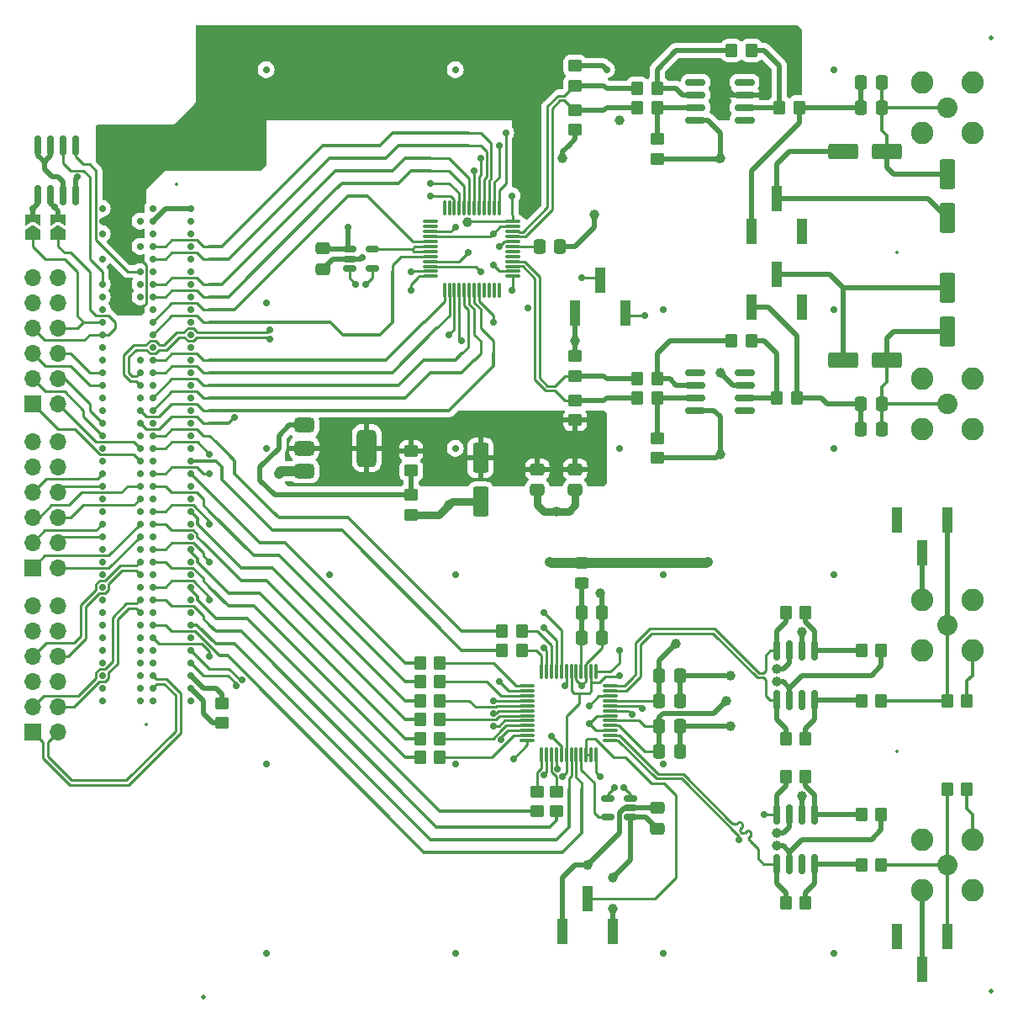
<source format=gtl>
%TF.GenerationSoftware,KiCad,Pcbnew,8.0.0*%
%TF.CreationDate,2024-09-02T00:06:46+03:00*%
%TF.ProjectId,ML605_LPC_Board_wADC_DAC,4d4c3630-355f-44c5-9043-5f426f617264,rev?*%
%TF.SameCoordinates,Original*%
%TF.FileFunction,Copper,L1,Top*%
%TF.FilePolarity,Positive*%
%FSLAX46Y46*%
G04 Gerber Fmt 4.6, Leading zero omitted, Abs format (unit mm)*
G04 Created by KiCad (PCBNEW 8.0.0) date 2024-09-02 00:06:46*
%MOMM*%
%LPD*%
G01*
G04 APERTURE LIST*
G04 Aperture macros list*
%AMRoundRect*
0 Rectangle with rounded corners*
0 $1 Rounding radius*
0 $2 $3 $4 $5 $6 $7 $8 $9 X,Y pos of 4 corners*
0 Add a 4 corners polygon primitive as box body*
4,1,4,$2,$3,$4,$5,$6,$7,$8,$9,$2,$3,0*
0 Add four circle primitives for the rounded corners*
1,1,$1+$1,$2,$3*
1,1,$1+$1,$4,$5*
1,1,$1+$1,$6,$7*
1,1,$1+$1,$8,$9*
0 Add four rect primitives between the rounded corners*
20,1,$1+$1,$2,$3,$4,$5,0*
20,1,$1+$1,$4,$5,$6,$7,0*
20,1,$1+$1,$6,$7,$8,$9,0*
20,1,$1+$1,$8,$9,$2,$3,0*%
%AMFreePoly0*
4,1,6,1.000000,0.000000,0.500000,-0.750000,-0.500000,-0.750000,-0.500000,0.750000,0.500000,0.750000,1.000000,0.000000,1.000000,0.000000,$1*%
%AMFreePoly1*
4,1,6,0.500000,-0.750000,-0.650000,-0.750000,-0.150000,0.000000,-0.650000,0.750000,0.500000,0.750000,0.500000,-0.750000,0.500000,-0.750000,$1*%
G04 Aperture macros list end*
%TA.AperFunction,SMDPad,CuDef*%
%ADD10RoundRect,0.150000X0.512500X0.150000X-0.512500X0.150000X-0.512500X-0.150000X0.512500X-0.150000X0*%
%TD*%
%TA.AperFunction,SMDPad,CuDef*%
%ADD11RoundRect,0.150000X-0.512500X-0.150000X0.512500X-0.150000X0.512500X0.150000X-0.512500X0.150000X0*%
%TD*%
%TA.AperFunction,SMDPad,CuDef*%
%ADD12RoundRect,0.250000X0.475000X-0.337500X0.475000X0.337500X-0.475000X0.337500X-0.475000X-0.337500X0*%
%TD*%
%TA.AperFunction,SMDPad,CuDef*%
%ADD13RoundRect,0.250000X-0.337500X-0.475000X0.337500X-0.475000X0.337500X0.475000X-0.337500X0.475000X0*%
%TD*%
%TA.AperFunction,SMDPad,CuDef*%
%ADD14RoundRect,0.250000X0.350000X0.450000X-0.350000X0.450000X-0.350000X-0.450000X0.350000X-0.450000X0*%
%TD*%
%TA.AperFunction,SMDPad,CuDef*%
%ADD15RoundRect,0.250000X0.337500X0.475000X-0.337500X0.475000X-0.337500X-0.475000X0.337500X-0.475000X0*%
%TD*%
%TA.AperFunction,SMDPad,CuDef*%
%ADD16R,1.000000X2.510000*%
%TD*%
%TA.AperFunction,SMDPad,CuDef*%
%ADD17RoundRect,0.250000X0.450000X-0.350000X0.450000X0.350000X-0.450000X0.350000X-0.450000X-0.350000X0*%
%TD*%
%TA.AperFunction,SMDPad,CuDef*%
%ADD18C,0.500000*%
%TD*%
%TA.AperFunction,SMDPad,CuDef*%
%ADD19RoundRect,0.250000X-0.475000X0.337500X-0.475000X-0.337500X0.475000X-0.337500X0.475000X0.337500X0*%
%TD*%
%TA.AperFunction,SMDPad,CuDef*%
%ADD20FreePoly0,90.000000*%
%TD*%
%TA.AperFunction,SMDPad,CuDef*%
%ADD21FreePoly1,90.000000*%
%TD*%
%TA.AperFunction,SMDPad,CuDef*%
%ADD22RoundRect,0.250000X-0.450000X0.350000X-0.450000X-0.350000X0.450000X-0.350000X0.450000X0.350000X0*%
%TD*%
%TA.AperFunction,ComponentPad*%
%ADD23C,2.050000*%
%TD*%
%TA.AperFunction,ComponentPad*%
%ADD24C,2.250000*%
%TD*%
%TA.AperFunction,SMDPad,CuDef*%
%ADD25RoundRect,0.250000X-0.550000X1.250000X-0.550000X-1.250000X0.550000X-1.250000X0.550000X1.250000X0*%
%TD*%
%TA.AperFunction,SMDPad,CuDef*%
%ADD26RoundRect,0.250000X-0.450000X0.325000X-0.450000X-0.325000X0.450000X-0.325000X0.450000X0.325000X0*%
%TD*%
%TA.AperFunction,SMDPad,CuDef*%
%ADD27RoundRect,0.250000X-0.350000X-0.450000X0.350000X-0.450000X0.350000X0.450000X-0.350000X0.450000X0*%
%TD*%
%TA.AperFunction,SMDPad,CuDef*%
%ADD28RoundRect,0.375000X-0.625000X-0.375000X0.625000X-0.375000X0.625000X0.375000X-0.625000X0.375000X0*%
%TD*%
%TA.AperFunction,SMDPad,CuDef*%
%ADD29RoundRect,0.500000X-0.500000X-1.400000X0.500000X-1.400000X0.500000X1.400000X-0.500000X1.400000X0*%
%TD*%
%TA.AperFunction,SMDPad,CuDef*%
%ADD30RoundRect,0.250000X-1.250000X-0.550000X1.250000X-0.550000X1.250000X0.550000X-1.250000X0.550000X0*%
%TD*%
%TA.AperFunction,SMDPad,CuDef*%
%ADD31RoundRect,0.075000X-0.075000X0.662500X-0.075000X-0.662500X0.075000X-0.662500X0.075000X0.662500X0*%
%TD*%
%TA.AperFunction,SMDPad,CuDef*%
%ADD32RoundRect,0.075000X-0.662500X0.075000X-0.662500X-0.075000X0.662500X-0.075000X0.662500X0.075000X0*%
%TD*%
%TA.AperFunction,ComponentPad*%
%ADD33R,1.700000X1.700000*%
%TD*%
%TA.AperFunction,ComponentPad*%
%ADD34O,1.700000X1.700000*%
%TD*%
%TA.AperFunction,SMDPad,CuDef*%
%ADD35RoundRect,0.150000X-0.825000X-0.150000X0.825000X-0.150000X0.825000X0.150000X-0.825000X0.150000X0*%
%TD*%
%TA.AperFunction,SMDPad,CuDef*%
%ADD36RoundRect,0.250000X0.550000X-1.250000X0.550000X1.250000X-0.550000X1.250000X-0.550000X-1.250000X0*%
%TD*%
%TA.AperFunction,SMDPad,CuDef*%
%ADD37RoundRect,0.150000X-0.150000X0.825000X-0.150000X-0.825000X0.150000X-0.825000X0.150000X0.825000X0*%
%TD*%
%TA.AperFunction,ViaPad*%
%ADD38C,1.000000*%
%TD*%
%TA.AperFunction,ViaPad*%
%ADD39C,0.700000*%
%TD*%
%TA.AperFunction,Conductor*%
%ADD40C,1.016000*%
%TD*%
%TA.AperFunction,Conductor*%
%ADD41C,0.508000*%
%TD*%
%TA.AperFunction,Conductor*%
%ADD42C,0.254000*%
%TD*%
%TA.AperFunction,Conductor*%
%ADD43C,0.355600*%
%TD*%
%TA.AperFunction,Conductor*%
%ADD44C,0.762000*%
%TD*%
%TA.AperFunction,Conductor*%
%ADD45C,0.200000*%
%TD*%
%ADD46C,0.350000*%
%ADD47C,0.300000*%
G04 APERTURE END LIST*
D10*
%TO.P,U1,1,V_{CC}*%
%TO.N,VADJ*%
X137097500Y-129995000D03*
%TO.P,U1,2,GND*%
%TO.N,GNDA*%
X137097500Y-129045000D03*
%TO.P,U1,3,A*%
%TO.N,/CLK0_M2C_P*%
X137097500Y-128095000D03*
%TO.P,U1,4,B*%
%TO.N,/CLK0_M2C_N*%
X134822500Y-128095000D03*
%TO.P,U1,5,R*%
%TO.N,/ADC_Circuit/CLK*%
X134822500Y-129995000D03*
%TD*%
D11*
%TO.P,U2,5,R*%
%TO.N,/DAC Circuit/CLKA{slash}CLKIQ*%
X111062500Y-72850000D03*
%TO.P,U2,4,B*%
%TO.N,/LA26_N*%
X111062500Y-74750000D03*
%TO.P,U2,3,A*%
%TO.N,/LA26_P*%
X108787500Y-74750000D03*
%TO.P,U2,2,GND*%
%TO.N,GNDA*%
X108787500Y-73800000D03*
%TO.P,U2,1,V_{CC}*%
%TO.N,VADJ*%
X108787500Y-72850000D03*
%TD*%
D12*
%TO.P,C38,1*%
%TO.N,GNDA*%
X106115000Y-74837500D03*
%TO.P,C38,2*%
%TO.N,VADJ*%
X106115000Y-72762500D03*
%TD*%
D13*
%TO.P,C29,1*%
%TO.N,Net-(J7-Pin_1)*%
X160322500Y-88405000D03*
%TO.P,C29,2*%
%TO.N,Net-(J9-In)*%
X162397500Y-88405000D03*
%TD*%
D14*
%TO.P,R40,1*%
%TO.N,Net-(U4--)*%
X139770000Y-56655000D03*
%TO.P,R40,2*%
%TO.N,/DAC Circuit/IOUTA_P*%
X137770000Y-56655000D03*
%TD*%
D15*
%TO.P,C14,1*%
%TO.N,GNDA*%
X142077500Y-118250000D03*
%TO.P,C14,2*%
%TO.N,/ADC_Circuit/VCM_ADC*%
X140002500Y-118250000D03*
%TD*%
D13*
%TO.P,C12,1*%
%TO.N,3V3*%
X140002500Y-120790000D03*
%TO.P,C12,2*%
%TO.N,GNDA*%
X142077500Y-120790000D03*
%TD*%
D14*
%TO.P,R5,1*%
%TO.N,Net-(IC1-I2)*%
X117910000Y-116345000D03*
%TO.P,R5,2*%
%TO.N,/LA16_P*%
X115910000Y-116345000D03*
%TD*%
%TO.P,R3,1*%
%TO.N,Net-(IC1-I4)*%
X117910000Y-114440000D03*
%TO.P,R3,2*%
%TO.N,/LA15_P*%
X115910000Y-114440000D03*
%TD*%
D16*
%TO.P,J14,1,Pin_1*%
%TO.N,/ADC_Circuit/Q_IN*%
X168980000Y-141995000D03*
%TO.P,J14,2,Pin_2*%
%TO.N,GNDA*%
X166440000Y-145305000D03*
%TO.P,J14,3,Pin_3*%
%TO.N,unconnected-(J14-Pin_3-Pad3)*%
X163900000Y-141995000D03*
%TD*%
D17*
%TO.P,R45,1*%
%TO.N,GNDA*%
X139770000Y-93850000D03*
%TO.P,R45,2*%
%TO.N,Net-(U5-+)*%
X139770000Y-91850000D03*
%TD*%
D18*
%TO.P,FID2,*%
%TO.N,*%
X173425000Y-147460000D03*
%TD*%
D19*
%TO.P,C37,1*%
%TO.N,GNDA*%
X139770000Y-129045000D03*
%TO.P,C37,2*%
%TO.N,VADJ*%
X139770000Y-131120000D03*
%TD*%
D20*
%TO.P,JP1,1,A*%
%TO.N,/SDA*%
X76905000Y-71350000D03*
D21*
%TO.P,JP1,2,B*%
%TO.N,/Identification_EEPROM/SDA*%
X76905000Y-69900000D03*
%TD*%
D14*
%TO.P,R41,1*%
%TO.N,Net-(U4-+)*%
X139770000Y-58560000D03*
%TO.P,R41,2*%
%TO.N,/DAC Circuit/IOUTA_N*%
X137770000Y-58560000D03*
%TD*%
D22*
%TO.P,R39,1*%
%TO.N,/DAC Circuit/IOUTB_N*%
X131515000Y-88040000D03*
%TO.P,R39,2*%
%TO.N,1V5*%
X131515000Y-90040000D03*
%TD*%
%TO.P,R16,1*%
%TO.N,Net-(IC1-Q2)*%
X127705000Y-127410000D03*
%TO.P,R16,2*%
%TO.N,/LA04_P*%
X127705000Y-129410000D03*
%TD*%
D17*
%TO.P,R38,1*%
%TO.N,/DAC Circuit/IOUTB_P*%
X131515000Y-85595000D03*
%TO.P,R38,2*%
%TO.N,GNDA*%
X131515000Y-83595000D03*
%TD*%
D14*
%TO.P,R11,1*%
%TO.N,Net-(IC1-Q6)*%
X117910000Y-122060000D03*
%TO.P,R11,2*%
%TO.N,/LA07_P*%
X115910000Y-122060000D03*
%TD*%
D23*
%TO.P,J8,1,In*%
%TO.N,Net-(J8-In)*%
X168980000Y-58560000D03*
D24*
%TO.P,J8,2,Ext*%
%TO.N,GNDA*%
X166440000Y-56020000D03*
X166440000Y-61100000D03*
X171520000Y-56020000D03*
X171520000Y-61100000D03*
%TD*%
D25*
%TO.P,C1,1*%
%TO.N,1V5*%
X121990000Y-93825000D03*
%TO.P,C1,2*%
%TO.N,GNDA*%
X121990000Y-98225000D03*
%TD*%
D17*
%TO.P,R48,1*%
%TO.N,/PRSNT_M2C_L*%
X95955000Y-120520000D03*
%TO.P,R48,2*%
%TO.N,GNDA*%
X95955000Y-118520000D03*
%TD*%
D26*
%TO.P,FB1,1*%
%TO.N,3V3*%
X132141000Y-104398000D03*
%TO.P,FB1,2*%
%TO.N,Net-(IC1-VD)*%
X132141000Y-106448000D03*
%TD*%
D18*
%TO.P,FID1,*%
%TO.N,*%
X173425000Y-51575000D03*
%TD*%
D14*
%TO.P,R30,1*%
%TO.N,/ADC_Circuit/I_IN*%
X162360000Y-118250000D03*
%TO.P,R30,2*%
%TO.N,Net-(IC3-+IN)*%
X160360000Y-118250000D03*
%TD*%
D13*
%TO.P,C4,1*%
%TO.N,Net-(IC1-VD)*%
X132150000Y-111900000D03*
%TO.P,C4,2*%
%TO.N,GNDA*%
X134225000Y-111900000D03*
%TD*%
D16*
%TO.P,J2,1,Pin_1*%
%TO.N,GNDA*%
X130245000Y-141495000D03*
%TO.P,J2,2,Pin_2*%
%TO.N,/ADC_Circuit/PD*%
X132785000Y-138185000D03*
%TO.P,J2,3,Pin_3*%
%TO.N,VADJ*%
X135325000Y-141495000D03*
%TD*%
D14*
%TO.P,R26,1*%
%TO.N,Net-(IC3-+IN)*%
X154740000Y-122060000D03*
%TO.P,R26,2*%
%TO.N,/ADC_Circuit/I-*%
X152740000Y-122060000D03*
%TD*%
%TO.P,R43,1*%
%TO.N,Net-(U5-+)*%
X139770000Y-87770000D03*
%TO.P,R43,2*%
%TO.N,/DAC Circuit/IOUTB_N*%
X137770000Y-87770000D03*
%TD*%
D19*
%TO.P,C2,1*%
%TO.N,1V5*%
X127705000Y-94987500D03*
%TO.P,C2,2*%
%TO.N,GNDA*%
X127705000Y-97062500D03*
%TD*%
D16*
%TO.P,J6,1,Pin_1*%
%TO.N,Net-(J6-Pin_1)*%
X149295000Y-71010000D03*
%TO.P,J6,2,Pin_2*%
%TO.N,Net-(J6-Pin_2)*%
X151835000Y-67700000D03*
%TO.P,J6,3,Pin_3*%
%TO.N,unconnected-(J6-Pin_3-Pad3)*%
X154375000Y-71010000D03*
%TD*%
D14*
%TO.P,R28,1*%
%TO.N,/ADC_Circuit/Q_IN*%
X162360000Y-134760000D03*
%TO.P,R28,2*%
%TO.N,Net-(IC2-+IN)*%
X160360000Y-134760000D03*
%TD*%
D27*
%TO.P,R46,1*%
%TO.N,Net-(U4--)*%
X147295000Y-52845000D03*
%TO.P,R46,2*%
%TO.N,Net-(R46-Pad2)*%
X149295000Y-52845000D03*
%TD*%
D28*
%TO.P,U3,1,ADJ*%
%TO.N,Net-(U3-ADJ)*%
X104235000Y-90550000D03*
%TO.P,U3,2,VO*%
%TO.N,1V5*%
X104235000Y-92850000D03*
D29*
X110535000Y-92850000D03*
D28*
%TO.P,U3,3,VI*%
%TO.N,3V3*%
X104235000Y-95150000D03*
%TD*%
D14*
%TO.P,R25,1*%
%TO.N,Net-(IC2--IN)*%
X154740000Y-125870000D03*
%TO.P,R25,2*%
%TO.N,/ADC_Circuit/Q+*%
X152740000Y-125870000D03*
%TD*%
D22*
%TO.P,R20,1*%
%TO.N,Net-(IC1-Q0)*%
X129610000Y-127410000D03*
%TO.P,R20,2*%
%TO.N,/LA03_P*%
X129610000Y-129410000D03*
%TD*%
D27*
%TO.P,R50,1*%
%TO.N,Net-(R47-Pad2)*%
X151835000Y-87770000D03*
%TO.P,R50,2*%
%TO.N,Net-(J7-Pin_1)*%
X153835000Y-87770000D03*
%TD*%
D30*
%TO.P,C24,1*%
%TO.N,Net-(J6-Pin_2)*%
X158525000Y-63005000D03*
%TO.P,C24,2*%
%TO.N,Net-(J8-In)*%
X162925000Y-63005000D03*
%TD*%
D20*
%TO.P,JP2,1,A*%
%TO.N,/SCL*%
X79445000Y-71350000D03*
D21*
%TO.P,JP2,2,B*%
%TO.N,/Identification_EEPROM/SCL*%
X79445000Y-69900000D03*
%TD*%
D23*
%TO.P,J9,1,In*%
%TO.N,Net-(J9-In)*%
X168980000Y-88405000D03*
D24*
%TO.P,J9,2,Ext*%
%TO.N,GNDA*%
X166440000Y-85865000D03*
X166440000Y-90945000D03*
X171520000Y-85865000D03*
X171520000Y-90945000D03*
%TD*%
D27*
%TO.P,R15,1*%
%TO.N,/LA15_N*%
X124165000Y-113170000D03*
%TO.P,R15,2*%
%TO.N,Net-(IC1-I5)*%
X126165000Y-113170000D03*
%TD*%
D31*
%TO.P,IC1,1,VREF*%
%TO.N,1V5*%
X133630000Y-115357500D03*
%TO.P,IC1,2,OS*%
%TO.N,VADJ*%
X133130000Y-115357500D03*
%TO.P,IC1,3,AGND_1*%
%TO.N,GNDA*%
X132630000Y-115357500D03*
%TO.P,IC1,4,VD*%
%TO.N,Net-(IC1-VD)*%
X132130000Y-115357500D03*
%TO.P,IC1,5,DGND*%
%TO.N,GNDA*%
X131630000Y-115357500D03*
%TO.P,IC1,6,VDR_1*%
%TO.N,VADJ*%
X131130000Y-115357500D03*
%TO.P,IC1,7,DR_GND_1*%
%TO.N,GNDA*%
X130630000Y-115357500D03*
%TO.P,IC1,8,I9*%
%TO.N,Net-(IC1-I9)*%
X130130000Y-115357500D03*
%TO.P,IC1,9,I8*%
%TO.N,Net-(IC1-I8)*%
X129630000Y-115357500D03*
%TO.P,IC1,10,I7*%
%TO.N,Net-(IC1-I7)*%
X129130000Y-115357500D03*
%TO.P,IC1,11,I6*%
%TO.N,Net-(IC1-I6)*%
X128630000Y-115357500D03*
%TO.P,IC1,12,I5*%
%TO.N,Net-(IC1-I5)*%
X128130000Y-115357500D03*
D32*
%TO.P,IC1,13,I4*%
%TO.N,Net-(IC1-I4)*%
X126717500Y-116770000D03*
%TO.P,IC1,14,I3*%
%TO.N,Net-(IC1-I3)*%
X126717500Y-117270000D03*
%TO.P,IC1,15,I2*%
%TO.N,Net-(IC1-I2)*%
X126717500Y-117770000D03*
%TO.P,IC1,16,I1*%
%TO.N,Net-(IC1-I1)*%
X126717500Y-118270000D03*
%TO.P,IC1,17,I0*%
%TO.N,Net-(IC1-I0)*%
X126717500Y-118770000D03*
%TO.P,IC1,18,Q9*%
%TO.N,Net-(IC1-Q9)*%
X126717500Y-119270000D03*
%TO.P,IC1,19,Q8*%
%TO.N,Net-(IC1-Q8)*%
X126717500Y-119770000D03*
%TO.P,IC1,20,Q7*%
%TO.N,Net-(IC1-Q7)*%
X126717500Y-120270000D03*
%TO.P,IC1,21,Q6*%
%TO.N,Net-(IC1-Q6)*%
X126717500Y-120770000D03*
%TO.P,IC1,22,Q5*%
%TO.N,Net-(IC1-Q5)*%
X126717500Y-121270000D03*
%TO.P,IC1,23,Q4*%
%TO.N,Net-(IC1-Q4)*%
X126717500Y-121770000D03*
%TO.P,IC1,24,Q3*%
%TO.N,Net-(IC1-Q3)*%
X126717500Y-122270000D03*
D31*
%TO.P,IC1,25,Q2*%
%TO.N,Net-(IC1-Q2)*%
X128130000Y-123682500D03*
%TO.P,IC1,26,Q1*%
%TO.N,Net-(IC1-Q1)*%
X128630000Y-123682500D03*
%TO.P,IC1,27,Q0*%
%TO.N,Net-(IC1-Q0)*%
X129130000Y-123682500D03*
%TO.P,IC1,28,I/~{Q}*%
%TO.N,Net-(IC1-I{slash}~{Q})*%
X129630000Y-123682500D03*
%TO.P,IC1,29,DR_GND_2*%
%TO.N,GNDA*%
X130130000Y-123682500D03*
%TO.P,IC1,30,VDR_2*%
%TO.N,VADJ*%
X130630000Y-123682500D03*
%TO.P,IC1,31,OC*%
%TO.N,/LA02_P*%
X131130000Y-123682500D03*
%TO.P,IC1,32,OF*%
%TO.N,/LA00_N_CC*%
X131630000Y-123682500D03*
%TO.P,IC1,33,CLK*%
%TO.N,/ADC_Circuit/CLK*%
X132130000Y-123682500D03*
%TO.P,IC1,34,STBY*%
%TO.N,/ADC_Circuit/PD*%
X132630000Y-123682500D03*
%TO.P,IC1,35,PD*%
X133130000Y-123682500D03*
%TO.P,IC1,36,GAIN*%
%TO.N,/LA00_P_CC*%
X133630000Y-123682500D03*
D32*
%TO.P,IC1,37,Q+*%
%TO.N,/ADC_Circuit/Q+*%
X135042500Y-122270000D03*
%TO.P,IC1,38,Q-*%
%TO.N,/ADC_Circuit/Q-*%
X135042500Y-121770000D03*
%TO.P,IC1,39,AGND_2*%
%TO.N,GNDA*%
X135042500Y-121270000D03*
%TO.P,IC1,40,VA_1*%
%TO.N,3V3*%
X135042500Y-120770000D03*
%TO.P,IC1,41,VA_2*%
X135042500Y-120270000D03*
%TO.P,IC1,42,AGND_3*%
%TO.N,GNDA*%
X135042500Y-119770000D03*
%TO.P,IC1,43,VRP*%
%TO.N,Net-(IC1-VRP)*%
X135042500Y-119270000D03*
%TO.P,IC1,44,VRN*%
%TO.N,Net-(IC1-VRN)*%
X135042500Y-118770000D03*
%TO.P,IC1,45,VCMO*%
%TO.N,/ADC_Circuit/VCM_ADC*%
X135042500Y-118270000D03*
%TO.P,IC1,46,AGND_4*%
%TO.N,GNDA*%
X135042500Y-117770000D03*
%TO.P,IC1,47,I-*%
%TO.N,/ADC_Circuit/I-*%
X135042500Y-117270000D03*
%TO.P,IC1,48,I+*%
%TO.N,/ADC_Circuit/I+*%
X135042500Y-116770000D03*
%TD*%
D14*
%TO.P,R42,1*%
%TO.N,Net-(U5--)*%
X139770000Y-85865000D03*
%TO.P,R42,2*%
%TO.N,/DAC Circuit/IOUTB_P*%
X137770000Y-85865000D03*
%TD*%
D17*
%TO.P,R36,1*%
%TO.N,/DAC Circuit/IOUTA_P*%
X131515000Y-56385000D03*
%TO.P,R36,2*%
%TO.N,GNDA*%
X131515000Y-54385000D03*
%TD*%
D14*
%TO.P,R7,1*%
%TO.N,Net-(IC1-I0)*%
X117910000Y-118250000D03*
%TO.P,R7,2*%
%TO.N,/LA11_P*%
X115910000Y-118250000D03*
%TD*%
D15*
%TO.P,C30,1*%
%TO.N,Net-(J9-In)*%
X162397500Y-90945000D03*
%TO.P,C30,2*%
%TO.N,Net-(J7-Pin_1)*%
X160322500Y-90945000D03*
%TD*%
D18*
%TO.P,FID3,*%
%TO.N,*%
X94050000Y-148095000D03*
%TD*%
D25*
%TO.P,C27,1*%
%TO.N,Net-(J7-Pin_2)*%
X168980000Y-76680000D03*
%TO.P,C27,2*%
%TO.N,Net-(J9-In)*%
X168980000Y-81080000D03*
%TD*%
D27*
%TO.P,R19,1*%
%TO.N,/LA20_N*%
X124165000Y-111265000D03*
%TO.P,R19,2*%
%TO.N,Net-(IC1-I7)*%
X126165000Y-111265000D03*
%TD*%
D13*
%TO.P,C5,1*%
%TO.N,Net-(IC1-VD)*%
X132150000Y-109360000D03*
%TO.P,C5,2*%
%TO.N,GNDA*%
X134225000Y-109360000D03*
%TD*%
D22*
%TO.P,R37,1*%
%TO.N,/DAC Circuit/IOUTA_N*%
X131515000Y-58830000D03*
%TO.P,R37,2*%
%TO.N,1V5*%
X131515000Y-60830000D03*
%TD*%
D33*
%TO.P,J10,1,Pin_1*%
%TO.N,/CLK1_M2C_N*%
X76905000Y-121425000D03*
D34*
%TO.P,J10,2,Pin_2*%
%TO.N,/CLK1_M2C_P*%
X79445000Y-121425000D03*
%TO.P,J10,3,Pin_3*%
%TO.N,/LA01_N*%
X76905000Y-118885000D03*
%TO.P,J10,4,Pin_4*%
%TO.N,/LA01_P*%
X79445000Y-118885000D03*
%TO.P,J10,5,Pin_5*%
%TO.N,/LA06_N*%
X76905000Y-116345000D03*
%TO.P,J10,6,Pin_6*%
%TO.N,/LA06_P*%
X79445000Y-116345000D03*
%TO.P,J10,7,Pin_7*%
%TO.N,/LA05_N*%
X76905000Y-113805000D03*
%TO.P,J10,8,Pin_8*%
%TO.N,/LA05_P*%
X79445000Y-113805000D03*
%TO.P,J10,9,Pin_9*%
%TO.N,GNDA*%
X76905000Y-111265000D03*
%TO.P,J10,10,Pin_10*%
X79445000Y-111265000D03*
%TO.P,J10,11,Pin_11*%
%TO.N,3V3*%
X76905000Y-108725000D03*
%TO.P,J10,12,Pin_12*%
X79445000Y-108725000D03*
%TD*%
D14*
%TO.P,R27,1*%
%TO.N,Net-(IC3--IN)*%
X154740000Y-109360000D03*
%TO.P,R27,2*%
%TO.N,/ADC_Circuit/I+*%
X152740000Y-109360000D03*
%TD*%
D15*
%TO.P,C26,1*%
%TO.N,Net-(J8-In)*%
X162397500Y-56020000D03*
%TO.P,C26,2*%
%TO.N,Net-(J6-Pin_1)*%
X160322500Y-56020000D03*
%TD*%
D31*
%TO.P,IC4,1,DA9_(MSB)*%
%TO.N,/LA32_N*%
X123855000Y-68650000D03*
%TO.P,IC4,2,DA8*%
%TO.N,/LA32_P*%
X123355000Y-68650000D03*
%TO.P,IC4,3,DA7*%
%TO.N,/LA33_N*%
X122855000Y-68650000D03*
%TO.P,IC4,4,DA6*%
%TO.N,/LA33_P*%
X122355000Y-68650000D03*
%TO.P,IC4,5,DA5*%
%TO.N,/LA30_N*%
X121855000Y-68650000D03*
%TO.P,IC4,6,DA4*%
%TO.N,/LA30_P*%
X121355000Y-68650000D03*
%TO.P,IC4,7,DA3*%
%TO.N,/LA31_N*%
X120855000Y-68650000D03*
%TO.P,IC4,8,DA2*%
%TO.N,/LA31_P*%
X120355000Y-68650000D03*
%TO.P,IC4,9,DA1*%
%TO.N,/LA28_N*%
X119855000Y-68650000D03*
%TO.P,IC4,10,DA0_(LSB)*%
%TO.N,/LA28_P*%
X119355000Y-68650000D03*
%TO.P,IC4,11,NC_1*%
%TO.N,unconnected-(IC4-NC_1-Pad11)*%
X118855000Y-68650000D03*
%TO.P,IC4,12,NC_2*%
%TO.N,unconnected-(IC4-NC_2-Pad12)*%
X118355000Y-68650000D03*
D32*
%TO.P,IC4,13,NC_3*%
%TO.N,unconnected-(IC4-NC_3-Pad13)*%
X116942500Y-70062500D03*
%TO.P,IC4,14,NC_4*%
%TO.N,unconnected-(IC4-NC_4-Pad14)*%
X116942500Y-70562500D03*
%TO.P,IC4,15,DGND_1*%
%TO.N,GNDA*%
X116942500Y-71062500D03*
%TO.P,IC4,16,DVDD_1*%
%TO.N,3V3*%
X116942500Y-71562500D03*
%TO.P,IC4,17,WRTA/WRTIQ*%
%TO.N,/LA29_N*%
X116942500Y-72062500D03*
%TO.P,IC4,18,CLKA/CLKIQ*%
%TO.N,/DAC Circuit/CLKA{slash}CLKIQ*%
X116942500Y-72562500D03*
%TO.P,IC4,19,CLKB/RESETIQ*%
X116942500Y-73062500D03*
%TO.P,IC4,20,WRTB/SELECTIQ*%
%TO.N,/LA29_P*%
X116942500Y-73562500D03*
%TO.P,IC4,21,DGND_2*%
%TO.N,GNDA*%
X116942500Y-74062500D03*
%TO.P,IC4,22,DVDD_2*%
%TO.N,3V3*%
X116942500Y-74562500D03*
%TO.P,IC4,23,DB9_(MSB)*%
%TO.N,/LA24_N*%
X116942500Y-75062500D03*
%TO.P,IC4,24,DB8*%
%TO.N,/LA24_P*%
X116942500Y-75562500D03*
D31*
%TO.P,IC4,25,DB7*%
%TO.N,/LA25_N*%
X118355000Y-76975000D03*
%TO.P,IC4,26,DB6*%
%TO.N,/LA25_P*%
X118855000Y-76975000D03*
%TO.P,IC4,27,DB5*%
%TO.N,/LA21_N*%
X119355000Y-76975000D03*
%TO.P,IC4,28,DB4*%
%TO.N,/LA21_P*%
X119855000Y-76975000D03*
%TO.P,IC4,29,DB3*%
%TO.N,/LA22_N*%
X120355000Y-76975000D03*
%TO.P,IC4,30,DB2*%
%TO.N,/LA22_P*%
X120855000Y-76975000D03*
%TO.P,IC4,31,DB1*%
%TO.N,/LA23_N*%
X121355000Y-76975000D03*
%TO.P,IC4,32,DB0_(LSB)*%
%TO.N,/LA23_P*%
X121855000Y-76975000D03*
%TO.P,IC4,33,NC_5*%
%TO.N,unconnected-(IC4-NC_5-Pad33)*%
X122355000Y-76975000D03*
%TO.P,IC4,34,NC_6*%
%TO.N,unconnected-(IC4-NC_6-Pad34)*%
X122855000Y-76975000D03*
%TO.P,IC4,35,NC_7*%
%TO.N,unconnected-(IC4-NC_7-Pad35)*%
X123355000Y-76975000D03*
%TO.P,IC4,36,NC_8*%
%TO.N,unconnected-(IC4-NC_8-Pad36)*%
X123855000Y-76975000D03*
D32*
%TO.P,IC4,37,SLEEP*%
%TO.N,/DAC Circuit/SLEEP*%
X125267500Y-75562500D03*
%TO.P,IC4,38,AGND*%
%TO.N,GNDA*%
X125267500Y-75062500D03*
%TO.P,IC4,39,IOUTB1*%
%TO.N,/DAC Circuit/IOUTB_N*%
X125267500Y-74562500D03*
%TO.P,IC4,40,IOUTB2*%
%TO.N,/DAC Circuit/IOUTB_P*%
X125267500Y-74062500D03*
%TO.P,IC4,41,BIASJ_B*%
%TO.N,unconnected-(IC4-BIASJ_B-Pad41)*%
X125267500Y-73562500D03*
%TO.P,IC4,42,GSET*%
%TO.N,unconnected-(IC4-GSET-Pad42)*%
X125267500Y-73062500D03*
%TO.P,IC4,43,EXTIO*%
%TO.N,Net-(IC4-EXTIO)*%
X125267500Y-72562500D03*
%TO.P,IC4,44,BIASJ_A*%
%TO.N,Net-(IC4-BIASJ_A)*%
X125267500Y-72062500D03*
%TO.P,IC4,45,IOUTA2*%
%TO.N,/DAC Circuit/IOUTA_N*%
X125267500Y-71562500D03*
%TO.P,IC4,46,IOUTA1*%
%TO.N,/DAC Circuit/IOUTA_P*%
X125267500Y-71062500D03*
%TO.P,IC4,47,AVDD*%
%TO.N,3V3*%
X125267500Y-70562500D03*
%TO.P,IC4,48,MODE*%
%TO.N,VADJ*%
X125267500Y-70062500D03*
%TD*%
D27*
%TO.P,R32,1*%
%TO.N,/ADC_Circuit/I_IN*%
X168980000Y-118250000D03*
%TO.P,R32,2*%
%TO.N,GNDA*%
X170980000Y-118250000D03*
%TD*%
D13*
%TO.P,C13,1*%
%TO.N,/ADC_Circuit/VCM_ADC*%
X140002500Y-115710000D03*
%TO.P,C13,2*%
%TO.N,GNDA*%
X142077500Y-115710000D03*
%TD*%
D16*
%TO.P,J7,1,Pin_1*%
%TO.N,Net-(J7-Pin_1)*%
X149295000Y-78630000D03*
%TO.P,J7,2,Pin_2*%
%TO.N,Net-(J7-Pin_2)*%
X151835000Y-75320000D03*
%TO.P,J7,3,Pin_3*%
%TO.N,unconnected-(J7-Pin_3-Pad3)*%
X154375000Y-78630000D03*
%TD*%
D19*
%TO.P,C3,1*%
%TO.N,1V5*%
X131515000Y-94987500D03*
%TO.P,C3,2*%
%TO.N,GNDA*%
X131515000Y-97062500D03*
%TD*%
D22*
%TO.P,R2,1*%
%TO.N,Net-(U3-ADJ)*%
X115005000Y-97565000D03*
%TO.P,R2,2*%
%TO.N,GNDA*%
X115005000Y-99565000D03*
%TD*%
D23*
%TO.P,J5,1,In*%
%TO.N,/ADC_Circuit/I_IN*%
X168980000Y-110630000D03*
D24*
%TO.P,J5,2,Ext*%
%TO.N,GNDA*%
X166440000Y-108090000D03*
X166440000Y-113170000D03*
X171520000Y-108090000D03*
X171520000Y-113170000D03*
%TD*%
D35*
%TO.P,U4,1,NC*%
%TO.N,unconnected-(U4-NC-Pad1)*%
X143645000Y-56020000D03*
%TO.P,U4,2,-*%
%TO.N,Net-(U4--)*%
X143645000Y-57290000D03*
%TO.P,U4,3,+*%
%TO.N,Net-(U4-+)*%
X143645000Y-58560000D03*
%TO.P,U4,4,V-*%
%TO.N,GNDA*%
X143645000Y-59830000D03*
%TO.P,U4,5,NC*%
%TO.N,unconnected-(U4-NC-Pad5)*%
X148595000Y-59830000D03*
%TO.P,U4,6*%
%TO.N,Net-(R46-Pad2)*%
X148595000Y-58560000D03*
%TO.P,U4,7,V+*%
%TO.N,3V3*%
X148595000Y-57290000D03*
%TO.P,U4,8,NC*%
%TO.N,unconnected-(U4-NC-Pad8)*%
X148595000Y-56020000D03*
%TD*%
D16*
%TO.P,J3,1,Pin_1*%
%TO.N,GNDA*%
X131515000Y-79265000D03*
%TO.P,J3,2,Pin_2*%
%TO.N,/DAC Circuit/SLEEP*%
X134055000Y-75955000D03*
%TO.P,J3,3,Pin_3*%
%TO.N,VADJ*%
X136595000Y-79265000D03*
%TD*%
D17*
%TO.P,R44,1*%
%TO.N,GNDA*%
X139770000Y-63735000D03*
%TO.P,R44,2*%
%TO.N,Net-(U4-+)*%
X139770000Y-61735000D03*
%TD*%
D14*
%TO.P,R24,1*%
%TO.N,Net-(IC2-+IN)*%
X154740000Y-138570000D03*
%TO.P,R24,2*%
%TO.N,/ADC_Circuit/Q-*%
X152740000Y-138570000D03*
%TD*%
D13*
%TO.P,C25,1*%
%TO.N,Net-(J6-Pin_1)*%
X160322500Y-58560000D03*
%TO.P,C25,2*%
%TO.N,Net-(J8-In)*%
X162397500Y-58560000D03*
%TD*%
D14*
%TO.P,R9,1*%
%TO.N,Net-(IC1-Q8)*%
X117910000Y-120155000D03*
%TO.P,R9,2*%
%TO.N,/LA12_P*%
X115910000Y-120155000D03*
%TD*%
%TO.P,R13,1*%
%TO.N,Net-(IC1-Q4)*%
X117910000Y-123965000D03*
%TO.P,R13,2*%
%TO.N,/LA08_P*%
X115910000Y-123965000D03*
%TD*%
D23*
%TO.P,J4,1,In*%
%TO.N,/ADC_Circuit/Q_IN*%
X168980000Y-134760000D03*
D24*
%TO.P,J4,2,Ext*%
%TO.N,GNDA*%
X166440000Y-132220000D03*
X166440000Y-137300000D03*
X171520000Y-132220000D03*
X171520000Y-137300000D03*
%TD*%
D27*
%TO.P,R49,1*%
%TO.N,Net-(R46-Pad2)*%
X152105000Y-58560000D03*
%TO.P,R49,2*%
%TO.N,Net-(J6-Pin_1)*%
X154105000Y-58560000D03*
%TD*%
D36*
%TO.P,C23,1*%
%TO.N,Net-(J6-Pin_2)*%
X168980000Y-69650000D03*
%TO.P,C23,2*%
%TO.N,Net-(J8-In)*%
X168980000Y-65250000D03*
%TD*%
D33*
%TO.P,J12,1,Pin_1*%
%TO.N,/LA17_P_CC*%
X76905000Y-88405000D03*
D34*
%TO.P,J12,2,Pin_2*%
%TO.N,/LA17_N_CC*%
X79445000Y-88405000D03*
%TO.P,J12,3,Pin_3*%
%TO.N,/LA18_P_CC*%
X76905000Y-85865000D03*
%TO.P,J12,4,Pin_4*%
%TO.N,/LA18_N_CC*%
X79445000Y-85865000D03*
%TO.P,J12,5,Pin_5*%
%TO.N,/LA27_P*%
X76905000Y-83325000D03*
%TO.P,J12,6,Pin_6*%
%TO.N,/LA27_N*%
X79445000Y-83325000D03*
%TO.P,J12,7,Pin_7*%
%TO.N,/SCL*%
X76905000Y-80785000D03*
%TO.P,J12,8,Pin_8*%
%TO.N,/SDA*%
X79445000Y-80785000D03*
%TO.P,J12,9,Pin_9*%
%TO.N,GNDA*%
X76905000Y-78245000D03*
%TO.P,J12,10,Pin_10*%
X79445000Y-78245000D03*
%TO.P,J12,11,Pin_11*%
%TO.N,3V3*%
X76905000Y-75705000D03*
%TO.P,J12,12,Pin_12*%
X79445000Y-75705000D03*
%TD*%
D37*
%TO.P,U6,1,E0*%
%TO.N,/GA1*%
X81220000Y-62435000D03*
%TO.P,U6,2,E1*%
%TO.N,/GA0*%
X79950000Y-62435000D03*
%TO.P,U6,3,E2*%
%TO.N,GNDA*%
X78680000Y-62435000D03*
%TO.P,U6,4,VSS*%
X77410000Y-62435000D03*
%TO.P,U6,5,SDA*%
%TO.N,/Identification_EEPROM/SDA*%
X77410000Y-67385000D03*
%TO.P,U6,6,SCL*%
%TO.N,/Identification_EEPROM/SCL*%
X78680000Y-67385000D03*
%TO.P,U6,7,~{WC}*%
%TO.N,GNDA*%
X79950000Y-67385000D03*
%TO.P,U6,8,VCC*%
%TO.N,3V3*%
X81220000Y-67385000D03*
%TD*%
D16*
%TO.P,J13,1,Pin_1*%
%TO.N,/ADC_Circuit/I_IN*%
X168980000Y-100085000D03*
%TO.P,J13,2,Pin_2*%
%TO.N,GNDA*%
X166440000Y-103395000D03*
%TO.P,J13,3,Pin_3*%
%TO.N,unconnected-(J13-Pin_3-Pad3)*%
X163900000Y-100085000D03*
%TD*%
D14*
%TO.P,R29,1*%
%TO.N,GNDA*%
X162360000Y-129680000D03*
%TO.P,R29,2*%
%TO.N,Net-(IC2--IN)*%
X160360000Y-129680000D03*
%TD*%
D35*
%TO.P,U5,1,NC*%
%TO.N,unconnected-(U5-NC-Pad1)*%
X143645000Y-85230000D03*
%TO.P,U5,2,-*%
%TO.N,Net-(U5--)*%
X143645000Y-86500000D03*
%TO.P,U5,3,+*%
%TO.N,Net-(U5-+)*%
X143645000Y-87770000D03*
%TO.P,U5,4,V-*%
%TO.N,GNDA*%
X143645000Y-89040000D03*
%TO.P,U5,5,NC*%
%TO.N,unconnected-(U5-NC-Pad5)*%
X148595000Y-89040000D03*
%TO.P,U5,6*%
%TO.N,Net-(R47-Pad2)*%
X148595000Y-87770000D03*
%TO.P,U5,7,V+*%
%TO.N,3V3*%
X148595000Y-86500000D03*
%TO.P,U5,8,NC*%
%TO.N,unconnected-(U5-NC-Pad8)*%
X148595000Y-85230000D03*
%TD*%
D27*
%TO.P,R33,1*%
%TO.N,/ADC_Circuit/Q_IN*%
X168980000Y-127140000D03*
%TO.P,R33,2*%
%TO.N,GNDA*%
X170980000Y-127140000D03*
%TD*%
D37*
%TO.P,IC3,1,-IN*%
%TO.N,Net-(IC3--IN)*%
X155645000Y-113235000D03*
%TO.P,IC3,2,VOCM*%
%TO.N,/ADC_Circuit/VCM_ADC*%
X154375000Y-113235000D03*
%TO.P,IC3,3,VS+*%
%TO.N,3V3*%
X153105000Y-113235000D03*
%TO.P,IC3,4,+OUT*%
%TO.N,/ADC_Circuit/I+*%
X151835000Y-113235000D03*
%TO.P,IC3,5,-OUT*%
%TO.N,/ADC_Circuit/I-*%
X151835000Y-118185000D03*
%TO.P,IC3,6,VS-*%
%TO.N,GNDA*%
X153105000Y-118185000D03*
%TO.P,IC3,7,~{PD}*%
%TO.N,unconnected-(IC3-~{PD}-Pad7)*%
X154375000Y-118185000D03*
%TO.P,IC3,8,+IN*%
%TO.N,Net-(IC3-+IN)*%
X155645000Y-118185000D03*
%TD*%
D33*
%TO.P,J11,1,Pin_1*%
%TO.N,/LA09_N*%
X76885000Y-104890000D03*
D34*
%TO.P,J11,2,Pin_2*%
%TO.N,/LA09_P*%
X79425000Y-104890000D03*
%TO.P,J11,3,Pin_3*%
%TO.N,/LA10_N*%
X76885000Y-102350000D03*
%TO.P,J11,4,Pin_4*%
%TO.N,/LA10_P*%
X79425000Y-102350000D03*
%TO.P,J11,5,Pin_5*%
%TO.N,/LA13_N*%
X76885000Y-99810000D03*
%TO.P,J11,6,Pin_6*%
%TO.N,/LA13_P*%
X79425000Y-99810000D03*
%TO.P,J11,7,Pin_7*%
%TO.N,/LA14_N*%
X76885000Y-97270000D03*
%TO.P,J11,8,Pin_8*%
%TO.N,/LA14_P*%
X79425000Y-97270000D03*
%TO.P,J11,9,Pin_9*%
%TO.N,GNDA*%
X76885000Y-94730000D03*
%TO.P,J11,10,Pin_10*%
X79425000Y-94730000D03*
%TO.P,J11,11,Pin_11*%
%TO.N,3V3*%
X76885000Y-92190000D03*
%TO.P,J11,12,Pin_12*%
X79425000Y-92190000D03*
%TD*%
D22*
%TO.P,R1,1*%
%TO.N,1V5*%
X115005000Y-93120000D03*
%TO.P,R1,2*%
%TO.N,Net-(U3-ADJ)*%
X115005000Y-95120000D03*
%TD*%
D27*
%TO.P,R47,1*%
%TO.N,Net-(U5--)*%
X147295000Y-82055000D03*
%TO.P,R47,2*%
%TO.N,Net-(R47-Pad2)*%
X149295000Y-82055000D03*
%TD*%
D30*
%TO.P,C28,1*%
%TO.N,Net-(J7-Pin_2)*%
X158525000Y-83960000D03*
%TO.P,C28,2*%
%TO.N,Net-(J9-In)*%
X162925000Y-83960000D03*
%TD*%
D14*
%TO.P,R31,1*%
%TO.N,GNDA*%
X162360000Y-113170000D03*
%TO.P,R31,2*%
%TO.N,Net-(IC3--IN)*%
X160360000Y-113170000D03*
%TD*%
D13*
%TO.P,C15,1*%
%TO.N,3V3*%
X140002500Y-123330000D03*
%TO.P,C15,2*%
%TO.N,GNDA*%
X142077500Y-123330000D03*
%TD*%
%TO.P,C18,1*%
%TO.N,Net-(IC4-EXTIO)*%
X127937500Y-72530000D03*
%TO.P,C18,2*%
%TO.N,GNDA*%
X130012500Y-72530000D03*
%TD*%
D37*
%TO.P,IC2,1,-IN*%
%TO.N,Net-(IC2--IN)*%
X155645000Y-129745000D03*
%TO.P,IC2,2,VOCM*%
%TO.N,/ADC_Circuit/VCM_ADC*%
X154375000Y-129745000D03*
%TO.P,IC2,3,VS+*%
%TO.N,3V3*%
X153105000Y-129745000D03*
%TO.P,IC2,4,+OUT*%
%TO.N,/ADC_Circuit/Q+*%
X151835000Y-129745000D03*
%TO.P,IC2,5,-OUT*%
%TO.N,/ADC_Circuit/Q-*%
X151835000Y-134695000D03*
%TO.P,IC2,6,VS-*%
%TO.N,GNDA*%
X153105000Y-134695000D03*
%TO.P,IC2,7,~{PD}*%
%TO.N,unconnected-(IC2-~{PD}-Pad7)*%
X154375000Y-134695000D03*
%TO.P,IC2,8,+IN*%
%TO.N,Net-(IC2-+IN)*%
X155645000Y-134695000D03*
%TD*%
D38*
%TO.N,3V3*%
X144850000Y-104280000D03*
D39*
%TO.N,/CLK0_M2C_P*%
X136437000Y-127013000D03*
%TO.N,/CLK0_M2C_N*%
X135483000Y-127013000D03*
%TO.N,/LA26_N*%
X110402000Y-76340000D03*
%TO.N,/LA26_P*%
X109448000Y-76340000D03*
%TO.N,GNDA*%
X110052000Y-73673000D03*
%TO.N,VADJ*%
X108655000Y-70625000D03*
%TO.N,GNDA*%
X88970000Y-118250000D03*
X88970000Y-113170000D03*
X87700000Y-110630000D03*
X88970000Y-82690000D03*
D38*
X151835000Y-132855000D03*
D39*
X78048000Y-64021000D03*
X83890000Y-108090000D03*
X92780000Y-69990000D03*
X100400000Y-78245000D03*
X87700000Y-69990000D03*
X135960000Y-92850000D03*
X87700000Y-103010000D03*
X126741822Y-78755178D03*
X88970000Y-101740000D03*
X83890000Y-103010000D03*
D38*
X134055000Y-107455000D03*
D39*
X132912000Y-118758000D03*
X92780000Y-115710000D03*
X88970000Y-86500000D03*
X92780000Y-104280000D03*
X92780000Y-92850000D03*
X157550000Y-92850000D03*
X92780000Y-85230000D03*
X83890000Y-68720000D03*
X87700000Y-95390000D03*
X119450000Y-124600000D03*
X92780000Y-77610000D03*
X87700000Y-115710000D03*
X83890000Y-71260000D03*
X88970000Y-94120000D03*
X87700000Y-106820000D03*
X120720000Y-73165000D03*
X88970000Y-114440000D03*
X87700000Y-111900000D03*
D38*
X135960000Y-59830000D03*
D39*
X87700000Y-91580000D03*
X100400000Y-124600000D03*
X88970000Y-97930000D03*
X157550000Y-105550000D03*
D38*
X118815000Y-98565000D03*
D39*
X92780000Y-111900000D03*
D38*
X147136000Y-115710000D03*
D39*
X92780000Y-100470000D03*
D38*
X147136000Y-120790000D03*
D39*
X83890000Y-82690000D03*
X92780000Y-73800000D03*
X83890000Y-109360000D03*
D38*
X146120000Y-63640000D03*
D39*
X92780000Y-96660000D03*
X129102000Y-121806000D03*
X83890000Y-77610000D03*
X87700000Y-99200000D03*
X157550000Y-78880000D03*
X83890000Y-97930000D03*
D38*
X133420000Y-69355000D03*
D39*
X83890000Y-89040000D03*
D38*
X132785000Y-134760000D03*
D39*
X87700000Y-72530000D03*
X83890000Y-94120000D03*
X88970000Y-105550000D03*
X119450000Y-105550000D03*
X87700000Y-83960000D03*
D38*
X151835000Y-116345000D03*
D39*
X140405000Y-78880000D03*
X88970000Y-71260000D03*
X140405000Y-105550000D03*
X87700000Y-87770000D03*
X134690000Y-54750000D03*
X83890000Y-104280000D03*
X83890000Y-118250000D03*
X119450000Y-70625000D03*
X100400000Y-54750000D03*
X88970000Y-68720000D03*
D38*
X129610000Y-99200000D03*
D39*
X140405000Y-143650000D03*
X92780000Y-89040000D03*
D38*
X146120000Y-93485000D03*
D39*
X83890000Y-73800000D03*
D38*
X131515000Y-82055000D03*
D39*
X83890000Y-87770000D03*
X119450000Y-54750000D03*
X92780000Y-108090000D03*
X100400000Y-92850000D03*
X88970000Y-90310000D03*
X106750000Y-105550000D03*
X119450000Y-92850000D03*
X83890000Y-113170000D03*
X87700000Y-116980000D03*
X83890000Y-114440000D03*
X92780000Y-81420000D03*
X100400000Y-143650000D03*
X123260000Y-74435000D03*
X88970000Y-78880000D03*
X157550000Y-143650000D03*
X157550000Y-54750000D03*
X130503000Y-116726000D03*
X83890000Y-78880000D03*
X140405000Y-124600000D03*
X88970000Y-109360000D03*
X132150000Y-116726000D03*
X83890000Y-92850000D03*
X132912000Y-120536000D03*
X83890000Y-83960000D03*
X83890000Y-99200000D03*
X88970000Y-75070000D03*
X119450000Y-143650000D03*
D38*
%TO.N,1V5*%
X129610000Y-91580000D03*
D39*
X135960000Y-113170000D03*
D38*
X129610000Y-91580000D03*
X130245000Y-63640000D03*
D39*
%TO.N,Net-(IC1-VRN)*%
X138246000Y-119012000D03*
%TO.N,Net-(IC1-VRP)*%
X137230000Y-119643000D03*
D38*
%TO.N,3V3*%
X101670000Y-95390000D03*
X126435000Y-56655000D03*
X106750000Y-56655000D03*
D39*
X87700000Y-78880000D03*
D38*
X146120000Y-85230000D03*
D39*
X123260000Y-71260000D03*
D38*
X106750000Y-52845000D03*
D39*
X87700000Y-71260000D03*
D38*
X151835000Y-131585000D03*
D39*
X126435000Y-69355000D03*
D38*
X146120000Y-56020000D03*
D39*
X83890000Y-69990000D03*
D38*
X146755000Y-118250000D03*
X128975000Y-104280000D03*
D39*
X81350000Y-65545000D03*
D38*
X151835000Y-115075000D03*
D39*
X121990000Y-75070000D03*
X87700000Y-68720000D03*
D38*
X126435000Y-52845000D03*
D39*
X87700000Y-73800000D03*
D38*
%TO.N,/ADC_Circuit/VCM_ADC*%
X154335420Y-111304580D03*
X154335420Y-127814580D03*
X141675000Y-112535000D03*
D39*
%TO.N,Net-(IC1-Q3)*%
X125292000Y-124092000D03*
%TO.N,VADJ*%
X92780000Y-68720000D03*
D38*
X135325000Y-139205000D03*
X135325000Y-136030000D03*
D39*
X125165000Y-67450000D03*
X138500000Y-79515000D03*
X130245000Y-125870000D03*
X88970000Y-69990000D03*
D38*
X120693616Y-70083028D03*
D39*
X135960000Y-115710000D03*
%TO.N,Net-(IC1-I1)*%
X123260000Y-118250000D03*
%TO.N,Net-(IC1-Q7)*%
X123260000Y-120790000D03*
%TO.N,/ADC_Circuit/Q+*%
X148025000Y-132220000D03*
X150565000Y-129680000D03*
%TO.N,Net-(IC1-I6)*%
X128340000Y-112916000D03*
%TO.N,Net-(IC1-I3)*%
X123895000Y-116345000D03*
%TO.N,Net-(IC1-I{slash}~{Q})*%
X129757000Y-125108000D03*
%TO.N,Net-(IC1-I8)*%
X128340000Y-110884000D03*
%TO.N,Net-(IC1-Q5)*%
X124020857Y-122185857D03*
%TO.N,Net-(IC1-I9)*%
X128340000Y-109360000D03*
%TO.N,Net-(IC1-Q1)*%
X128361847Y-125718865D03*
%TO.N,Net-(IC1-Q9)*%
X123260000Y-119520000D03*
%TO.N,/LA20_N*%
X88970000Y-91580000D03*
%TO.N,/LA19_N*%
X92780000Y-90310000D03*
%TO.N,/LA20_P*%
X94685000Y-93442200D03*
X88970000Y-92850000D03*
%TO.N,/LA29_P*%
X88970000Y-81420000D03*
%TO.N,/LA33_P*%
X88970000Y-73800000D03*
%TO.N,/DAC Circuit/SLEEP*%
X125165000Y-76975000D03*
X132150000Y-75705000D03*
%TO.N,/LA21_P*%
X92780000Y-87770000D03*
X120085000Y-82055000D03*
%TO.N,/LA22_N*%
X88970000Y-87770000D03*
%TO.N,/LA30_P*%
X121355000Y-64910000D03*
X92780000Y-76340000D03*
%TO.N,/LA30_N*%
X121990000Y-63640000D03*
X92780000Y-75070000D03*
%TO.N,/LA24_N*%
X115005000Y-75070000D03*
X92780000Y-82690000D03*
%TO.N,/LA24_P*%
X115005000Y-76975000D03*
X92780000Y-83960000D03*
%TO.N,/LA22_P*%
X88970000Y-89040000D03*
%TO.N,/LA33_N*%
X88970000Y-72530000D03*
%TO.N,/LA25_P*%
X88970000Y-85230000D03*
%TO.N,/LA21_N*%
X92780000Y-86500000D03*
X118815000Y-81420000D03*
%TO.N,/LA32_P*%
X92780000Y-72530000D03*
X123895000Y-62370000D03*
%TO.N,/LA25_N*%
X88970000Y-83960000D03*
%TO.N,/LA32_N*%
X92780000Y-71260000D03*
X124530000Y-61100000D03*
%TO.N,/LA28_N*%
X116910000Y-66180000D03*
X92780000Y-78880000D03*
%TO.N,Net-(IC4-BIASJ_A)*%
X123895000Y-72530000D03*
%TO.N,/LA31_P*%
X88970000Y-77610000D03*
%TO.N,/LA28_P*%
X92780000Y-80150000D03*
X116910000Y-67450000D03*
%TO.N,/LA31_N*%
X88970000Y-76340000D03*
%TO.N,/PRSNT_M2C_L*%
X92780000Y-116980000D03*
%TO.N,/LA14_P*%
X83890000Y-96660000D03*
%TO.N,/LA27_P*%
X83890000Y-86500000D03*
%TO.N,/CLK1_M2C_N*%
X88970000Y-115710000D03*
%TO.N,/LA07_P*%
X92780000Y-103010000D03*
%TO.N,/PG_C2M*%
X87700000Y-118250000D03*
%TO.N,/SDA*%
X83890000Y-80150000D03*
%TO.N,/DP0_M2C_N*%
X83890000Y-110630000D03*
%TO.N,/CLK1_M2C_P*%
X88970000Y-116980000D03*
%TO.N,/TRST_L*%
X87700000Y-76340000D03*
%TO.N,/GA1*%
X87700000Y-75070000D03*
%TO.N,/DP0_C2M_N*%
X83890000Y-115710000D03*
%TO.N,/LA11_N*%
X92780000Y-97930000D03*
%TO.N,/VREF_A_M2C*%
X92780000Y-118250000D03*
%TO.N,/LA27_N*%
X83890000Y-85230000D03*
%TO.N,/LA26_N*%
X100781000Y-81897000D03*
X87700000Y-85230000D03*
%TO.N,/GA0*%
X83890000Y-76340000D03*
%TO.N,/DP0_C2M_P*%
X83890000Y-116980000D03*
%TO.N,/LA15_N*%
X92780000Y-94120000D03*
%TO.N,/LA15_P*%
X92780000Y-95390000D03*
%TO.N,/LA18_P_CC*%
X83890000Y-91580000D03*
%TO.N,/LA17_P_CC*%
X87700000Y-94120000D03*
%TO.N,/LA19_P*%
X92780000Y-91580000D03*
%TO.N,/LA12_N*%
X94685000Y-100470000D03*
X88970000Y-99200000D03*
%TO.N,/LA07_N*%
X92780000Y-101740000D03*
%TO.N,/LA16_N*%
X94685000Y-95390000D03*
X88970000Y-95390000D03*
%TO.N,/LA23_P*%
X123260000Y-80150000D03*
X87700000Y-90310000D03*
X97225000Y-89717800D03*
%TO.N,/LA00_P_CC*%
X94685000Y-113805000D03*
X88970000Y-111900000D03*
X134055000Y-125870000D03*
%TO.N,/DP0_M2C_P*%
X83890000Y-111900000D03*
%TO.N,/SCL*%
X83890000Y-81420000D03*
%TO.N,/LA13_P*%
X87700000Y-97930000D03*
%TO.N,/LA10_N*%
X83890000Y-100470000D03*
%TO.N,/LA29_N*%
X88970000Y-80150000D03*
%TO.N,/LA05_N*%
X87700000Y-104280000D03*
%TO.N,/LA00_N_CC*%
X88970000Y-110630000D03*
%TO.N,/LA14_N*%
X83890000Y-95390000D03*
%TO.N,/LA26_P*%
X87700000Y-86500000D03*
X100781000Y-80943000D03*
%TO.N,/LA09_P*%
X87700000Y-101740000D03*
%TO.N,/LA10_P*%
X83890000Y-101740000D03*
%TO.N,/LA03_N*%
X88970000Y-106820000D03*
X94685000Y-108090000D03*
%TO.N,/GBTCLK0_M2C_N*%
X87700000Y-113170000D03*
%TO.N,/LA13_N*%
X87700000Y-96660000D03*
%TO.N,/LA17_N_CC*%
X87700000Y-92850000D03*
%TO.N,/LA12_P*%
X88970000Y-100470000D03*
%TO.N,/LA11_P*%
X92780000Y-99200000D03*
%TO.N,/LA02_N*%
X92780000Y-109360000D03*
%TO.N,/LA04_P*%
X92780000Y-106820000D03*
%TO.N,/LA08_P*%
X88970000Y-104280000D03*
%TO.N,/LA02_P*%
X92780000Y-110630000D03*
%TO.N,/LA08_N*%
X94685000Y-104280000D03*
X88970000Y-103010000D03*
%TO.N,/LA03_P*%
X88970000Y-108090000D03*
%TO.N,/GBTCLK0_M2C_P*%
X87700000Y-114440000D03*
%TO.N,/LA06_P*%
X83890000Y-106820000D03*
%TO.N,/LA06_N*%
X83890000Y-105550000D03*
%TO.N,/LA05_P*%
X87700000Y-105550000D03*
%TO.N,/CLK0_M2C_N*%
X92780000Y-113170000D03*
X98015723Y-116189277D03*
%TO.N,/CLK0_M2C_P*%
X92780000Y-114440000D03*
X97411853Y-116793147D03*
%TO.N,/TMS*%
X87700000Y-77610000D03*
%TO.N,/LA04_N*%
X92780000Y-105550000D03*
%TO.N,/LA16_P*%
X88970000Y-96660000D03*
%TO.N,/LA09_N*%
X87700000Y-100470000D03*
%TO.N,/LA23_N*%
X87700000Y-89040000D03*
%TO.N,/LA18_N_CC*%
X83890000Y-90310000D03*
%TO.N,/Identification_EEPROM/SDA*%
X76905000Y-68720000D03*
%TO.N,/Identification_EEPROM/SCL*%
X79064000Y-68593000D03*
%TO.N,/LA01_P*%
X87700000Y-109360000D03*
%TO.N,/LA01_N*%
X87700000Y-108090000D03*
%TD*%
D40*
%TO.N,3V3*%
X129093000Y-104398000D02*
X128975000Y-104280000D01*
X132141000Y-104398000D02*
X129093000Y-104398000D01*
X144732000Y-104398000D02*
X144850000Y-104280000D01*
X132141000Y-104398000D02*
X144732000Y-104398000D01*
D41*
%TO.N,GNDA*%
X135960000Y-131585000D02*
X132785000Y-134760000D01*
X136468000Y-129045000D02*
X135960000Y-129553000D01*
X137097500Y-129045000D02*
X136468000Y-129045000D01*
X135960000Y-129553000D02*
X135960000Y-131585000D01*
D42*
%TO.N,/CLK0_M2C_P*%
X137097500Y-127673500D02*
X136437000Y-127013000D01*
X137097500Y-128095000D02*
X137097500Y-127673500D01*
%TO.N,/CLK0_M2C_N*%
X134822500Y-127673500D02*
X135483000Y-127013000D01*
X134822500Y-128095000D02*
X134822500Y-127673500D01*
%TO.N,/ADC_Circuit/CLK*%
X133420000Y-126505000D02*
X133420000Y-129553000D01*
X133420000Y-129553000D02*
X133862000Y-129995000D01*
X133862000Y-129995000D02*
X134822500Y-129995000D01*
X132130000Y-125215000D02*
X133420000Y-126505000D01*
X132130000Y-123682500D02*
X132130000Y-125215000D01*
D41*
%TO.N,VADJ*%
X138645000Y-129995000D02*
X139770000Y-131120000D01*
X137097500Y-129995000D02*
X138645000Y-129995000D01*
%TO.N,GNDA*%
X137097500Y-129045000D02*
X139770000Y-129045000D01*
%TO.N,VADJ*%
X137097500Y-134257500D02*
X137097500Y-129995000D01*
X135325000Y-136030000D02*
X137097500Y-134257500D01*
D42*
%TO.N,/LA26_N*%
X111062500Y-75679500D02*
X111062500Y-74750000D01*
X110402000Y-76340000D02*
X111062500Y-75679500D01*
%TO.N,/LA26_P*%
X108787500Y-75679500D02*
X108787500Y-74750000D01*
X109448000Y-76340000D02*
X108787500Y-75679500D01*
D41*
%TO.N,GNDA*%
X109925000Y-73800000D02*
X110052000Y-73673000D01*
X108787500Y-73800000D02*
X109925000Y-73800000D01*
%TO.N,VADJ*%
X108655000Y-72717500D02*
X108787500Y-72850000D01*
X108655000Y-70625000D02*
X108655000Y-72717500D01*
%TO.N,GNDA*%
X107152500Y-73800000D02*
X106115000Y-74837500D01*
X108787500Y-73800000D02*
X107152500Y-73800000D01*
%TO.N,VADJ*%
X106202500Y-72850000D02*
X106115000Y-72762500D01*
X108787500Y-72850000D02*
X106202500Y-72850000D01*
D42*
%TO.N,/DAC Circuit/CLKA{slash}CLKIQ*%
X115278500Y-73062500D02*
X116942500Y-73062500D01*
X115066000Y-72850000D02*
X115278500Y-73062500D01*
X115066000Y-72850000D02*
X115132000Y-72784000D01*
X111062500Y-72850000D02*
X115066000Y-72850000D01*
D41*
%TO.N,GNDA*%
X142077500Y-120790000D02*
X147136000Y-120790000D01*
X153105000Y-133490000D02*
X154375000Y-132220000D01*
X143645000Y-59830000D02*
X144850000Y-59830000D01*
D42*
X135042500Y-119770000D02*
X133678000Y-119770000D01*
X123887500Y-75062500D02*
X123260000Y-74435000D01*
D41*
X142077500Y-115710000D02*
X147136000Y-115710000D01*
X130245000Y-141495000D02*
X130245000Y-136030000D01*
D42*
X119012500Y-71062500D02*
X119450000Y-70625000D01*
D41*
X144850000Y-59830000D02*
X146120000Y-61100000D01*
D43*
X171520000Y-115710000D02*
X171520000Y-113170000D01*
X171520000Y-129680000D02*
X171520000Y-132220000D01*
D41*
X153105000Y-134695000D02*
X153105000Y-133490000D01*
X95320000Y-116980000D02*
X94050000Y-116980000D01*
X146120000Y-89675000D02*
X146120000Y-93485000D01*
X78680000Y-63389000D02*
X78048000Y-64021000D01*
X134325000Y-54385000D02*
X131515000Y-54385000D01*
X139770000Y-63735000D02*
X146025000Y-63735000D01*
D42*
X119822500Y-74062500D02*
X116942500Y-74062500D01*
D41*
X162360000Y-114710000D02*
X162360000Y-113170000D01*
X78810000Y-65545000D02*
X78048000Y-64783000D01*
X166440000Y-145305000D02*
X166440000Y-137300000D01*
X142077500Y-123330000D02*
X142077500Y-120790000D01*
X153105000Y-116980000D02*
X152470000Y-116345000D01*
D42*
X132630000Y-114549408D02*
X134225000Y-112954408D01*
X135042500Y-121270000D02*
X133646000Y-121270000D01*
D41*
X153105000Y-118185000D02*
X153105000Y-116980000D01*
X95955000Y-118520000D02*
X95955000Y-117615000D01*
D42*
X120720000Y-73165000D02*
X119822500Y-74062500D01*
D41*
X79445000Y-65545000D02*
X78810000Y-65545000D01*
D43*
X170980000Y-116250000D02*
X171520000Y-115710000D01*
D42*
X125267500Y-75062500D02*
X123887500Y-75062500D01*
D41*
X77410000Y-63383000D02*
X78048000Y-64021000D01*
X154375000Y-115710000D02*
X161360000Y-115710000D01*
D42*
X130630000Y-115357500D02*
X130630000Y-116599000D01*
D41*
X78048000Y-64783000D02*
X78048000Y-64021000D01*
X78680000Y-62435000D02*
X78680000Y-63389000D01*
D42*
X130630000Y-116599000D02*
X130503000Y-116726000D01*
D41*
X143645000Y-89040000D02*
X145485000Y-89040000D01*
D44*
X117815000Y-99565000D02*
X118815000Y-98565000D01*
D41*
X134225000Y-107625000D02*
X134055000Y-107455000D01*
D44*
X127705000Y-97062500D02*
X127705000Y-98565000D01*
D41*
X145755000Y-93850000D02*
X146120000Y-93485000D01*
D42*
X131630000Y-116206000D02*
X132150000Y-116726000D01*
D41*
X131515000Y-72530000D02*
X133420000Y-70625000D01*
X133420000Y-70625000D02*
X133420000Y-69355000D01*
D42*
X133678000Y-119770000D02*
X132912000Y-120536000D01*
D41*
X152470000Y-116345000D02*
X151835000Y-116345000D01*
X130245000Y-136030000D02*
X131515000Y-134760000D01*
D44*
X146025000Y-63735000D02*
X146120000Y-63640000D01*
D42*
X130130000Y-122834000D02*
X129102000Y-121806000D01*
X134225000Y-112954408D02*
X134225000Y-111900000D01*
D44*
X119155000Y-98225000D02*
X121990000Y-98225000D01*
D42*
X133646000Y-121270000D02*
X132912000Y-120536000D01*
D41*
X95955000Y-117615000D02*
X95320000Y-116980000D01*
X153105000Y-133490000D02*
X152470000Y-132855000D01*
X94050000Y-116980000D02*
X92780000Y-115710000D01*
D42*
X133900000Y-117770000D02*
X132912000Y-118758000D01*
D41*
X166440000Y-108090000D02*
X166440000Y-103395000D01*
X154375000Y-132220000D02*
X161360000Y-132220000D01*
X161360000Y-132220000D02*
X162360000Y-131220000D01*
X161360000Y-115710000D02*
X162360000Y-114710000D01*
D42*
X132630000Y-116246000D02*
X132150000Y-116726000D01*
D41*
X153105000Y-116980000D02*
X154375000Y-115710000D01*
D42*
X130130000Y-123682500D02*
X130130000Y-122834000D01*
D41*
X139770000Y-93850000D02*
X145755000Y-93850000D01*
D42*
X116942500Y-71062500D02*
X119012500Y-71062500D01*
D44*
X128340000Y-99200000D02*
X129610000Y-99200000D01*
D41*
X162360000Y-131220000D02*
X162360000Y-129680000D01*
D44*
X115005000Y-99565000D02*
X117815000Y-99565000D01*
D42*
X132630000Y-115357500D02*
X132630000Y-116246000D01*
D41*
X79950000Y-66050000D02*
X79445000Y-65545000D01*
D44*
X131515000Y-97062500D02*
X131515000Y-98565000D01*
D41*
X145485000Y-89040000D02*
X146120000Y-89675000D01*
X142077500Y-115710000D02*
X142077500Y-118250000D01*
D43*
X170980000Y-127140000D02*
X170980000Y-129140000D01*
D41*
X131515000Y-79265000D02*
X131515000Y-82055000D01*
D44*
X118815000Y-98565000D02*
X119155000Y-98225000D01*
D42*
X131630000Y-115357500D02*
X131630000Y-116206000D01*
D43*
X170980000Y-129140000D02*
X171520000Y-129680000D01*
D41*
X152470000Y-132855000D02*
X151835000Y-132855000D01*
X134690000Y-54750000D02*
X134325000Y-54385000D01*
X77410000Y-62435000D02*
X77410000Y-63383000D01*
X130012500Y-72530000D02*
X131515000Y-72530000D01*
D44*
X127705000Y-98565000D02*
X128340000Y-99200000D01*
D42*
X132630000Y-115357500D02*
X132630000Y-114549408D01*
D44*
X130880000Y-99200000D02*
X129610000Y-99200000D01*
D41*
X134225000Y-109360000D02*
X134225000Y-111900000D01*
X134225000Y-109360000D02*
X134225000Y-107625000D01*
X131515000Y-83595000D02*
X131515000Y-82055000D01*
X146120000Y-61100000D02*
X146120000Y-63640000D01*
D44*
X131515000Y-98565000D02*
X130880000Y-99200000D01*
D41*
X131515000Y-134760000D02*
X132785000Y-134760000D01*
D43*
X170980000Y-118250000D02*
X170980000Y-116250000D01*
D42*
X135042500Y-117770000D02*
X133900000Y-117770000D01*
D41*
X79950000Y-67385000D02*
X79950000Y-66050000D01*
%TO.N,1V5*%
X130880000Y-62370000D02*
X130245000Y-63005000D01*
D42*
X135042500Y-115357500D02*
X135960000Y-114440000D01*
X133630000Y-115357500D02*
X135042500Y-115357500D01*
D41*
X131515000Y-60830000D02*
X131515000Y-61735000D01*
X130245000Y-63005000D02*
X130245000Y-63640000D01*
D42*
X135960000Y-114440000D02*
X135960000Y-113170000D01*
D41*
X131515000Y-61735000D02*
X130880000Y-62370000D01*
D42*
%TO.N,Net-(IC1-VD)*%
X132130000Y-111920000D02*
X132150000Y-111900000D01*
X132130000Y-115357500D02*
X132130000Y-111920000D01*
D41*
X132150000Y-106700000D02*
X132150000Y-109360000D01*
X132150000Y-109360000D02*
X132150000Y-111900000D01*
D42*
%TO.N,Net-(IC1-VRN)*%
X135042500Y-118770000D02*
X138004000Y-118770000D01*
X138004000Y-118770000D02*
X138246000Y-119012000D01*
%TO.N,Net-(IC1-VRP)*%
X136857000Y-119270000D02*
X137230000Y-119643000D01*
X135042500Y-119270000D02*
X136857000Y-119270000D01*
%TO.N,3V3*%
X123260000Y-71260000D02*
X122957500Y-71562500D01*
D40*
X101670000Y-95390000D02*
X101910000Y-95150000D01*
X101910000Y-95150000D02*
X104235000Y-95150000D01*
D41*
X145485000Y-119520000D02*
X146755000Y-118250000D01*
X81220000Y-65675000D02*
X81350000Y-65545000D01*
D42*
X135042500Y-120770000D02*
X135940000Y-120770000D01*
D41*
X148595000Y-57290000D02*
X147390000Y-57290000D01*
X147390000Y-57290000D02*
X146120000Y-56020000D01*
D42*
X87700000Y-78880000D02*
X88327000Y-78253000D01*
D41*
X140002500Y-120790000D02*
X140002500Y-119922500D01*
X140405000Y-119520000D02*
X145485000Y-119520000D01*
X147390000Y-86500000D02*
X146120000Y-85230000D01*
D42*
X137980000Y-120270000D02*
X138500000Y-120790000D01*
X88327000Y-78253000D02*
X88327000Y-74427000D01*
D41*
X152470000Y-115075000D02*
X151835000Y-115075000D01*
X153105000Y-129745000D02*
X153105000Y-130950000D01*
D42*
X123260000Y-71260000D02*
X123957500Y-70562500D01*
D41*
X153105000Y-113235000D02*
X153105000Y-114440000D01*
D42*
X122957500Y-71562500D02*
X116942500Y-71562500D01*
X121482500Y-74562500D02*
X116942500Y-74562500D01*
D41*
X140002500Y-119922500D02*
X140405000Y-119520000D01*
D42*
X135042500Y-120270000D02*
X137980000Y-120270000D01*
X123957500Y-70562500D02*
X125267500Y-70562500D01*
X121990000Y-75070000D02*
X121482500Y-74562500D01*
X135940000Y-120770000D02*
X138500000Y-123330000D01*
D41*
X153105000Y-130950000D02*
X152470000Y-131585000D01*
D42*
X138500000Y-120790000D02*
X140002500Y-120790000D01*
D41*
X153105000Y-114440000D02*
X152470000Y-115075000D01*
X140002500Y-120790000D02*
X140002500Y-123330000D01*
X152470000Y-131585000D02*
X151835000Y-131585000D01*
D42*
X138500000Y-123330000D02*
X140002500Y-123330000D01*
D41*
X81220000Y-67385000D02*
X81220000Y-65675000D01*
D42*
X88327000Y-74427000D02*
X87700000Y-73800000D01*
D41*
X148595000Y-86500000D02*
X147390000Y-86500000D01*
D42*
%TO.N,/ADC_Circuit/VCM_ADC*%
X135042500Y-118270000D02*
X139982500Y-118270000D01*
D41*
X154375000Y-129745000D02*
X154375000Y-127854160D01*
X154375000Y-111344160D02*
X154335420Y-111304580D01*
X140002500Y-115710000D02*
X140002500Y-114207500D01*
D42*
X139982500Y-118270000D02*
X140002500Y-118250000D01*
D41*
X154375000Y-127854160D02*
X154335420Y-127814580D01*
X154335420Y-113195420D02*
X154375000Y-113235000D01*
X140002500Y-115710000D02*
X140002500Y-118250000D01*
X154375000Y-113235000D02*
X154375000Y-111344160D01*
X140002500Y-114207500D02*
X141675000Y-112535000D01*
D42*
%TO.N,Net-(IC4-EXTIO)*%
X125267500Y-72562500D02*
X127905000Y-72562500D01*
X127905000Y-72562500D02*
X127937500Y-72530000D01*
D41*
%TO.N,Net-(J6-Pin_2)*%
X168980000Y-69650000D02*
X167030000Y-67700000D01*
X158525000Y-63005000D02*
X153105000Y-63005000D01*
X153105000Y-63005000D02*
X151835000Y-64275000D01*
X151835000Y-64275000D02*
X151835000Y-67700000D01*
X167030000Y-67700000D02*
X151835000Y-67700000D01*
D43*
%TO.N,Net-(J8-In)*%
X168980000Y-58560000D02*
X162397500Y-58560000D01*
D41*
X162925000Y-64570000D02*
X162925000Y-63005000D01*
D43*
X162397500Y-58560000D02*
X162397500Y-56020000D01*
X162397500Y-58560000D02*
X162397500Y-60867500D01*
X162925000Y-61395000D02*
X162925000Y-63005000D01*
X162397500Y-60867500D02*
X162925000Y-61395000D01*
D41*
X163605000Y-65250000D02*
X162925000Y-64570000D01*
X168980000Y-65250000D02*
X163605000Y-65250000D01*
D43*
%TO.N,Net-(J9-In)*%
X162925000Y-86205000D02*
X162925000Y-83960000D01*
X162397500Y-90945000D02*
X162397500Y-88405000D01*
D41*
X163605000Y-81080000D02*
X168980000Y-81080000D01*
X162925000Y-83960000D02*
X162925000Y-81760000D01*
D43*
X168980000Y-88405000D02*
X162397500Y-88405000D01*
D41*
X162925000Y-81760000D02*
X163605000Y-81080000D01*
D43*
X162397500Y-86732500D02*
X162925000Y-86205000D01*
X162397500Y-88405000D02*
X162397500Y-86732500D01*
D41*
%TO.N,Net-(J7-Pin_2)*%
X157165000Y-75320000D02*
X151835000Y-75320000D01*
X158525000Y-76680000D02*
X168980000Y-76680000D01*
X158525000Y-83960000D02*
X158525000Y-76680000D01*
X158525000Y-76680000D02*
X157165000Y-75320000D01*
D42*
%TO.N,Net-(IC1-I2)*%
X126717500Y-117770000D02*
X124050000Y-117770000D01*
X124050000Y-117770000D02*
X122625000Y-116345000D01*
X122625000Y-116345000D02*
X117910000Y-116345000D01*
%TO.N,Net-(IC1-Q3)*%
X126717500Y-122666500D02*
X125292000Y-124092000D01*
X126717500Y-122270000D02*
X126717500Y-122666500D01*
%TO.N,Net-(IC1-Q2)*%
X127705000Y-127410000D02*
X127705000Y-125489000D01*
X128130000Y-125064000D02*
X128130000Y-123682500D01*
X127705000Y-125489000D02*
X128130000Y-125064000D01*
%TO.N,VADJ*%
X130630000Y-125485000D02*
X130630000Y-123682500D01*
X133130000Y-117270000D02*
X133130000Y-116345000D01*
X133130000Y-116345000D02*
X133130000Y-115357500D01*
D41*
X135325000Y-139205000D02*
X135325000Y-141495000D01*
D42*
X135858500Y-115811500D02*
X134588500Y-115811500D01*
X135960000Y-115710000D02*
X135858500Y-115811500D01*
X138500000Y-79515000D02*
X136845000Y-79515000D01*
X125267500Y-70062500D02*
X120714144Y-70062500D01*
X120786644Y-69990000D02*
X120693616Y-70083028D01*
X131130000Y-115357500D02*
X131130000Y-117230000D01*
X133207000Y-116422000D02*
X133130000Y-116345000D01*
X125267500Y-70062500D02*
X125267500Y-69457500D01*
X125165000Y-69355000D02*
X125165000Y-67450000D01*
D41*
X92780000Y-68720000D02*
X90240000Y-68720000D01*
D42*
X136845000Y-79515000D02*
X136595000Y-79265000D01*
X132912000Y-117488000D02*
X133130000Y-117270000D01*
D41*
X90240000Y-68720000D02*
X88970000Y-69990000D01*
D42*
X131896000Y-117488000D02*
X132912000Y-117488000D01*
X131896000Y-118504000D02*
X131896000Y-117488000D01*
X130630000Y-123682500D02*
X130630000Y-119770000D01*
X130245000Y-125870000D02*
X130630000Y-125485000D01*
X131388000Y-117488000D02*
X131896000Y-117488000D01*
X120714144Y-70062500D02*
X120693616Y-70083028D01*
X125267500Y-69457500D02*
X125165000Y-69355000D01*
X131130000Y-117230000D02*
X131388000Y-117488000D01*
X134588500Y-115811500D02*
X133978000Y-116422000D01*
X133978000Y-116422000D02*
X133207000Y-116422000D01*
X130630000Y-119770000D02*
X131896000Y-118504000D01*
%TO.N,Net-(IC1-Q4)*%
X125323426Y-121770000D02*
X123128426Y-123965000D01*
X126717500Y-121770000D02*
X125323426Y-121770000D01*
X123128426Y-123965000D02*
X117910000Y-123965000D01*
%TO.N,Net-(IC1-I0)*%
X123626712Y-118770000D02*
X123519712Y-118877000D01*
X121488856Y-118877000D02*
X120861856Y-118250000D01*
X120861856Y-118250000D02*
X117910000Y-118250000D01*
X123519712Y-118877000D02*
X121488856Y-118877000D01*
X126717500Y-118770000D02*
X123626712Y-118770000D01*
%TO.N,Net-(IC1-I7)*%
X127705000Y-111265000D02*
X126165000Y-111265000D01*
X129130000Y-112690000D02*
X127705000Y-111265000D01*
X129130000Y-115357500D02*
X129130000Y-112690000D01*
%TO.N,/ADC_Circuit/I-*%
X150692000Y-116187717D02*
X150692000Y-117742000D01*
X136173751Y-117245000D02*
X136648200Y-117245000D01*
X138090000Y-112628200D02*
X139228200Y-111490000D01*
X136148751Y-117270000D02*
X136173751Y-117245000D01*
D41*
X151835000Y-120155000D02*
X151835000Y-118185000D01*
D42*
X135042500Y-117270000D02*
X136148751Y-117270000D01*
X142345841Y-111490000D02*
X145391800Y-111490000D01*
X142203438Y-111490000D02*
X142345841Y-111490000D01*
D41*
X152740000Y-122060000D02*
X152740000Y-121060000D01*
D42*
X150441539Y-115937256D02*
X150692000Y-116187717D01*
X151135000Y-118185000D02*
X151835000Y-118185000D01*
X149839056Y-115937256D02*
X150441539Y-115937256D01*
D41*
X152740000Y-121060000D02*
X151835000Y-120155000D01*
D42*
X138090000Y-115803200D02*
X138090000Y-112628200D01*
X136648200Y-117245000D02*
X138090000Y-115803200D01*
X139228200Y-111490000D02*
X142203438Y-111490000D01*
X145391800Y-111490000D02*
X149839056Y-115937256D01*
X150692000Y-117742000D02*
X151135000Y-118185000D01*
%TO.N,Net-(IC1-I1)*%
X123280000Y-118270000D02*
X123260000Y-118250000D01*
X126717500Y-118270000D02*
X123280000Y-118270000D01*
%TO.N,Net-(IC1-Q6)*%
X124076000Y-121244000D02*
X123260000Y-122060000D01*
X124083052Y-121244000D02*
X124076000Y-121244000D01*
X126717500Y-120770000D02*
X124557052Y-120770000D01*
X123260000Y-122060000D02*
X117910000Y-122060000D01*
X124557052Y-120770000D02*
X124083052Y-121244000D01*
%TO.N,/ADC_Circuit/PD*%
X133130000Y-123682500D02*
X132630000Y-123682500D01*
X140449000Y-126549000D02*
X141675000Y-127775000D01*
X132785000Y-122060000D02*
X133524408Y-122060000D01*
X132630000Y-122215000D02*
X132785000Y-122060000D01*
X132630000Y-123682500D02*
X132630000Y-122215000D01*
X133524408Y-122060000D02*
X135429408Y-123965000D01*
X136595000Y-123965000D02*
X139179000Y-126549000D01*
X141675000Y-127775000D02*
X141675000Y-136030000D01*
X139179000Y-126549000D02*
X140449000Y-126549000D01*
X141675000Y-136030000D02*
X139520000Y-138185000D01*
X139520000Y-138185000D02*
X132785000Y-138185000D01*
X135429408Y-123965000D02*
X136595000Y-123965000D01*
%TO.N,Net-(IC1-Q7)*%
X124415000Y-120270000D02*
X123895000Y-120790000D01*
X123895000Y-120790000D02*
X123260000Y-120790000D01*
X126717500Y-120270000D02*
X124415000Y-120270000D01*
%TO.N,/ADC_Circuit/Q+*%
X148025000Y-131903200D02*
X148025000Y-132220000D01*
X135042500Y-122270000D02*
X135630000Y-122270000D01*
D41*
X152740000Y-126870000D02*
X151835000Y-127775000D01*
D42*
X142216800Y-126095000D02*
X148025000Y-131903200D01*
D45*
X151770000Y-129680000D02*
X151835000Y-129745000D01*
D42*
X135826800Y-122245000D02*
X139676800Y-126095000D01*
X139676800Y-126095000D02*
X142216800Y-126095000D01*
X135630000Y-122270000D02*
X135655000Y-122245000D01*
D41*
X152740000Y-125870000D02*
X152740000Y-126870000D01*
D42*
X135655000Y-122245000D02*
X135826800Y-122245000D01*
D41*
X151835000Y-127775000D02*
X151835000Y-129745000D01*
D42*
X150565000Y-129680000D02*
X151770000Y-129680000D01*
%TO.N,Net-(IC1-I6)*%
X128630000Y-115357500D02*
X128630000Y-113206000D01*
X128630000Y-113206000D02*
X128340000Y-112916000D01*
%TO.N,Net-(IC1-I3)*%
X124820000Y-117270000D02*
X123895000Y-116345000D01*
X126717500Y-117270000D02*
X124820000Y-117270000D01*
%TO.N,Net-(IC1-Q0)*%
X129130000Y-125390000D02*
X129610000Y-125870000D01*
X129610000Y-125870000D02*
X129610000Y-127410000D01*
X129130000Y-123682500D02*
X129130000Y-125390000D01*
%TO.N,Net-(IC1-I4)*%
X126717500Y-116770000D02*
X125590000Y-116770000D01*
X123260000Y-114440000D02*
X117910000Y-114440000D01*
X125590000Y-116770000D02*
X123260000Y-114440000D01*
D41*
%TO.N,/ADC_Circuit/Q-*%
X152740000Y-137570000D02*
X152740000Y-138570000D01*
X151835000Y-136665000D02*
X152740000Y-137570000D01*
D42*
X147914858Y-130568344D02*
X147793235Y-130689966D01*
X148224572Y-131121303D02*
X148346194Y-130999680D01*
X142403200Y-125645000D02*
X147295100Y-130536900D01*
X148310838Y-131552637D02*
X148224572Y-131466372D01*
X150500000Y-134695000D02*
X149930000Y-134125000D01*
X135042500Y-121770000D02*
X135630000Y-121770000D01*
X147361901Y-130603701D02*
X147295100Y-130536900D01*
X136013200Y-121795000D02*
X139863200Y-125645000D01*
X147448167Y-130689966D02*
X147361901Y-130603701D01*
D41*
X151835000Y-134695000D02*
X151835000Y-136665000D01*
D42*
X149208865Y-131517283D02*
X149122597Y-131431015D01*
X135630000Y-121770000D02*
X135655000Y-121795000D01*
X139863200Y-125645000D02*
X142403200Y-125645000D01*
X149087243Y-131983974D02*
X149208865Y-131862351D01*
X135655000Y-121795000D02*
X136013200Y-121795000D01*
X149930000Y-134125000D02*
X149930000Y-133171800D01*
X151835000Y-134695000D02*
X150500000Y-134695000D01*
X149930000Y-133171800D02*
X149087243Y-132329043D01*
X148777529Y-131431015D02*
X148655906Y-131552637D01*
X148346194Y-130654612D02*
X148259926Y-130568344D01*
X149087243Y-132329043D02*
G75*
G02*
X149087235Y-131983966I172557J172543D01*
G01*
X148655905Y-131552636D02*
G75*
G02*
X148310839Y-131552636I-172533J172533D01*
G01*
X149122596Y-131431016D02*
G75*
G03*
X148777530Y-131431016I-172533J-172533D01*
G01*
X148346194Y-130999680D02*
G75*
G03*
X148346240Y-130654566I-172494J172580D01*
G01*
X149208864Y-131862350D02*
G75*
G03*
X149208881Y-131517267I-172564J172550D01*
G01*
X148259925Y-130568345D02*
G75*
G03*
X147914859Y-130568345I-172533J-172533D01*
G01*
X147793234Y-130689965D02*
G75*
G02*
X147448168Y-130689965I-172533J172533D01*
G01*
X148224572Y-131466372D02*
G75*
G02*
X148224535Y-131121266I172528J172572D01*
G01*
D41*
%TO.N,/ADC_Circuit/I+*%
X152740000Y-109360000D02*
X152740000Y-110360000D01*
D42*
X136148751Y-116770000D02*
X136173751Y-116795000D01*
X145578200Y-111040000D02*
X150025456Y-115487256D01*
X137209915Y-116046885D02*
X137292983Y-115963817D01*
X137640000Y-115616800D02*
X137640000Y-112441800D01*
X136173751Y-116795000D02*
X136461800Y-116795000D01*
X150692000Y-115236795D02*
X150692000Y-113678000D01*
X151135000Y-113235000D02*
X151835000Y-113235000D01*
X137292983Y-115963817D02*
X137640000Y-115616800D01*
X139041800Y-111040000D02*
X145578200Y-111040000D01*
D41*
X152740000Y-110360000D02*
X151835000Y-111265000D01*
D42*
X150441539Y-115487256D02*
X150692000Y-115236795D01*
X150025456Y-115487256D02*
X150441539Y-115487256D01*
X137640000Y-112441800D02*
X139041800Y-111040000D01*
X136461800Y-116795000D02*
X137209915Y-116046885D01*
X150692000Y-113678000D02*
X151135000Y-113235000D01*
X135042500Y-116770000D02*
X136148751Y-116770000D01*
D41*
X151835000Y-111265000D02*
X151835000Y-113235000D01*
D42*
%TO.N,Net-(IC1-I{slash}~{Q})*%
X129630000Y-123682500D02*
X129630000Y-124981000D01*
X129630000Y-124981000D02*
X129757000Y-125108000D01*
%TO.N,Net-(IC1-I8)*%
X129630000Y-115357500D02*
X129630000Y-112174000D01*
X129630000Y-112174000D02*
X128340000Y-110884000D01*
%TO.N,Net-(IC1-Q5)*%
X124699104Y-121270000D02*
X123905578Y-122063526D01*
X126717500Y-121270000D02*
X124699104Y-121270000D01*
X123905578Y-122070578D02*
X124020857Y-122185857D01*
X123905578Y-122063526D02*
X123905578Y-122070578D01*
%TO.N,Net-(IC1-Q8)*%
X117918000Y-120147000D02*
X117910000Y-120155000D01*
X126717500Y-119770000D02*
X123910817Y-119770000D01*
X123533817Y-120147000D02*
X117918000Y-120147000D01*
X123910817Y-119770000D02*
X123533817Y-120147000D01*
%TO.N,Net-(IC1-I9)*%
X130130000Y-111150000D02*
X128340000Y-109360000D01*
X130130000Y-115357500D02*
X130130000Y-111150000D01*
%TO.N,Net-(IC1-Q1)*%
X128630000Y-125450712D02*
X128361847Y-125718865D01*
X128630000Y-123682500D02*
X128630000Y-125450712D01*
%TO.N,Net-(IC1-Q9)*%
X123260000Y-119520000D02*
X123518764Y-119520000D01*
X123518764Y-119520000D02*
X123768764Y-119270000D01*
X123768764Y-119270000D02*
X126717500Y-119270000D01*
%TO.N,/LA20_N*%
X95320000Y-92215000D02*
X94685000Y-91580000D01*
X90875000Y-90945000D02*
X90240000Y-91580000D01*
D43*
X101670000Y-99835000D02*
X101035000Y-99200000D01*
X97225000Y-94120000D02*
X96590000Y-93485000D01*
D42*
X94050000Y-91580000D02*
X93415000Y-90945000D01*
X93415000Y-90945000D02*
X90875000Y-90945000D01*
X90240000Y-91580000D02*
X88970000Y-91580000D01*
D43*
X97225000Y-95390000D02*
X97225000Y-94120000D01*
X108655000Y-99835000D02*
X101670000Y-99835000D01*
X120085000Y-111265000D02*
X108655000Y-99835000D01*
X124165000Y-111265000D02*
X120085000Y-111265000D01*
X96590000Y-93485000D02*
X95320000Y-92215000D01*
D42*
X94685000Y-91580000D02*
X94050000Y-91580000D01*
D43*
X101035000Y-99200000D02*
X97225000Y-95390000D01*
D42*
%TO.N,Net-(IC1-I5)*%
X128130000Y-115357500D02*
X128130000Y-113722000D01*
X127578000Y-113170000D02*
X126165000Y-113170000D01*
X128130000Y-113722000D02*
X127578000Y-113170000D01*
%TO.N,/LA20_P*%
X90240000Y-92850000D02*
X88970000Y-92850000D01*
X94685000Y-93442200D02*
X93457800Y-92215000D01*
X93457800Y-92215000D02*
X90875000Y-92215000D01*
X90875000Y-92215000D02*
X90240000Y-92850000D01*
D41*
%TO.N,Net-(IC2--IN)*%
X154740000Y-125870000D02*
X154740000Y-126870000D01*
X155645000Y-127775000D02*
X155645000Y-129745000D01*
X155645000Y-129745000D02*
X160295000Y-129745000D01*
X154740000Y-126870000D02*
X155645000Y-127775000D01*
X160295000Y-129745000D02*
X160360000Y-129680000D01*
%TO.N,Net-(IC2-+IN)*%
X160295000Y-134695000D02*
X160360000Y-134760000D01*
X155645000Y-136665000D02*
X154740000Y-137570000D01*
X154740000Y-137570000D02*
X154740000Y-138570000D01*
X155645000Y-134695000D02*
X155645000Y-136665000D01*
X155645000Y-134695000D02*
X160295000Y-134695000D01*
%TO.N,Net-(IC3-+IN)*%
X154740000Y-122060000D02*
X154740000Y-121060000D01*
X155645000Y-118185000D02*
X160295000Y-118185000D01*
X154740000Y-121060000D02*
X155645000Y-120155000D01*
X155645000Y-120155000D02*
X155645000Y-118185000D01*
X160295000Y-118185000D02*
X160360000Y-118250000D01*
%TO.N,Net-(IC3--IN)*%
X155645000Y-111265000D02*
X155645000Y-113235000D01*
X154740000Y-109360000D02*
X154740000Y-110360000D01*
X154740000Y-110360000D02*
X155645000Y-111265000D01*
X155645000Y-113235000D02*
X160295000Y-113235000D01*
X160295000Y-113235000D02*
X160360000Y-113170000D01*
D42*
%TO.N,/DAC Circuit/CLKA{slash}CLKIQ*%
X115353500Y-72562500D02*
X116942500Y-72562500D01*
X115132000Y-72784000D02*
X115353500Y-72562500D01*
%TO.N,/LA29_P*%
X90875000Y-79515000D02*
X88970000Y-81420000D01*
D43*
X106877000Y-80150000D02*
X108147000Y-81420000D01*
D42*
X94050000Y-80150000D02*
X93415000Y-79515000D01*
X113972500Y-73562500D02*
X116942500Y-73562500D01*
D43*
X111830000Y-81420000D02*
X113100000Y-80150000D01*
X113100000Y-80150000D02*
X113100000Y-75070000D01*
D42*
X113100000Y-74435000D02*
X113972500Y-73562500D01*
X93415000Y-79515000D02*
X90875000Y-79515000D01*
D43*
X108147000Y-81420000D02*
X111830000Y-81420000D01*
D42*
X113100000Y-75070000D02*
X113100000Y-74435000D01*
X94685000Y-80150000D02*
X94050000Y-80150000D01*
D43*
X94685000Y-80150000D02*
X106877000Y-80150000D01*
D41*
%TO.N,/DAC Circuit/IOUTA_N*%
X131515000Y-58830000D02*
X134420000Y-58830000D01*
X134690000Y-58560000D02*
X137770000Y-58560000D01*
D42*
X129200000Y-68813200D02*
X129200000Y-58653200D01*
X130020700Y-57832500D02*
X130417500Y-57832500D01*
X129200000Y-58653200D02*
X130020700Y-57832500D01*
X125267500Y-71562500D02*
X125855000Y-71562500D01*
X131415000Y-58830000D02*
X131515000Y-58830000D01*
X126475700Y-71537500D02*
X129200000Y-68813200D01*
D41*
X134420000Y-58830000D02*
X134690000Y-58560000D01*
D42*
X125855000Y-71562500D02*
X125880000Y-71537500D01*
X125880000Y-71537500D02*
X126475700Y-71537500D01*
X130417500Y-57832500D02*
X131415000Y-58830000D01*
%TO.N,/DAC Circuit/IOUTB_N*%
X127480000Y-85958200D02*
X128564300Y-87042500D01*
X130464999Y-88040000D02*
X131515000Y-88040000D01*
D41*
X134420000Y-88040000D02*
X134690000Y-87770000D01*
X134690000Y-87770000D02*
X137770000Y-87770000D01*
D42*
X125267500Y-74562500D02*
X125855000Y-74562500D01*
X125880000Y-74537500D02*
X126219300Y-74537500D01*
D41*
X131515000Y-88040000D02*
X134420000Y-88040000D01*
D42*
X128564300Y-87042500D02*
X129467499Y-87042500D01*
X129467499Y-87042500D02*
X130464999Y-88040000D01*
X127480000Y-75798200D02*
X127480000Y-85958200D01*
X126219300Y-74537500D02*
X127480000Y-75798200D01*
X125855000Y-74562500D02*
X125880000Y-74537500D01*
%TO.N,/LA33_P*%
X121990000Y-62370000D02*
X120720000Y-62370000D01*
D43*
X95955000Y-73800000D02*
X94685000Y-73800000D01*
X120720000Y-62370000D02*
X113735000Y-62370000D01*
D42*
X90240000Y-73800000D02*
X88970000Y-73800000D01*
X93415000Y-73165000D02*
X90875000Y-73165000D01*
X90875000Y-73165000D02*
X90240000Y-73800000D01*
X122355000Y-65807000D02*
X122617000Y-65545000D01*
D43*
X111830000Y-63640000D02*
X106750000Y-63640000D01*
D42*
X122355000Y-68650000D02*
X122355000Y-65807000D01*
X122617000Y-65545000D02*
X122617000Y-62997000D01*
X94685000Y-73800000D02*
X94050000Y-73800000D01*
D43*
X112465000Y-63640000D02*
X111830000Y-63640000D01*
X113735000Y-62370000D02*
X112465000Y-63640000D01*
D42*
X94050000Y-73800000D02*
X93415000Y-73165000D01*
X122617000Y-62997000D02*
X121990000Y-62370000D01*
D43*
X96590000Y-73800000D02*
X95955000Y-73800000D01*
X106750000Y-63640000D02*
X96590000Y-73800000D01*
D42*
%TO.N,/DAC Circuit/SLEEP*%
X125267500Y-76872500D02*
X125165000Y-76975000D01*
X133805000Y-75705000D02*
X134055000Y-75955000D01*
X125267500Y-75562500D02*
X125267500Y-76872500D01*
X132150000Y-75705000D02*
X133805000Y-75705000D01*
%TO.N,/LA21_P*%
X119855000Y-81825000D02*
X119855000Y-76975000D01*
X120085000Y-82055000D02*
X119855000Y-81825000D01*
%TO.N,/LA22_N*%
X120355000Y-76975000D02*
X120355000Y-78515000D01*
X120720000Y-78880000D02*
X120720000Y-82690000D01*
X120355000Y-78515000D02*
X120720000Y-78880000D01*
D43*
X116275000Y-83960000D02*
X115640000Y-84595000D01*
D42*
X93415000Y-85865000D02*
X90875000Y-85865000D01*
X94685000Y-86500000D02*
X94050000Y-86500000D01*
X90875000Y-85865000D02*
X88970000Y-87770000D01*
D43*
X119450000Y-83960000D02*
X116275000Y-83960000D01*
X120085000Y-83325000D02*
X119450000Y-83960000D01*
D42*
X94050000Y-86500000D02*
X93415000Y-85865000D01*
X120720000Y-82690000D02*
X120085000Y-83325000D01*
D43*
X113735000Y-86500000D02*
X94685000Y-86500000D01*
X115640000Y-84595000D02*
X113735000Y-86500000D01*
D41*
%TO.N,/DAC Circuit/IOUTA_P*%
X134420000Y-56385000D02*
X134690000Y-56655000D01*
D42*
X126289300Y-71087500D02*
X128750000Y-68626800D01*
X131415000Y-56385000D02*
X131515000Y-56385000D01*
X128750000Y-68626800D02*
X128750000Y-58466800D01*
X125880000Y-71087500D02*
X126289300Y-71087500D01*
D41*
X131515000Y-56385000D02*
X134420000Y-56385000D01*
D42*
X130417500Y-57382500D02*
X131415000Y-56385000D01*
X128750000Y-58466800D02*
X129834300Y-57382500D01*
D41*
X134690000Y-56655000D02*
X137770000Y-56655000D01*
D42*
X125855000Y-71062500D02*
X125880000Y-71087500D01*
X125267500Y-71062500D02*
X125855000Y-71062500D01*
X129834300Y-57382500D02*
X130417500Y-57382500D01*
%TO.N,/LA30_P*%
X121355000Y-68650000D02*
X121355000Y-64910000D01*
%TO.N,/LA30_N*%
X121855000Y-65545000D02*
X121990000Y-65410000D01*
X121990000Y-65410000D02*
X121990000Y-63640000D01*
X121855000Y-68650000D02*
X121855000Y-65545000D01*
%TO.N,/LA24_N*%
X116942500Y-75062500D02*
X115012500Y-75062500D01*
X115012500Y-75062500D02*
X115005000Y-75070000D01*
%TO.N,/LA24_P*%
X115640000Y-75705000D02*
X115005000Y-76340000D01*
X116942500Y-75562500D02*
X115782500Y-75562500D01*
X115005000Y-76340000D02*
X115005000Y-76975000D01*
X115782500Y-75562500D02*
X115640000Y-75705000D01*
%TO.N,/LA22_P*%
X120855000Y-76975000D02*
X120855000Y-78372948D01*
X121990000Y-83325000D02*
X121355000Y-83960000D01*
X121990000Y-82055000D02*
X121990000Y-83325000D01*
X90875000Y-87135000D02*
X88970000Y-89040000D01*
D43*
X116910000Y-85230000D02*
X114370000Y-87770000D01*
D42*
X93415000Y-87135000D02*
X90875000Y-87135000D01*
D43*
X121355000Y-83960000D02*
X120085000Y-85230000D01*
D42*
X121355000Y-78872948D02*
X121355000Y-81420000D01*
X94050000Y-87770000D02*
X93415000Y-87135000D01*
D43*
X120085000Y-85230000D02*
X116910000Y-85230000D01*
X114370000Y-87770000D02*
X94685000Y-87770000D01*
D42*
X121355000Y-81420000D02*
X121990000Y-82055000D01*
X94685000Y-87770000D02*
X94050000Y-87770000D01*
X120855000Y-78372948D02*
X121355000Y-78872948D01*
D43*
%TO.N,/LA33_N*%
X111830000Y-62370000D02*
X106115000Y-62370000D01*
D42*
X122855000Y-68650000D02*
X122855000Y-65949053D01*
X93415000Y-71895000D02*
X90875000Y-71895000D01*
D43*
X95955000Y-72530000D02*
X95320000Y-72530000D01*
D42*
X123071000Y-62181000D02*
X121990000Y-61100000D01*
X94685000Y-72530000D02*
X94050000Y-72530000D01*
X94050000Y-72530000D02*
X93415000Y-71895000D01*
D43*
X95320000Y-72530000D02*
X94685000Y-72530000D01*
X106115000Y-62370000D02*
X95955000Y-72530000D01*
X120720000Y-61100000D02*
X113100000Y-61100000D01*
D42*
X121990000Y-61100000D02*
X120720000Y-61100000D01*
X122855000Y-65949053D02*
X123071000Y-65733053D01*
X123071000Y-65733053D02*
X123071000Y-62181000D01*
X90240000Y-72530000D02*
X88970000Y-72530000D01*
D43*
X113100000Y-61100000D02*
X111830000Y-62370000D01*
D42*
X90875000Y-71895000D02*
X90240000Y-72530000D01*
%TO.N,/LA25_P*%
X93415000Y-84595000D02*
X90875000Y-84595000D01*
X118855000Y-79475000D02*
X118855000Y-76975000D01*
X90875000Y-84595000D02*
X90240000Y-85230000D01*
X94050000Y-85230000D02*
X93415000Y-84595000D01*
X94685000Y-85230000D02*
X94050000Y-85230000D01*
X90240000Y-85230000D02*
X88970000Y-85230000D01*
X117545000Y-80785000D02*
X118855000Y-79475000D01*
D43*
X94685000Y-85230000D02*
X113100000Y-85230000D01*
X113100000Y-85230000D02*
X117545000Y-80785000D01*
D42*
%TO.N,/LA21_N*%
X119355000Y-76975000D02*
X119355000Y-80880000D01*
X119355000Y-80880000D02*
X118815000Y-81420000D01*
%TO.N,/LA32_P*%
X123355000Y-68650000D02*
X123355000Y-66091106D01*
X123895000Y-65551106D02*
X123895000Y-62370000D01*
X123355000Y-66091106D02*
X123895000Y-65551106D01*
D43*
%TO.N,/LA25_N*%
X112465000Y-83960000D02*
X116275000Y-80150000D01*
D42*
X93423000Y-83333000D02*
X90867000Y-83333000D01*
X94050000Y-83960000D02*
X93423000Y-83333000D01*
X118355000Y-76975000D02*
X118355000Y-78070000D01*
X118355000Y-78070000D02*
X116275000Y-80150000D01*
X94685000Y-83960000D02*
X94050000Y-83960000D01*
X90240000Y-83960000D02*
X88970000Y-83960000D01*
X90867000Y-83333000D02*
X90240000Y-83960000D01*
D43*
X94685000Y-83960000D02*
X112465000Y-83960000D01*
D42*
%TO.N,/LA32_N*%
X124530000Y-66180000D02*
X124530000Y-61100000D01*
X123855000Y-68650000D02*
X123855000Y-66855000D01*
X123855000Y-66855000D02*
X124530000Y-66180000D01*
%TO.N,/LA28_N*%
X118815000Y-66180000D02*
X116910000Y-66180000D01*
X119855000Y-67220000D02*
X119450000Y-66815000D01*
X119855000Y-68650000D02*
X119855000Y-67220000D01*
X119450000Y-66815000D02*
X118815000Y-66180000D01*
%TO.N,Net-(IC4-BIASJ_A)*%
X125267500Y-72062500D02*
X124362500Y-72062500D01*
X124362500Y-72062500D02*
X123895000Y-72530000D01*
D43*
%TO.N,/LA31_P*%
X96590000Y-77610000D02*
X95955000Y-77610000D01*
D42*
X118815000Y-64910000D02*
X116910000Y-64910000D01*
X120355000Y-68650000D02*
X120355000Y-66450000D01*
X90240000Y-77610000D02*
X88970000Y-77610000D01*
D43*
X113735000Y-66180000D02*
X112465000Y-66180000D01*
X112465000Y-66180000D02*
X108020000Y-66180000D01*
X108020000Y-66180000D02*
X107385000Y-66815000D01*
D42*
X90875000Y-76975000D02*
X90240000Y-77610000D01*
D43*
X115005000Y-64910000D02*
X113735000Y-66180000D01*
D42*
X120355000Y-66450000D02*
X118815000Y-64910000D01*
X94050000Y-77610000D02*
X93415000Y-76975000D01*
D43*
X107385000Y-66815000D02*
X96590000Y-77610000D01*
X95955000Y-77610000D02*
X94685000Y-77610000D01*
D42*
X93415000Y-76975000D02*
X90875000Y-76975000D01*
D43*
X116910000Y-64910000D02*
X115005000Y-64910000D01*
D42*
X94685000Y-77610000D02*
X94050000Y-77610000D01*
%TO.N,/LA28_P*%
X118963092Y-67450000D02*
X118180000Y-67450000D01*
X119355000Y-67841908D02*
X118963092Y-67450000D01*
X118180000Y-67450000D02*
X116910000Y-67450000D01*
X119355000Y-68650000D02*
X119355000Y-67841908D01*
D43*
%TO.N,/LA31_N*%
X113100000Y-64910000D02*
X107385000Y-64910000D01*
D42*
X94050000Y-76340000D02*
X93415000Y-75705000D01*
D43*
X116910000Y-63640000D02*
X114370000Y-63640000D01*
X107385000Y-64910000D02*
X104845000Y-67450000D01*
X104845000Y-67450000D02*
X95955000Y-76340000D01*
D42*
X90240000Y-76340000D02*
X88970000Y-76340000D01*
X118180000Y-63640000D02*
X116910000Y-63640000D01*
X90875000Y-75705000D02*
X90240000Y-76340000D01*
X94685000Y-76340000D02*
X94050000Y-76340000D01*
X120855000Y-68650000D02*
X120855000Y-65680000D01*
X120855000Y-65680000D02*
X118815000Y-63640000D01*
X93415000Y-75705000D02*
X90875000Y-75705000D01*
X118815000Y-63640000D02*
X118180000Y-63640000D01*
D43*
X114370000Y-63640000D02*
X113100000Y-64910000D01*
X95955000Y-76340000D02*
X94685000Y-76340000D01*
D42*
%TO.N,/DAC Circuit/IOUTB_P*%
X126405700Y-74087500D02*
X127930000Y-75611800D01*
D41*
X134420000Y-85595000D02*
X134690000Y-85865000D01*
D42*
X125267500Y-74062500D02*
X125855000Y-74062500D01*
X130464999Y-85595000D02*
X131515000Y-85595000D01*
X125855000Y-74062500D02*
X125880000Y-74087500D01*
X125880000Y-74087500D02*
X126405700Y-74087500D01*
X127930000Y-85771800D02*
X128750700Y-86592500D01*
D41*
X131515000Y-85595000D02*
X134420000Y-85595000D01*
X134690000Y-85865000D02*
X137770000Y-85865000D01*
D42*
X127930000Y-75611800D02*
X127930000Y-85771800D01*
X128750700Y-86592500D02*
X129467499Y-86592500D01*
X129467499Y-86592500D02*
X130464999Y-85595000D01*
D41*
%TO.N,/PRSNT_M2C_L*%
X95050000Y-120520000D02*
X95955000Y-120520000D01*
X92780000Y-116980000D02*
X94050000Y-118250000D01*
X94050000Y-119520000D02*
X95050000Y-120520000D01*
X94050000Y-118250000D02*
X94050000Y-119520000D01*
D42*
%TO.N,/LA14_P*%
X80035000Y-96660000D02*
X79425000Y-97270000D01*
X83890000Y-96660000D02*
X80035000Y-96660000D01*
%TO.N,/LA27_P*%
X80715000Y-84595000D02*
X82620000Y-86500000D01*
X78175000Y-84595000D02*
X80715000Y-84595000D01*
X76905000Y-83325000D02*
X78175000Y-84595000D01*
X82620000Y-86500000D02*
X83890000Y-86500000D01*
%TO.N,/CLK1_M2C_N*%
X90345211Y-116090999D02*
X91764000Y-117509788D01*
X80609788Y-126759000D02*
X77920999Y-124070211D01*
X86535212Y-126759000D02*
X80609788Y-126759000D01*
X88970000Y-115710000D02*
X89350999Y-116090999D01*
X91764000Y-121530212D02*
X86535212Y-126759000D01*
X77920999Y-122440999D02*
X76905000Y-121425000D01*
X89350999Y-116090999D02*
X90345211Y-116090999D01*
X91764000Y-117509788D02*
X91764000Y-121530212D01*
X77920999Y-124070211D02*
X77920999Y-122440999D01*
D43*
%TO.N,/LA07_P*%
X93457800Y-103999246D02*
X92780000Y-103321446D01*
X93457800Y-104322800D02*
X93457800Y-103999246D01*
X96590000Y-107455000D02*
X93457800Y-104322800D01*
X115910000Y-122060000D02*
X114370000Y-122060000D01*
X114370000Y-122060000D02*
X99765000Y-107455000D01*
X92780000Y-103321446D02*
X92780000Y-103010000D01*
X99765000Y-107455000D02*
X96590000Y-107455000D01*
D42*
%TO.N,/SDA*%
X81350000Y-75070000D02*
X80080000Y-73800000D01*
X81350000Y-79515000D02*
X81350000Y-75070000D01*
X81985000Y-80150000D02*
X81350000Y-79515000D01*
X79445000Y-80785000D02*
X81350000Y-80785000D01*
X81350000Y-80785000D02*
X81985000Y-80150000D01*
X80080000Y-73800000D02*
X78175000Y-73800000D01*
X76905000Y-72530000D02*
X76905000Y-71350000D01*
X78175000Y-73800000D02*
X76905000Y-72530000D01*
X81985000Y-80150000D02*
X83890000Y-80150000D01*
%TO.N,/CLK1_M2C_P*%
X91256000Y-117720212D02*
X91256000Y-121319788D01*
X80820212Y-126251000D02*
X78429001Y-123859789D01*
X78429001Y-122440999D02*
X79445000Y-121425000D01*
X78429001Y-123859789D02*
X78429001Y-122440999D01*
X91256000Y-121319788D02*
X86324788Y-126251000D01*
X90134789Y-116599001D02*
X91256000Y-117720212D01*
X86324788Y-126251000D02*
X80820212Y-126251000D01*
X88970000Y-116980000D02*
X89350999Y-116599001D01*
X89350999Y-116599001D02*
X90134789Y-116599001D01*
%TO.N,/GA1*%
X86430000Y-75070000D02*
X83255000Y-71895000D01*
X87700000Y-75070000D02*
X86430000Y-75070000D01*
X83255000Y-71895000D02*
X83255000Y-64910000D01*
X81985000Y-64275000D02*
X81220000Y-63510000D01*
X82620000Y-64275000D02*
X81985000Y-64275000D01*
X83255000Y-64910000D02*
X82620000Y-64275000D01*
X81220000Y-63510000D02*
X81220000Y-62435000D01*
%TO.N,/LA27_N*%
X80715000Y-83325000D02*
X82620000Y-85230000D01*
X79445000Y-83325000D02*
X80715000Y-83325000D01*
X82620000Y-85230000D02*
X83890000Y-85230000D01*
%TO.N,/LA26_N*%
X89597000Y-82949712D02*
X89597000Y-82944000D01*
X100558001Y-81674001D02*
X100781000Y-81897000D01*
X92153000Y-81679712D02*
X92520288Y-82047000D01*
X87700000Y-85230000D02*
X87319001Y-85610999D01*
X91615212Y-81674000D02*
X92153000Y-81674000D01*
X87319001Y-85610999D02*
X86916211Y-85610999D01*
X86557000Y-85251788D02*
X86557000Y-83684212D01*
X88343000Y-82949712D02*
X88710288Y-83317000D01*
X86916211Y-85610999D02*
X86557000Y-85251788D01*
X92153000Y-81674000D02*
X92153000Y-81679712D01*
X90345212Y-82944000D02*
X91615212Y-81674000D01*
X88343000Y-82944000D02*
X88343000Y-82949712D01*
X93407001Y-81674001D02*
X100558001Y-81674001D01*
X93039712Y-82047000D02*
X93407000Y-81679712D01*
X92520288Y-82047000D02*
X93039712Y-82047000D01*
X87297212Y-82944000D02*
X88343000Y-82944000D01*
X89229712Y-83317000D02*
X89597000Y-82949712D01*
X93407000Y-81679712D02*
X93407001Y-81674001D01*
X89597000Y-82944000D02*
X90345212Y-82944000D01*
X86557000Y-83684212D02*
X87297212Y-82944000D01*
X88710288Y-83317000D02*
X89229712Y-83317000D01*
%TO.N,/GA0*%
X79950000Y-64145000D02*
X79950000Y-62435000D01*
X82620000Y-65545000D02*
X81985000Y-64910000D01*
X80715000Y-64910000D02*
X79950000Y-64145000D01*
X82620000Y-73800000D02*
X82620000Y-65545000D01*
X83890000Y-76340000D02*
X83890000Y-75070000D01*
X81985000Y-64910000D02*
X80715000Y-64910000D01*
X83890000Y-75070000D02*
X82620000Y-73800000D01*
D43*
%TO.N,/LA15_N*%
X95955000Y-96025000D02*
X95955000Y-94755000D01*
X108020000Y-101105000D02*
X101035000Y-101105000D01*
X95320000Y-94120000D02*
X92780000Y-94120000D01*
X101035000Y-101105000D02*
X95955000Y-96025000D01*
X120085000Y-113170000D02*
X108020000Y-101105000D01*
X124165000Y-113170000D02*
X120085000Y-113170000D01*
X95955000Y-94755000D02*
X95320000Y-94120000D01*
%TO.N,/LA15_P*%
X102305000Y-102375000D02*
X99765000Y-102375000D01*
X115910000Y-114440000D02*
X114370000Y-114440000D01*
X99765000Y-102375000D02*
X92780000Y-95390000D01*
X114370000Y-114440000D02*
X102305000Y-102375000D01*
D42*
%TO.N,/LA18_P_CC*%
X76905000Y-85865000D02*
X78175000Y-87135000D01*
X81985000Y-89675000D02*
X83890000Y-91580000D01*
X80080000Y-87135000D02*
X81985000Y-89040000D01*
X81985000Y-89040000D02*
X81985000Y-89675000D01*
X78175000Y-87135000D02*
X80080000Y-87135000D01*
%TO.N,/LA17_P_CC*%
X87065000Y-93485000D02*
X87700000Y-94120000D01*
X76905000Y-88405000D02*
X79445000Y-90945000D01*
X83638288Y-93485000D02*
X87065000Y-93485000D01*
X79445000Y-90945000D02*
X81098288Y-90945000D01*
X81098288Y-90945000D02*
X83638288Y-93485000D01*
%TO.N,/LA12_N*%
X94685000Y-100470000D02*
X94685000Y-100218288D01*
X93031712Y-98565000D02*
X90875000Y-98565000D01*
X90875000Y-98565000D02*
X90240000Y-99200000D01*
X90240000Y-99200000D02*
X88970000Y-99200000D01*
X94685000Y-100218288D02*
X93031712Y-98565000D01*
%TO.N,/LA16_N*%
X88970000Y-95390000D02*
X90240000Y-95390000D01*
X93415000Y-94755000D02*
X94050000Y-95390000D01*
X90240000Y-95390000D02*
X90875000Y-94755000D01*
X94050000Y-95390000D02*
X94685000Y-95390000D01*
X90875000Y-94755000D02*
X93415000Y-94755000D01*
%TO.N,/LA23_P*%
X89605000Y-90945000D02*
X88335000Y-90945000D01*
X123260000Y-79493844D02*
X123260000Y-80150000D01*
X121855000Y-76975000D02*
X121855000Y-78088844D01*
D43*
X96590000Y-90310000D02*
X94685000Y-90310000D01*
D42*
X93423000Y-89683000D02*
X90867000Y-89683000D01*
D43*
X97225000Y-89717800D02*
X97182200Y-89717800D01*
D42*
X94050000Y-90310000D02*
X93423000Y-89683000D01*
X88335000Y-90945000D02*
X87700000Y-90310000D01*
X94685000Y-90310000D02*
X94050000Y-90310000D01*
D43*
X97182200Y-89717800D02*
X96590000Y-90310000D01*
D42*
X121855000Y-78088844D02*
X123260000Y-79493844D01*
X90867000Y-89683000D02*
X89605000Y-90945000D01*
%TO.N,/LA00_P_CC*%
X94685000Y-113327790D02*
X93900210Y-112543000D01*
X133630000Y-125445000D02*
X134055000Y-125870000D01*
X133630000Y-123682500D02*
X133630000Y-125445000D01*
X93900210Y-112543000D02*
X89613000Y-112543000D01*
X89613000Y-112543000D02*
X88970000Y-111900000D01*
X94685000Y-113805000D02*
X94685000Y-113327790D01*
%TO.N,/SCL*%
X79445000Y-72530000D02*
X79445000Y-71350000D01*
X80080000Y-73165000D02*
X79445000Y-72530000D01*
X83255000Y-79515000D02*
X82620000Y-78880000D01*
X85160000Y-80785000D02*
X85160000Y-80150000D01*
X82620000Y-75070000D02*
X80715000Y-73165000D01*
X82078000Y-81962000D02*
X82620000Y-81420000D01*
X83890000Y-81420000D02*
X84525000Y-81420000D01*
X78082000Y-81962000D02*
X82078000Y-81962000D01*
X85160000Y-80150000D02*
X84525000Y-79515000D01*
X82620000Y-78880000D02*
X82620000Y-75070000D01*
X84525000Y-79515000D02*
X83255000Y-79515000D01*
X82620000Y-81420000D02*
X83890000Y-81420000D01*
X80715000Y-73165000D02*
X80080000Y-73165000D01*
X76905000Y-80785000D02*
X78082000Y-81962000D01*
X84525000Y-81420000D02*
X85160000Y-80785000D01*
%TO.N,/LA13_P*%
X80740000Y-99810000D02*
X79425000Y-99810000D01*
X87700000Y-97930000D02*
X87065000Y-98565000D01*
X81985000Y-98565000D02*
X80740000Y-99810000D01*
X87065000Y-98565000D02*
X81985000Y-98565000D01*
%TO.N,/LA10_N*%
X83227000Y-101133000D02*
X78102000Y-101133000D01*
X78102000Y-101133000D02*
X76885000Y-102350000D01*
X83890000Y-100470000D02*
X83227000Y-101133000D01*
%TO.N,/LA29_N*%
X115172500Y-72062500D02*
X114370000Y-71260000D01*
D43*
X110560000Y-67450000D02*
X114370000Y-71260000D01*
D42*
X90875000Y-78245000D02*
X88970000Y-80150000D01*
X116942500Y-72062500D02*
X115172500Y-72062500D01*
X94685000Y-78880000D02*
X94050000Y-78880000D01*
D43*
X97225000Y-78880000D02*
X108655000Y-67450000D01*
X108655000Y-67450000D02*
X110560000Y-67450000D01*
D42*
X94050000Y-78880000D02*
X93415000Y-78245000D01*
X93415000Y-78245000D02*
X90875000Y-78245000D01*
D43*
X94685000Y-78880000D02*
X97225000Y-78880000D01*
D42*
%TO.N,/LA05_N*%
X78268000Y-112442000D02*
X76905000Y-113805000D01*
X83260600Y-107080707D02*
X83265340Y-107085448D01*
X84150707Y-106190600D02*
X83629293Y-106190600D01*
X83260600Y-106559293D02*
X83260600Y-107080707D01*
X83629293Y-106190600D02*
X83260600Y-106559293D01*
X81083788Y-112442000D02*
X78268000Y-112442000D01*
X81731000Y-108619788D02*
X81731000Y-111794788D01*
X85689788Y-104661000D02*
X84155447Y-106195341D01*
X87319000Y-104661000D02*
X85689788Y-104661000D01*
X83265340Y-107085448D02*
X81731000Y-108619788D01*
X81731000Y-111794788D02*
X81083788Y-112442000D01*
X87700000Y-104280000D02*
X87319000Y-104661000D01*
X84155447Y-106195341D02*
X84150707Y-106190600D01*
%TO.N,/LA00_N_CC*%
X132150000Y-126505000D02*
X132150000Y-127140000D01*
X95169262Y-113170000D02*
X93264262Y-111265000D01*
D43*
X116275000Y-133490000D02*
X130245000Y-133490000D01*
X130245000Y-133490000D02*
X132150000Y-131585000D01*
D42*
X93264262Y-111265000D02*
X90875000Y-111265000D01*
D43*
X95724862Y-113725600D02*
X96510600Y-113725600D01*
X95169262Y-113170000D02*
X95724862Y-113725600D01*
D42*
X90240000Y-110630000D02*
X88970000Y-110630000D01*
X90875000Y-111265000D02*
X90240000Y-110630000D01*
D43*
X96510600Y-113725600D02*
X116275000Y-133490000D01*
D42*
X131630000Y-125985000D02*
X132150000Y-126505000D01*
D43*
X132150000Y-131585000D02*
X132150000Y-127140000D01*
D42*
X131630000Y-123682500D02*
X131630000Y-125985000D01*
%TO.N,/LA14_N*%
X83890000Y-95390000D02*
X83373000Y-95907000D01*
X83373000Y-95907000D02*
X78248000Y-95907000D01*
X78248000Y-95907000D02*
X76885000Y-97270000D01*
%TO.N,/LA26_P*%
X87086788Y-82436000D02*
X88343000Y-82436000D01*
X100558001Y-81165999D02*
X100781000Y-80943000D01*
X87319001Y-86119001D02*
X86705789Y-86119001D01*
X91404788Y-81166000D02*
X92153000Y-81166000D01*
X88710288Y-82063000D02*
X89229712Y-82063000D01*
X87700000Y-86500000D02*
X87319001Y-86119001D01*
X90134788Y-82436000D02*
X91404788Y-81166000D01*
X93407000Y-81160288D02*
X93407001Y-81165999D01*
X92153000Y-81166000D02*
X92153000Y-81160288D01*
X88343000Y-82436000D02*
X88343000Y-82430288D01*
X89597000Y-82430288D02*
X89597000Y-82436000D01*
X93407001Y-81165999D02*
X100558001Y-81165999D01*
X86049000Y-83473788D02*
X87086788Y-82436000D01*
X89229712Y-82063000D02*
X89597000Y-82430288D01*
X89597000Y-82436000D02*
X90134788Y-82436000D01*
X86705789Y-86119001D02*
X86049000Y-85462212D01*
X86049000Y-85462212D02*
X86049000Y-83473788D01*
X92520288Y-80793000D02*
X93039712Y-80793000D01*
X92153000Y-81160288D02*
X92520288Y-80793000D01*
X93039712Y-80793000D02*
X93407000Y-81160288D01*
X88343000Y-82430288D02*
X88710288Y-82063000D01*
%TO.N,/LA09_P*%
X87700000Y-101740000D02*
X84533000Y-104907000D01*
X84533000Y-104907000D02*
X79442000Y-104907000D01*
X79442000Y-104907000D02*
X79425000Y-104890000D01*
%TO.N,/LA10_P*%
X80035000Y-101740000D02*
X79425000Y-102350000D01*
X83890000Y-101740000D02*
X80035000Y-101740000D01*
%TO.N,/LA03_N*%
X94685000Y-108090000D02*
X94685000Y-107838288D01*
X90240000Y-106820000D02*
X88970000Y-106820000D01*
X93031712Y-106185000D02*
X90875000Y-106185000D01*
X94685000Y-107838288D02*
X93031712Y-106185000D01*
X90875000Y-106185000D02*
X90240000Y-106820000D01*
%TO.N,/LA13_N*%
X76885000Y-99810000D02*
X77542500Y-99810000D01*
X78787500Y-98565000D02*
X80538606Y-98565000D01*
X85795000Y-97295000D02*
X86430000Y-96660000D01*
X77542500Y-99810000D02*
X78787500Y-98565000D01*
X80538606Y-98565000D02*
X81808606Y-97295000D01*
X81808606Y-97295000D02*
X85795000Y-97295000D01*
X86430000Y-96660000D02*
X87700000Y-96660000D01*
%TO.N,/LA17_N_CC*%
X79445000Y-88405000D02*
X83263000Y-92223000D01*
X83263000Y-92223000D02*
X87073000Y-92223000D01*
X87073000Y-92223000D02*
X87700000Y-92850000D01*
%TO.N,/LA12_P*%
X93415000Y-101740000D02*
X93415000Y-101488288D01*
X90875000Y-101105000D02*
X90240000Y-100470000D01*
X93415000Y-101488288D02*
X93031712Y-101105000D01*
D43*
X100400000Y-106185000D02*
X97860000Y-106185000D01*
X114370000Y-120155000D02*
X100400000Y-106185000D01*
X115910000Y-120155000D02*
X114370000Y-120155000D01*
D42*
X93031712Y-101105000D02*
X90875000Y-101105000D01*
D43*
X97860000Y-106185000D02*
X94050000Y-102375000D01*
D42*
X94050000Y-102375000D02*
X93415000Y-101740000D01*
X90240000Y-100470000D02*
X88970000Y-100470000D01*
D43*
%TO.N,/LA11_P*%
X93457800Y-100512800D02*
X93457800Y-99877800D01*
X115910000Y-118250000D02*
X114370000Y-118250000D01*
X114370000Y-118250000D02*
X101035000Y-104915000D01*
X97860000Y-104915000D02*
X93457800Y-100512800D01*
X101035000Y-104915000D02*
X97860000Y-104915000D01*
X93457800Y-99877800D02*
X92780000Y-99200000D01*
%TO.N,/LA04_P*%
X98495000Y-109995000D02*
X95320000Y-109995000D01*
X117910000Y-129410000D02*
X98495000Y-109995000D01*
X93457800Y-107809246D02*
X92780000Y-107131446D01*
X92780000Y-107131446D02*
X92780000Y-106820000D01*
X127705000Y-129410000D02*
X117910000Y-129410000D01*
X95320000Y-109995000D02*
X93457800Y-108132800D01*
X93457800Y-108132800D02*
X93457800Y-107809246D01*
D42*
%TO.N,/LA08_P*%
X94050000Y-105933288D02*
X93023712Y-104907000D01*
D43*
X114370000Y-123965000D02*
X99130000Y-108725000D01*
D42*
X94050000Y-106185000D02*
X94050000Y-105933288D01*
X93023712Y-104907000D02*
X90867000Y-104907000D01*
X90867000Y-104907000D02*
X90240000Y-104280000D01*
D43*
X96590000Y-108725000D02*
X94685000Y-106820000D01*
D42*
X90240000Y-104280000D02*
X88970000Y-104280000D01*
D43*
X115910000Y-123965000D02*
X114370000Y-123965000D01*
X99130000Y-108725000D02*
X96590000Y-108725000D01*
D42*
X94685000Y-106820000D02*
X94050000Y-106185000D01*
D43*
%TO.N,/LA02_P*%
X93415000Y-110630000D02*
X92780000Y-110630000D01*
X116910000Y-132220000D02*
X97225000Y-112535000D01*
X95320000Y-112535000D02*
X93415000Y-110630000D01*
X130880000Y-130950000D02*
X129610000Y-132220000D01*
D42*
X130880000Y-126074000D02*
X130880000Y-127140000D01*
X131130000Y-125824000D02*
X130880000Y-126074000D01*
X131130000Y-123682500D02*
X131130000Y-125824000D01*
D43*
X129610000Y-132220000D02*
X116910000Y-132220000D01*
X97225000Y-112535000D02*
X95320000Y-112535000D01*
X130880000Y-127140000D02*
X130880000Y-130950000D01*
D42*
%TO.N,/LA08_N*%
X90875000Y-102375000D02*
X90240000Y-103010000D01*
X90240000Y-103010000D02*
X88970000Y-103010000D01*
X94685000Y-104280000D02*
X94050000Y-103645000D01*
X94050000Y-103393288D02*
X93031712Y-102375000D01*
X94050000Y-103645000D02*
X94050000Y-103393288D01*
X93031712Y-102375000D02*
X90875000Y-102375000D01*
%TO.N,/LA03_P*%
X94685000Y-110630000D02*
X94050000Y-109995000D01*
D43*
X97860000Y-111265000D02*
X95320000Y-111265000D01*
X129610000Y-130315000D02*
X128975000Y-130950000D01*
X129610000Y-129410000D02*
X129610000Y-130315000D01*
D42*
X90875000Y-108725000D02*
X90240000Y-108090000D01*
D43*
X128975000Y-130950000D02*
X117545000Y-130950000D01*
X117545000Y-130950000D02*
X97860000Y-111265000D01*
D42*
X94050000Y-109995000D02*
X94050000Y-109743288D01*
X93031712Y-108725000D02*
X90875000Y-108725000D01*
X94050000Y-109743288D02*
X93031712Y-108725000D01*
D43*
X95320000Y-111265000D02*
X94685000Y-110630000D01*
D42*
X90240000Y-108090000D02*
X88970000Y-108090000D01*
%TO.N,/LA05_P*%
X84514659Y-106554553D02*
X84519400Y-106559293D01*
X83624552Y-107444660D02*
X82239000Y-108830212D01*
X84519400Y-107080707D02*
X84150707Y-107449400D01*
X87319000Y-105169000D02*
X85900212Y-105169000D01*
X82239000Y-112005212D02*
X80439212Y-113805000D01*
X84519400Y-106559293D02*
X84519400Y-107080707D01*
X80439212Y-113805000D02*
X79445000Y-113805000D01*
X85900212Y-105169000D02*
X84514659Y-106554553D01*
X84150707Y-107449400D02*
X83629293Y-107449400D01*
X82239000Y-108830212D02*
X82239000Y-112005212D01*
X87700000Y-105550000D02*
X87319000Y-105169000D01*
X83629293Y-107449400D02*
X83624552Y-107444660D01*
%TO.N,/CLK0_M2C_N*%
X94685000Y-115075000D02*
X96656787Y-115075000D01*
X96656787Y-115075000D02*
X97771064Y-116189277D01*
X92780000Y-113170000D02*
X94685000Y-115075000D01*
X97771064Y-116189277D02*
X98015723Y-116189277D01*
%TO.N,/CLK0_M2C_P*%
X92780000Y-114440000D02*
X94050000Y-115710000D01*
X97411853Y-116548488D02*
X97411853Y-116793147D01*
X94050000Y-115710000D02*
X96573365Y-115710000D01*
X96573365Y-115710000D02*
X97411853Y-116548488D01*
%TO.N,/LA16_P*%
X90875000Y-97295000D02*
X90240000Y-96660000D01*
D43*
X101670000Y-103645000D02*
X99130000Y-103645000D01*
X99130000Y-103645000D02*
X94685000Y-99200000D01*
D42*
X94050000Y-98565000D02*
X94050000Y-97930000D01*
X94685000Y-99200000D02*
X94050000Y-98565000D01*
X93415000Y-97295000D02*
X90875000Y-97295000D01*
X90240000Y-96660000D02*
X88970000Y-96660000D01*
X94050000Y-97930000D02*
X93415000Y-97295000D01*
D43*
X115910000Y-116345000D02*
X114370000Y-116345000D01*
X114370000Y-116345000D02*
X101670000Y-103645000D01*
D42*
%TO.N,/LA09_N*%
X84517000Y-103653000D02*
X78122000Y-103653000D01*
X87700000Y-100470000D02*
X84517000Y-103653000D01*
X78122000Y-103653000D02*
X76885000Y-104890000D01*
D43*
%TO.N,/LA23_N*%
X121990000Y-85865000D02*
X118815000Y-89040000D01*
D42*
X121355000Y-76975000D02*
X121355000Y-78230896D01*
X93415000Y-88405000D02*
X90875000Y-88405000D01*
X88327000Y-89667000D02*
X87700000Y-89040000D01*
D43*
X123260000Y-83325000D02*
X123260000Y-84595000D01*
X118815000Y-89040000D02*
X94685000Y-89040000D01*
D42*
X121355000Y-78230896D02*
X121990000Y-78865896D01*
D43*
X123260000Y-84595000D02*
X121990000Y-85865000D01*
D42*
X90875000Y-88405000D02*
X89613000Y-89667000D01*
X123260000Y-82055000D02*
X123260000Y-83325000D01*
X94685000Y-89040000D02*
X94050000Y-89040000D01*
X121990000Y-80785000D02*
X123260000Y-82055000D01*
X121990000Y-78865896D02*
X121990000Y-80785000D01*
X94050000Y-89040000D02*
X93415000Y-88405000D01*
X89613000Y-89667000D02*
X88327000Y-89667000D01*
D43*
%TO.N,/ADC_Circuit/Q_IN*%
X168980000Y-134760000D02*
X168980000Y-127140000D01*
X168980000Y-134760000D02*
X168980000Y-141995000D01*
X162360000Y-134760000D02*
X168980000Y-134760000D01*
%TO.N,/ADC_Circuit/I_IN*%
X168980000Y-110630000D02*
X168980000Y-118250000D01*
D41*
X168980000Y-100085000D02*
X168980000Y-110630000D01*
D43*
X162360000Y-118250000D02*
X168980000Y-118250000D01*
D41*
%TO.N,Net-(U3-ADJ)*%
X101670000Y-91580000D02*
X102700000Y-90550000D01*
X115005000Y-97565000D02*
X101259763Y-97565000D01*
X101670000Y-92850000D02*
X101670000Y-91580000D01*
X99765000Y-94755000D02*
X101670000Y-92850000D01*
X101259763Y-97565000D02*
X99765000Y-96070237D01*
X115005000Y-95120000D02*
X115005000Y-97565000D01*
X99765000Y-96070237D02*
X99765000Y-94755000D01*
X102700000Y-90550000D02*
X104235000Y-90550000D01*
%TO.N,Net-(U4--)*%
X143645000Y-57290000D02*
X142310000Y-57290000D01*
X142310000Y-57290000D02*
X141675000Y-56655000D01*
X147295000Y-52845000D02*
X141675000Y-52845000D01*
X141675000Y-52845000D02*
X139770000Y-54750000D01*
X139770000Y-54750000D02*
X139770000Y-56655000D01*
X141675000Y-56655000D02*
X139770000Y-56655000D01*
%TO.N,Net-(U4-+)*%
X143645000Y-58560000D02*
X139770000Y-58560000D01*
X139770000Y-61735000D02*
X139770000Y-58560000D01*
%TO.N,Net-(U5--)*%
X141040000Y-82055000D02*
X139770000Y-83325000D01*
X139770000Y-85865000D02*
X141040000Y-85865000D01*
X141040000Y-85865000D02*
X141675000Y-86500000D01*
X141675000Y-86500000D02*
X143645000Y-86500000D01*
X147295000Y-82055000D02*
X141040000Y-82055000D01*
X139770000Y-83325000D02*
X139770000Y-85865000D01*
%TO.N,Net-(U5-+)*%
X143645000Y-87770000D02*
X139770000Y-87770000D01*
X139770000Y-91850000D02*
X139770000Y-87770000D01*
D42*
%TO.N,/LA18_N_CC*%
X82620000Y-88405000D02*
X82620000Y-89040000D01*
X80080000Y-85865000D02*
X82620000Y-88405000D01*
X82620000Y-89040000D02*
X83890000Y-90310000D01*
X79445000Y-85865000D02*
X80080000Y-85865000D01*
D41*
%TO.N,Net-(J7-Pin_1)*%
X160322500Y-90945000D02*
X160322500Y-88405000D01*
X156915000Y-88405000D02*
X160322500Y-88405000D01*
X153835000Y-87770000D02*
X156280000Y-87770000D01*
X153835000Y-81515000D02*
X153835000Y-87770000D01*
X156280000Y-87770000D02*
X156915000Y-88405000D01*
X149295000Y-78630000D02*
X150950000Y-78630000D01*
X150950000Y-78630000D02*
X153835000Y-81515000D01*
%TO.N,Net-(J6-Pin_1)*%
X160322500Y-56020000D02*
X160322500Y-58560000D01*
X154105000Y-58560000D02*
X160322500Y-58560000D01*
X149295000Y-71010000D02*
X149295000Y-64910000D01*
X149295000Y-64910000D02*
X154105000Y-60100000D01*
X154105000Y-60100000D02*
X154105000Y-58560000D01*
%TO.N,Net-(R46-Pad2)*%
X150565000Y-52845000D02*
X152105000Y-54385000D01*
X149295000Y-52845000D02*
X150565000Y-52845000D01*
X148595000Y-58560000D02*
X152105000Y-58560000D01*
X152105000Y-54385000D02*
X152105000Y-58560000D01*
%TO.N,Net-(R47-Pad2)*%
X148595000Y-87770000D02*
X151835000Y-87770000D01*
X149295000Y-82055000D02*
X150565000Y-82055000D01*
X150565000Y-82055000D02*
X151835000Y-83325000D01*
X151835000Y-83325000D02*
X151835000Y-87770000D01*
%TO.N,/Identification_EEPROM/SDA*%
X77410000Y-68215000D02*
X76905000Y-68720000D01*
X77410000Y-67385000D02*
X77410000Y-68215000D01*
X76905000Y-68720000D02*
X76905000Y-69900000D01*
%TO.N,/Identification_EEPROM/SCL*%
X78680000Y-68209000D02*
X79064000Y-68593000D01*
X78680000Y-67385000D02*
X78680000Y-68209000D01*
X79064000Y-68593000D02*
X79445000Y-68974000D01*
X79445000Y-68974000D02*
X79445000Y-69900000D01*
D42*
%TO.N,/LA01_P*%
X86535211Y-108979001D02*
X85414000Y-110100212D01*
X84519400Y-115449293D02*
X84519400Y-115970707D01*
X81074212Y-118885000D02*
X79445000Y-118885000D01*
X87319001Y-108979001D02*
X86535211Y-108979001D01*
X84519400Y-115970707D02*
X84150707Y-116339400D01*
X85414000Y-110100212D02*
X85414000Y-114545212D01*
X84514659Y-115444553D02*
X84519400Y-115449293D01*
X83629293Y-116339400D02*
X83624552Y-116334660D01*
X85414000Y-114545212D02*
X84514659Y-115444553D01*
X87700000Y-109360000D02*
X87319001Y-108979001D01*
X83624552Y-116334660D02*
X81074212Y-118885000D01*
X84150707Y-116339400D02*
X83629293Y-116339400D01*
%TO.N,/LA01_N*%
X78034400Y-117755600D02*
X76905000Y-118885000D01*
X84906000Y-109889788D02*
X84906000Y-114334788D01*
X86324789Y-108470999D02*
X84906000Y-109889788D01*
X87319001Y-108470999D02*
X86324789Y-108470999D01*
X81485188Y-117755600D02*
X78034400Y-117755600D01*
X84155447Y-115085341D02*
X84150707Y-115080600D01*
X83265340Y-115975448D02*
X81485188Y-117755600D01*
X83260600Y-115970707D02*
X83265340Y-115975448D01*
X84906000Y-114334788D02*
X84155447Y-115085341D01*
X87700000Y-108090000D02*
X87319001Y-108470999D01*
X84150707Y-115080600D02*
X83629293Y-115080600D01*
X83629293Y-115080600D02*
X83260600Y-115449293D01*
X83260600Y-115449293D02*
X83260600Y-115970707D01*
%TD*%
%TA.AperFunction,Conductor*%
%TO.N,3V3*%
G36*
X128122500Y-68315519D02*
G01*
X128102815Y-68382558D01*
X128086181Y-68403200D01*
X126669192Y-69820188D01*
X126607869Y-69853673D01*
X126538177Y-69848689D01*
X126482244Y-69806817D01*
X126466950Y-69779959D01*
X126460864Y-69765267D01*
X126432700Y-69697271D01*
X126432700Y-69697270D01*
X126406014Y-69662492D01*
X126340451Y-69577049D01*
X126220233Y-69484802D01*
X126220229Y-69484800D01*
X126156801Y-69458527D01*
X126080236Y-69426813D01*
X126039451Y-69421443D01*
X125984470Y-69414205D01*
X125920574Y-69385938D01*
X125882103Y-69327614D01*
X125879042Y-69315473D01*
X125870886Y-69274465D01*
X125825915Y-69165897D01*
X125824266Y-69161290D01*
X125813397Y-69145022D01*
X125792520Y-69078344D01*
X125792500Y-69076132D01*
X125792500Y-68071741D01*
X125812185Y-68004702D01*
X125824351Y-67988768D01*
X125856859Y-67952665D01*
X125946250Y-67797835D01*
X126001497Y-67627803D01*
X126020185Y-67450000D01*
X126001497Y-67272197D01*
X125946250Y-67102165D01*
X125856859Y-66947335D01*
X125810003Y-66895296D01*
X125737235Y-66814478D01*
X125737232Y-66814476D01*
X125737231Y-66814475D01*
X125737230Y-66814474D01*
X125592593Y-66709388D01*
X125429267Y-66636671D01*
X125429265Y-66636670D01*
X125429264Y-66636670D01*
X125263219Y-66601376D01*
X125201737Y-66568184D01*
X125167961Y-66507020D01*
X125165000Y-66480086D01*
X125165000Y-61713412D01*
X125184685Y-61646373D01*
X125196843Y-61630446D01*
X125221859Y-61602665D01*
X125311250Y-61447835D01*
X125366497Y-61277803D01*
X125385185Y-61100000D01*
X125366497Y-60922197D01*
X125311250Y-60752165D01*
X125221859Y-60597335D01*
X125215705Y-60590500D01*
X125196849Y-60569558D01*
X125166620Y-60506566D01*
X125165000Y-60486587D01*
X125165000Y-60338000D01*
X125165000Y-58560000D01*
X128122500Y-58560000D01*
X128122500Y-68315519D01*
G37*
%TD.AperFunction*%
%TD*%
%TA.AperFunction,Conductor*%
%TO.N,1V5*%
G36*
X130429594Y-89059685D02*
G01*
X130475349Y-89112489D01*
X130485293Y-89181647D01*
X130468094Y-89229097D01*
X130380643Y-89370875D01*
X130380641Y-89370880D01*
X130325494Y-89537302D01*
X130325493Y-89537309D01*
X130315000Y-89640013D01*
X130315000Y-89790000D01*
X132714999Y-89790000D01*
X132714999Y-89640028D01*
X132714998Y-89640013D01*
X132704505Y-89537302D01*
X132649358Y-89370880D01*
X132649356Y-89370875D01*
X132561906Y-89229097D01*
X132543466Y-89161705D01*
X132564388Y-89095041D01*
X132618030Y-89050271D01*
X132667445Y-89040000D01*
X134384638Y-89040000D01*
X134451677Y-89059685D01*
X134472319Y-89076319D01*
X134653681Y-89257681D01*
X134687166Y-89319004D01*
X134690000Y-89345362D01*
X134690000Y-96354638D01*
X134670315Y-96421677D01*
X134653681Y-96442319D01*
X134472319Y-96623681D01*
X134410996Y-96657166D01*
X134384638Y-96660000D01*
X132848633Y-96660000D01*
X132781594Y-96640315D01*
X132735839Y-96587511D01*
X132730927Y-96575004D01*
X132708175Y-96506343D01*
X132674814Y-96405666D01*
X132582712Y-96256344D01*
X132458656Y-96132288D01*
X132455342Y-96130243D01*
X132453546Y-96128248D01*
X132452989Y-96127807D01*
X132453064Y-96127711D01*
X132408618Y-96078297D01*
X132397397Y-96009334D01*
X132425240Y-95945252D01*
X132455348Y-95919165D01*
X132458342Y-95917318D01*
X132582315Y-95793345D01*
X132674356Y-95644124D01*
X132674358Y-95644119D01*
X132729505Y-95477697D01*
X132729506Y-95477690D01*
X132739999Y-95374986D01*
X132740000Y-95374973D01*
X132740000Y-95237500D01*
X130290001Y-95237500D01*
X130290001Y-95374986D01*
X130300494Y-95477697D01*
X130355641Y-95644119D01*
X130355643Y-95644124D01*
X130447684Y-95793345D01*
X130571655Y-95917316D01*
X130571659Y-95917319D01*
X130574656Y-95919168D01*
X130576279Y-95920972D01*
X130577323Y-95921798D01*
X130577181Y-95921976D01*
X130621381Y-95971116D01*
X130632602Y-96040079D01*
X130604759Y-96104161D01*
X130574661Y-96130241D01*
X130571349Y-96132283D01*
X130571343Y-96132288D01*
X130447289Y-96256342D01*
X130355187Y-96405663D01*
X130355185Y-96405668D01*
X130299073Y-96575004D01*
X130259300Y-96632449D01*
X130194784Y-96659272D01*
X130181367Y-96660000D01*
X129038633Y-96660000D01*
X128971594Y-96640315D01*
X128925839Y-96587511D01*
X128920927Y-96575004D01*
X128898175Y-96506343D01*
X128864814Y-96405666D01*
X128772712Y-96256344D01*
X128648656Y-96132288D01*
X128645342Y-96130243D01*
X128643546Y-96128248D01*
X128642989Y-96127807D01*
X128643064Y-96127711D01*
X128598618Y-96078297D01*
X128587397Y-96009334D01*
X128615240Y-95945252D01*
X128645348Y-95919165D01*
X128648342Y-95917318D01*
X128772315Y-95793345D01*
X128864356Y-95644124D01*
X128864358Y-95644119D01*
X128919505Y-95477697D01*
X128919506Y-95477690D01*
X128929999Y-95374986D01*
X128930000Y-95374973D01*
X128930000Y-95237500D01*
X126480001Y-95237500D01*
X126480001Y-95374986D01*
X126490494Y-95477697D01*
X126545641Y-95644119D01*
X126545643Y-95644124D01*
X126637684Y-95793345D01*
X126761655Y-95917316D01*
X126761659Y-95917319D01*
X126764656Y-95919168D01*
X126766279Y-95920972D01*
X126767323Y-95921798D01*
X126767181Y-95921976D01*
X126811381Y-95971116D01*
X126822602Y-96040079D01*
X126794759Y-96104161D01*
X126764661Y-96130241D01*
X126761349Y-96132283D01*
X126761343Y-96132288D01*
X126637289Y-96256342D01*
X126545187Y-96405663D01*
X126545185Y-96405668D01*
X126489073Y-96575004D01*
X126449300Y-96632449D01*
X126384784Y-96659272D01*
X126371367Y-96660000D01*
X123296695Y-96660000D01*
X123229656Y-96640315D01*
X123191157Y-96601097D01*
X123132714Y-96506347D01*
X123132711Y-96506343D01*
X123008657Y-96382289D01*
X123008656Y-96382288D01*
X122859334Y-96290186D01*
X122692797Y-96235001D01*
X122692795Y-96235000D01*
X122590010Y-96224500D01*
X121389998Y-96224500D01*
X121389981Y-96224501D01*
X121287203Y-96235000D01*
X121287200Y-96235001D01*
X121120668Y-96290185D01*
X121120663Y-96290187D01*
X120971342Y-96382289D01*
X120847288Y-96506343D01*
X120847285Y-96506347D01*
X120788843Y-96601097D01*
X120736895Y-96647822D01*
X120683305Y-96660000D01*
X116012730Y-96660000D01*
X115945691Y-96640315D01*
X115925049Y-96623681D01*
X115923656Y-96622288D01*
X115923652Y-96622285D01*
X115818403Y-96557366D01*
X115771678Y-96505418D01*
X115759500Y-96451828D01*
X115759500Y-96233170D01*
X115779185Y-96166131D01*
X115818402Y-96127632D01*
X115923656Y-96062712D01*
X116047712Y-95938656D01*
X116139814Y-95789334D01*
X116194999Y-95622797D01*
X116205500Y-95520009D01*
X116205499Y-94719992D01*
X116198973Y-94656111D01*
X116194999Y-94617203D01*
X116194998Y-94617200D01*
X116155270Y-94497309D01*
X116139814Y-94450666D01*
X116047712Y-94301344D01*
X115953695Y-94207327D01*
X115920210Y-94146004D01*
X115925194Y-94076312D01*
X115926037Y-94075000D01*
X120690001Y-94075000D01*
X120690001Y-95124986D01*
X120700494Y-95227697D01*
X120755641Y-95394119D01*
X120755643Y-95394124D01*
X120847684Y-95543345D01*
X120971654Y-95667315D01*
X121120875Y-95759356D01*
X121120880Y-95759358D01*
X121287302Y-95814505D01*
X121287309Y-95814506D01*
X121390019Y-95824999D01*
X121739999Y-95824999D01*
X121740000Y-95824998D01*
X121740000Y-94075000D01*
X122240000Y-94075000D01*
X122240000Y-95824999D01*
X122589972Y-95824999D01*
X122589986Y-95824998D01*
X122692697Y-95814505D01*
X122859119Y-95759358D01*
X122859124Y-95759356D01*
X123008345Y-95667315D01*
X123132315Y-95543345D01*
X123224356Y-95394124D01*
X123224358Y-95394119D01*
X123279505Y-95227697D01*
X123279506Y-95227690D01*
X123289999Y-95124986D01*
X123290000Y-95124973D01*
X123290000Y-94737500D01*
X126480000Y-94737500D01*
X127455000Y-94737500D01*
X127455000Y-93900000D01*
X127955000Y-93900000D01*
X127955000Y-94737500D01*
X128929999Y-94737500D01*
X130290000Y-94737500D01*
X131265000Y-94737500D01*
X131265000Y-93900000D01*
X131765000Y-93900000D01*
X131765000Y-94737500D01*
X132739999Y-94737500D01*
X132739999Y-94600028D01*
X132739998Y-94600013D01*
X132729505Y-94497302D01*
X132674358Y-94330880D01*
X132674356Y-94330875D01*
X132582315Y-94181654D01*
X132458345Y-94057684D01*
X132309124Y-93965643D01*
X132309119Y-93965641D01*
X132142697Y-93910494D01*
X132142690Y-93910493D01*
X132039986Y-93900000D01*
X131765000Y-93900000D01*
X131265000Y-93900000D01*
X130990029Y-93900000D01*
X130990012Y-93900001D01*
X130887302Y-93910494D01*
X130720880Y-93965641D01*
X130720875Y-93965643D01*
X130571654Y-94057684D01*
X130447684Y-94181654D01*
X130355643Y-94330875D01*
X130355641Y-94330880D01*
X130300494Y-94497302D01*
X130300493Y-94497309D01*
X130290000Y-94600013D01*
X130290000Y-94737500D01*
X128929999Y-94737500D01*
X128929999Y-94600028D01*
X128929998Y-94600013D01*
X128919505Y-94497302D01*
X128864358Y-94330880D01*
X128864356Y-94330875D01*
X128772315Y-94181654D01*
X128648345Y-94057684D01*
X128499124Y-93965643D01*
X128499119Y-93965641D01*
X128332697Y-93910494D01*
X128332690Y-93910493D01*
X128229986Y-93900000D01*
X127955000Y-93900000D01*
X127455000Y-93900000D01*
X127180029Y-93900000D01*
X127180012Y-93900001D01*
X127077302Y-93910494D01*
X126910880Y-93965641D01*
X126910875Y-93965643D01*
X126761654Y-94057684D01*
X126637684Y-94181654D01*
X126545643Y-94330875D01*
X126545641Y-94330880D01*
X126490494Y-94497302D01*
X126490493Y-94497309D01*
X126480000Y-94600013D01*
X126480000Y-94737500D01*
X123290000Y-94737500D01*
X123290000Y-94075000D01*
X122240000Y-94075000D01*
X121740000Y-94075000D01*
X120690001Y-94075000D01*
X115926037Y-94075000D01*
X115953695Y-94031964D01*
X116047317Y-93938342D01*
X116139356Y-93789124D01*
X116139358Y-93789119D01*
X116194505Y-93622697D01*
X116194506Y-93622690D01*
X116204999Y-93519986D01*
X116205000Y-93519973D01*
X116205000Y-93370000D01*
X113805001Y-93370000D01*
X113805001Y-93519986D01*
X113815494Y-93622697D01*
X113870641Y-93789119D01*
X113870643Y-93789124D01*
X113962684Y-93938345D01*
X114056304Y-94031965D01*
X114089789Y-94093288D01*
X114084805Y-94162980D01*
X114056305Y-94207327D01*
X113962287Y-94301345D01*
X113870187Y-94450663D01*
X113870185Y-94450668D01*
X113863346Y-94471307D01*
X113815001Y-94617203D01*
X113815001Y-94617204D01*
X113815000Y-94617204D01*
X113804500Y-94719983D01*
X113804500Y-95520001D01*
X113804501Y-95520019D01*
X113815000Y-95622796D01*
X113815001Y-95622799D01*
X113870185Y-95789331D01*
X113870187Y-95789336D01*
X113885712Y-95814506D01*
X113962288Y-95938656D01*
X114086344Y-96062712D01*
X114191597Y-96127632D01*
X114238321Y-96179578D01*
X114250500Y-96233170D01*
X114250500Y-96451828D01*
X114230815Y-96518867D01*
X114191597Y-96557366D01*
X114086347Y-96622285D01*
X114086343Y-96622288D01*
X114084951Y-96623681D01*
X114083759Y-96624331D01*
X114080681Y-96626766D01*
X114080264Y-96626239D01*
X114023628Y-96657166D01*
X113997270Y-96660000D01*
X102610362Y-96660000D01*
X102543323Y-96640315D01*
X102522681Y-96623681D01*
X102341319Y-96442319D01*
X102307834Y-96380996D01*
X102305000Y-96354638D01*
X102305000Y-96282500D01*
X102324685Y-96215461D01*
X102377489Y-96169706D01*
X102429000Y-96158500D01*
X102957028Y-96158500D01*
X103024067Y-96178185D01*
X103034715Y-96185853D01*
X103135704Y-96267030D01*
X103135707Y-96267032D01*
X103306302Y-96351639D01*
X103306303Y-96351639D01*
X103306307Y-96351641D01*
X103491111Y-96397600D01*
X103533877Y-96400500D01*
X104936122Y-96400499D01*
X104978889Y-96397600D01*
X105163693Y-96351641D01*
X105334296Y-96267030D01*
X105482722Y-96147722D01*
X105602030Y-95999296D01*
X105686641Y-95828693D01*
X105732600Y-95643889D01*
X105735500Y-95601123D01*
X105735499Y-94698878D01*
X105732600Y-94656111D01*
X105686641Y-94471307D01*
X105616996Y-94330880D01*
X105602032Y-94300707D01*
X105602030Y-94300704D01*
X105482724Y-94152280D01*
X105482722Y-94152278D01*
X105413112Y-94096324D01*
X105373196Y-94038985D01*
X105370616Y-93969163D01*
X105406194Y-93909030D01*
X105413115Y-93903033D01*
X105482366Y-93847367D01*
X105482367Y-93847366D01*
X105601607Y-93699025D01*
X105601609Y-93699022D01*
X105686168Y-93528523D01*
X105732102Y-93343824D01*
X105735000Y-93301096D01*
X105735000Y-93100000D01*
X109035000Y-93100000D01*
X109035000Y-94308000D01*
X109045608Y-94427325D01*
X109045609Y-94427328D01*
X109101557Y-94622861D01*
X109195721Y-94803129D01*
X109324246Y-94960753D01*
X109481870Y-95089278D01*
X109662138Y-95183442D01*
X109857671Y-95239390D01*
X109857674Y-95239391D01*
X109976999Y-95249999D01*
X109977002Y-95250000D01*
X110285000Y-95250000D01*
X110285000Y-93100000D01*
X110785000Y-93100000D01*
X110785000Y-95250000D01*
X111092998Y-95250000D01*
X111093000Y-95249999D01*
X111212325Y-95239391D01*
X111212328Y-95239390D01*
X111407861Y-95183442D01*
X111588129Y-95089278D01*
X111745753Y-94960753D01*
X111874278Y-94803129D01*
X111968442Y-94622861D01*
X112024390Y-94427328D01*
X112024391Y-94427325D01*
X112034999Y-94308000D01*
X112035000Y-94307998D01*
X112035000Y-93100000D01*
X110785000Y-93100000D01*
X110285000Y-93100000D01*
X109035000Y-93100000D01*
X105735000Y-93100000D01*
X102735000Y-93100000D01*
X102735000Y-93301096D01*
X102737897Y-93343824D01*
X102783831Y-93528523D01*
X102868390Y-93699022D01*
X102868392Y-93699025D01*
X102987630Y-93847364D01*
X103056884Y-93903031D01*
X103096803Y-93960375D01*
X103099383Y-94030197D01*
X103063805Y-94090329D01*
X103056887Y-94096324D01*
X103045581Y-94105411D01*
X103034716Y-94114145D01*
X102970135Y-94140805D01*
X102957028Y-94141500D01*
X102429000Y-94141500D01*
X102361961Y-94121815D01*
X102316206Y-94069011D01*
X102305000Y-94017500D01*
X102305000Y-93295334D01*
X102324685Y-93228295D01*
X102325898Y-93226443D01*
X102338629Y-93207390D01*
X102338633Y-93207383D01*
X102338633Y-93207381D01*
X102395503Y-93070083D01*
X102395505Y-93070079D01*
X102424501Y-92924312D01*
X102424501Y-92870000D01*
X113805000Y-92870000D01*
X114755000Y-92870000D01*
X114755000Y-92020000D01*
X115255000Y-92020000D01*
X115255000Y-92870000D01*
X116204999Y-92870000D01*
X116204999Y-92850000D01*
X118594815Y-92850000D01*
X118613503Y-93027805D01*
X118613504Y-93027807D01*
X118668747Y-93197829D01*
X118668750Y-93197835D01*
X118758141Y-93352665D01*
X118773750Y-93370000D01*
X118877764Y-93485521D01*
X118877767Y-93485523D01*
X118877770Y-93485526D01*
X119022407Y-93590612D01*
X119185733Y-93663329D01*
X119360609Y-93700500D01*
X119360610Y-93700500D01*
X119539389Y-93700500D01*
X119539391Y-93700500D01*
X119714267Y-93663329D01*
X119877593Y-93590612D01*
X119899081Y-93575000D01*
X120690000Y-93575000D01*
X121740000Y-93575000D01*
X121740000Y-91825000D01*
X122240000Y-91825000D01*
X122240000Y-93575000D01*
X123289999Y-93575000D01*
X123289999Y-92525028D01*
X123289998Y-92525013D01*
X123279505Y-92422302D01*
X123224358Y-92255880D01*
X123224356Y-92255875D01*
X123132315Y-92106654D01*
X123008345Y-91982684D01*
X122859124Y-91890643D01*
X122859119Y-91890641D01*
X122692697Y-91835494D01*
X122692690Y-91835493D01*
X122589986Y-91825000D01*
X122240000Y-91825000D01*
X121740000Y-91825000D01*
X121390028Y-91825000D01*
X121390012Y-91825001D01*
X121287302Y-91835494D01*
X121120880Y-91890641D01*
X121120875Y-91890643D01*
X120971654Y-91982684D01*
X120847684Y-92106654D01*
X120755643Y-92255875D01*
X120755641Y-92255880D01*
X120700494Y-92422302D01*
X120700493Y-92422309D01*
X120690000Y-92525013D01*
X120690000Y-93575000D01*
X119899081Y-93575000D01*
X120022230Y-93485526D01*
X120141859Y-93352665D01*
X120231250Y-93197835D01*
X120286497Y-93027803D01*
X120305185Y-92850000D01*
X120286497Y-92672197D01*
X120231250Y-92502165D01*
X120141859Y-92347335D01*
X120095003Y-92295296D01*
X120022235Y-92214478D01*
X120022232Y-92214476D01*
X120022231Y-92214475D01*
X120022230Y-92214474D01*
X119877593Y-92109388D01*
X119714267Y-92036671D01*
X119714265Y-92036670D01*
X119586594Y-92009533D01*
X119539391Y-91999500D01*
X119360609Y-91999500D01*
X119329954Y-92006015D01*
X119185733Y-92036670D01*
X119185728Y-92036672D01*
X119022408Y-92109387D01*
X118877768Y-92214475D01*
X118758140Y-92347336D01*
X118668750Y-92502164D01*
X118668747Y-92502170D01*
X118613504Y-92672192D01*
X118613503Y-92672194D01*
X118594815Y-92850000D01*
X116204999Y-92850000D01*
X116204999Y-92720028D01*
X116204998Y-92720013D01*
X116194505Y-92617302D01*
X116139358Y-92450880D01*
X116139356Y-92450875D01*
X116047315Y-92301654D01*
X115923345Y-92177684D01*
X115774124Y-92085643D01*
X115774119Y-92085641D01*
X115607697Y-92030494D01*
X115607690Y-92030493D01*
X115504986Y-92020000D01*
X115255000Y-92020000D01*
X114755000Y-92020000D01*
X114505029Y-92020000D01*
X114505012Y-92020001D01*
X114402302Y-92030494D01*
X114235880Y-92085641D01*
X114235875Y-92085643D01*
X114086654Y-92177684D01*
X113962684Y-92301654D01*
X113870643Y-92450875D01*
X113870641Y-92450880D01*
X113815494Y-92617302D01*
X113815493Y-92617309D01*
X113805000Y-92720013D01*
X113805000Y-92870000D01*
X102424501Y-92870000D01*
X102424501Y-92775688D01*
X102424501Y-92770578D01*
X102424500Y-92770552D01*
X102424500Y-91943886D01*
X102444185Y-91876847D01*
X102460815Y-91856209D01*
X102792411Y-91524612D01*
X102853732Y-91491129D01*
X102923423Y-91496113D01*
X102976736Y-91534608D01*
X102987276Y-91547719D01*
X102987278Y-91547722D01*
X103056884Y-91603673D01*
X103096803Y-91661016D01*
X103099383Y-91730838D01*
X103063804Y-91790971D01*
X103056885Y-91796967D01*
X102987631Y-91852635D01*
X102868392Y-92000974D01*
X102868390Y-92000977D01*
X102783831Y-92171476D01*
X102737897Y-92356175D01*
X102735000Y-92398903D01*
X102735000Y-92600000D01*
X105735000Y-92600000D01*
X109035000Y-92600000D01*
X110285000Y-92600000D01*
X110285000Y-90450000D01*
X110785000Y-90450000D01*
X110785000Y-92600000D01*
X112035000Y-92600000D01*
X112035000Y-91392002D01*
X112034999Y-91391999D01*
X112024391Y-91272674D01*
X112024390Y-91272671D01*
X111968442Y-91077138D01*
X111874278Y-90896870D01*
X111745753Y-90739246D01*
X111588129Y-90610721D01*
X111407861Y-90516557D01*
X111212328Y-90460609D01*
X111212325Y-90460608D01*
X111093000Y-90450000D01*
X110785000Y-90450000D01*
X110285000Y-90450000D01*
X109976999Y-90450000D01*
X109857674Y-90460608D01*
X109857671Y-90460609D01*
X109662138Y-90516557D01*
X109481870Y-90610721D01*
X109324246Y-90739246D01*
X109195721Y-90896870D01*
X109101557Y-91077138D01*
X109045609Y-91272671D01*
X109045608Y-91272674D01*
X109035000Y-91391999D01*
X109035000Y-92600000D01*
X105735000Y-92600000D01*
X105735000Y-92398903D01*
X105732102Y-92356175D01*
X105686168Y-92171476D01*
X105601609Y-92000977D01*
X105601607Y-92000974D01*
X105482367Y-91852633D01*
X105482366Y-91852632D01*
X105413115Y-91796967D01*
X105373196Y-91739624D01*
X105370616Y-91669802D01*
X105406194Y-91609669D01*
X105413089Y-91603694D01*
X105482722Y-91547722D01*
X105602030Y-91399296D01*
X105686641Y-91228693D01*
X105732600Y-91043889D01*
X105735500Y-91001123D01*
X105735499Y-90290000D01*
X130315001Y-90290000D01*
X130315001Y-90439986D01*
X130325494Y-90542697D01*
X130380641Y-90709119D01*
X130380643Y-90709124D01*
X130472684Y-90858345D01*
X130596654Y-90982315D01*
X130745875Y-91074356D01*
X130745880Y-91074358D01*
X130912302Y-91129505D01*
X130912309Y-91129506D01*
X131015019Y-91139999D01*
X131264999Y-91139999D01*
X131265000Y-91139998D01*
X131265000Y-90290000D01*
X131765000Y-90290000D01*
X131765000Y-91139999D01*
X132014972Y-91139999D01*
X132014986Y-91139998D01*
X132117697Y-91129505D01*
X132284119Y-91074358D01*
X132284124Y-91074356D01*
X132433345Y-90982315D01*
X132557315Y-90858345D01*
X132649356Y-90709124D01*
X132649358Y-90709119D01*
X132704505Y-90542697D01*
X132704506Y-90542690D01*
X132714999Y-90439986D01*
X132715000Y-90439973D01*
X132715000Y-90290000D01*
X131765000Y-90290000D01*
X131265000Y-90290000D01*
X130315001Y-90290000D01*
X105735499Y-90290000D01*
X105735499Y-90098878D01*
X105732600Y-90056111D01*
X105686869Y-89872224D01*
X105689793Y-89802418D01*
X105729993Y-89745272D01*
X105794708Y-89718931D01*
X105807204Y-89718300D01*
X118881808Y-89718300D01*
X118881809Y-89718299D01*
X119012853Y-89692234D01*
X119100140Y-89656078D01*
X119136296Y-89641102D01*
X119247391Y-89566870D01*
X119341870Y-89472391D01*
X119737942Y-89076319D01*
X119799265Y-89042834D01*
X119825623Y-89040000D01*
X130362555Y-89040000D01*
X130429594Y-89059685D01*
G37*
%TD.AperFunction*%
%TD*%
%TA.AperFunction,Conductor*%
%TO.N,3V3*%
G36*
X84715393Y-74262690D02*
G01*
X84765881Y-74293300D01*
X85942589Y-75470008D01*
X85999252Y-75526671D01*
X86029993Y-75557412D01*
X86132760Y-75626079D01*
X86132773Y-75626086D01*
X86246960Y-75673383D01*
X86246965Y-75673385D01*
X86246969Y-75673385D01*
X86246970Y-75673386D01*
X86368194Y-75697500D01*
X86368197Y-75697500D01*
X86874101Y-75697500D01*
X86941140Y-75717185D01*
X86986895Y-75769989D01*
X86996839Y-75839147D01*
X86981488Y-75883500D01*
X86918750Y-75992164D01*
X86918747Y-75992170D01*
X86863504Y-76162192D01*
X86863503Y-76162194D01*
X86844815Y-76340000D01*
X86863503Y-76517805D01*
X86863504Y-76517807D01*
X86918747Y-76687829D01*
X86918750Y-76687835D01*
X87008138Y-76842661D01*
X87008139Y-76842663D01*
X87008141Y-76842665D01*
X87042576Y-76880909D01*
X87052588Y-76892028D01*
X87082817Y-76955020D01*
X87074191Y-77024355D01*
X87052588Y-77057972D01*
X87008138Y-77107338D01*
X86918750Y-77262164D01*
X86918747Y-77262170D01*
X86863504Y-77432192D01*
X86863503Y-77432194D01*
X86844815Y-77610000D01*
X86863503Y-77787805D01*
X86863504Y-77787807D01*
X86918747Y-77957829D01*
X86918750Y-77957835D01*
X87008141Y-78112665D01*
X87032203Y-78139388D01*
X87127764Y-78245521D01*
X87127767Y-78245523D01*
X87127770Y-78245526D01*
X87272407Y-78350612D01*
X87435733Y-78423329D01*
X87610609Y-78460500D01*
X87610610Y-78460500D01*
X87789389Y-78460500D01*
X87789391Y-78460500D01*
X87964267Y-78423329D01*
X88013631Y-78401350D01*
X88082878Y-78392065D01*
X88146155Y-78421693D01*
X88183369Y-78480828D01*
X88182705Y-78550694D01*
X88181996Y-78552947D01*
X88133505Y-78702189D01*
X88133503Y-78702194D01*
X88114815Y-78879999D01*
X88133503Y-79057804D01*
X88133505Y-79057809D01*
X88146977Y-79099273D01*
X88148972Y-79169114D01*
X88116728Y-79225271D01*
X87990024Y-79351976D01*
X87863317Y-79478682D01*
X87801997Y-79512166D01*
X87775638Y-79515000D01*
X85463781Y-79515000D01*
X85396742Y-79495315D01*
X85376100Y-79478681D01*
X84925011Y-79027591D01*
X84925010Y-79027590D01*
X84902180Y-79012336D01*
X84902179Y-79012335D01*
X84822232Y-78958916D01*
X84818506Y-78957373D01*
X84764103Y-78913532D01*
X84742639Y-78855776D01*
X84726497Y-78702197D01*
X84678003Y-78552947D01*
X84671252Y-78532170D01*
X84671249Y-78532164D01*
X84652643Y-78499937D01*
X84581859Y-78377335D01*
X84537412Y-78327972D01*
X84507182Y-78264981D01*
X84515807Y-78195646D01*
X84537412Y-78162028D01*
X84538124Y-78161236D01*
X84581859Y-78112665D01*
X84671250Y-77957835D01*
X84726497Y-77787803D01*
X84745185Y-77610000D01*
X84726497Y-77432197D01*
X84671250Y-77262165D01*
X84581859Y-77107335D01*
X84537412Y-77057972D01*
X84507182Y-76994981D01*
X84515807Y-76925646D01*
X84537412Y-76892028D01*
X84538124Y-76891236D01*
X84581859Y-76842665D01*
X84671250Y-76687835D01*
X84726497Y-76517803D01*
X84745185Y-76340000D01*
X84726497Y-76162197D01*
X84671250Y-75992165D01*
X84581859Y-75837335D01*
X84549350Y-75801230D01*
X84519120Y-75738238D01*
X84517500Y-75718258D01*
X84517500Y-75008194D01*
X84493386Y-74886970D01*
X84493385Y-74886969D01*
X84493385Y-74886965D01*
X84479938Y-74854500D01*
X84446086Y-74772773D01*
X84446079Y-74772760D01*
X84377411Y-74669992D01*
X84373546Y-74665282D01*
X84375239Y-74663892D01*
X84346479Y-74611221D01*
X84351463Y-74541529D01*
X84393335Y-74485596D01*
X84394618Y-74484649D01*
X84462230Y-74435526D01*
X84581859Y-74302665D01*
X84581863Y-74302658D01*
X84586049Y-74298009D01*
X84645536Y-74261361D01*
X84715393Y-74262690D01*
G37*
%TD.AperFunction*%
%TA.AperFunction,Conductor*%
G36*
X153882677Y-50324685D02*
G01*
X153903319Y-50341319D01*
X154338681Y-50776681D01*
X154372166Y-50838004D01*
X154375000Y-50864362D01*
X154375000Y-57235500D01*
X154355315Y-57302539D01*
X154302511Y-57348294D01*
X154251000Y-57359500D01*
X153704998Y-57359500D01*
X153704980Y-57359501D01*
X153602203Y-57370000D01*
X153602200Y-57370001D01*
X153435668Y-57425185D01*
X153435663Y-57425187D01*
X153286342Y-57517289D01*
X153192681Y-57610951D01*
X153131358Y-57644436D01*
X153061666Y-57639452D01*
X153017319Y-57610951D01*
X152923656Y-57517288D01*
X152918400Y-57514046D01*
X152871677Y-57462097D01*
X152859500Y-57408509D01*
X152859500Y-54465446D01*
X152859501Y-54465425D01*
X152859501Y-54310685D01*
X152830506Y-54164926D01*
X152830505Y-54164925D01*
X152830505Y-54164921D01*
X152773630Y-54027611D01*
X152712866Y-53936671D01*
X152691059Y-53904034D01*
X152691057Y-53904031D01*
X152581647Y-53794621D01*
X152581624Y-53794600D01*
X151045969Y-52258943D01*
X151045968Y-52258942D01*
X151004773Y-52231417D01*
X150922389Y-52176370D01*
X150922386Y-52176368D01*
X150922385Y-52176368D01*
X150841955Y-52143053D01*
X150785080Y-52119495D01*
X150760894Y-52114684D01*
X150639314Y-52090499D01*
X150639312Y-52090499D01*
X150490688Y-52090499D01*
X150484574Y-52090499D01*
X150484554Y-52090500D01*
X150408171Y-52090500D01*
X150341132Y-52070815D01*
X150302632Y-52031597D01*
X150295000Y-52019223D01*
X150237712Y-51926344D01*
X150113656Y-51802288D01*
X149964334Y-51710186D01*
X149797797Y-51655001D01*
X149797795Y-51655000D01*
X149695010Y-51644500D01*
X148894998Y-51644500D01*
X148894980Y-51644501D01*
X148792203Y-51655000D01*
X148792200Y-51655001D01*
X148625668Y-51710185D01*
X148625663Y-51710187D01*
X148476342Y-51802289D01*
X148382681Y-51895951D01*
X148321358Y-51929436D01*
X148251666Y-51924452D01*
X148207319Y-51895951D01*
X148113657Y-51802289D01*
X148113656Y-51802288D01*
X147964334Y-51710186D01*
X147797797Y-51655001D01*
X147797795Y-51655000D01*
X147695010Y-51644500D01*
X146894998Y-51644500D01*
X146894980Y-51644501D01*
X146792203Y-51655000D01*
X146792200Y-51655001D01*
X146625668Y-51710185D01*
X146625663Y-51710187D01*
X146476342Y-51802289D01*
X146352289Y-51926342D01*
X146287368Y-52031597D01*
X146235420Y-52078321D01*
X146181829Y-52090500D01*
X141755446Y-52090500D01*
X141755426Y-52090499D01*
X141749312Y-52090499D01*
X141600688Y-52090499D01*
X141600686Y-52090499D01*
X141479105Y-52114684D01*
X141464540Y-52117581D01*
X141454918Y-52119495D01*
X141454917Y-52119495D01*
X141398045Y-52143052D01*
X141398045Y-52143053D01*
X141317616Y-52176368D01*
X141317609Y-52176371D01*
X141194033Y-52258941D01*
X141141487Y-52311487D01*
X141088941Y-52364034D01*
X141088939Y-52364036D01*
X139183943Y-54269030D01*
X139183942Y-54269031D01*
X139101372Y-54392607D01*
X139101366Y-54392618D01*
X139044496Y-54529916D01*
X139044493Y-54529926D01*
X139015499Y-54675685D01*
X139015499Y-54830425D01*
X139015500Y-54830446D01*
X139015500Y-55503509D01*
X138995815Y-55570548D01*
X138956600Y-55609046D01*
X138951343Y-55612288D01*
X138857681Y-55705951D01*
X138796358Y-55739436D01*
X138726666Y-55734452D01*
X138682319Y-55705951D01*
X138588657Y-55612289D01*
X138588656Y-55612288D01*
X138439334Y-55520186D01*
X138272797Y-55465001D01*
X138272795Y-55465000D01*
X138170010Y-55454500D01*
X137369998Y-55454500D01*
X137369980Y-55454501D01*
X137267203Y-55465000D01*
X137267200Y-55465001D01*
X137100668Y-55520185D01*
X137100663Y-55520187D01*
X136951342Y-55612289D01*
X136827289Y-55736342D01*
X136762368Y-55841597D01*
X136710420Y-55888321D01*
X136656829Y-55900500D01*
X135053887Y-55900500D01*
X134986848Y-55880815D01*
X134966210Y-55864185D01*
X134900966Y-55798941D01*
X134890686Y-55792072D01*
X134845882Y-55738461D01*
X134837173Y-55669136D01*
X134867328Y-55606108D01*
X134926770Y-55569389D01*
X134933771Y-55567685D01*
X134954267Y-55563329D01*
X135117593Y-55490612D01*
X135262230Y-55385526D01*
X135381859Y-55252665D01*
X135471250Y-55097835D01*
X135526497Y-54927803D01*
X135545185Y-54750000D01*
X135526497Y-54572197D01*
X135471250Y-54402165D01*
X135381859Y-54247335D01*
X135335003Y-54195296D01*
X135262235Y-54114478D01*
X135262232Y-54114476D01*
X135262231Y-54114475D01*
X135262230Y-54114474D01*
X135142666Y-54027605D01*
X135117592Y-54009387D01*
X134956205Y-53937533D01*
X134918962Y-53911937D01*
X134805966Y-53798941D01*
X134682389Y-53716370D01*
X134682386Y-53716368D01*
X134682385Y-53716368D01*
X134601955Y-53683053D01*
X134545080Y-53659495D01*
X134539590Y-53658403D01*
X134520894Y-53654684D01*
X134512393Y-53652993D01*
X134399314Y-53630499D01*
X134399312Y-53630499D01*
X134250688Y-53630499D01*
X134244574Y-53630499D01*
X134244554Y-53630500D01*
X132666491Y-53630500D01*
X132599452Y-53610815D01*
X132560954Y-53571600D01*
X132557711Y-53566343D01*
X132433657Y-53442289D01*
X132433656Y-53442288D01*
X132284334Y-53350186D01*
X132117797Y-53295001D01*
X132117795Y-53295000D01*
X132015010Y-53284500D01*
X131014998Y-53284500D01*
X131014980Y-53284501D01*
X130912203Y-53295000D01*
X130912200Y-53295001D01*
X130745668Y-53350185D01*
X130745663Y-53350187D01*
X130596342Y-53442289D01*
X130472289Y-53566342D01*
X130380187Y-53715663D01*
X130380185Y-53715668D01*
X130375969Y-53728392D01*
X130325001Y-53882203D01*
X130325001Y-53882204D01*
X130325000Y-53882204D01*
X130314500Y-53984983D01*
X130314500Y-54785001D01*
X130314501Y-54785019D01*
X130325000Y-54887796D01*
X130325001Y-54887799D01*
X130380185Y-55054331D01*
X130380187Y-55054336D01*
X130407014Y-55097829D01*
X130432716Y-55139500D01*
X130472289Y-55203657D01*
X130565951Y-55297319D01*
X130599436Y-55358642D01*
X130594452Y-55428334D01*
X130565951Y-55472681D01*
X130472289Y-55566342D01*
X130380187Y-55715663D01*
X130380185Y-55715668D01*
X130373334Y-55736344D01*
X130325001Y-55882203D01*
X130325001Y-55882204D01*
X130325000Y-55882204D01*
X130314500Y-55984983D01*
X130314500Y-56546717D01*
X130294815Y-56613756D01*
X130278182Y-56634398D01*
X130193900Y-56718681D01*
X130132577Y-56752166D01*
X130106218Y-56755000D01*
X129772492Y-56755000D01*
X129651273Y-56779111D01*
X129651273Y-56779112D01*
X129651270Y-56779113D01*
X129651266Y-56779114D01*
X129584370Y-56806823D01*
X129584368Y-56806823D01*
X129537069Y-56826415D01*
X129477878Y-56865966D01*
X129477877Y-56865967D01*
X129434289Y-56895090D01*
X129434288Y-56895091D01*
X128611695Y-57717686D01*
X128349992Y-57979389D01*
X128327412Y-58001969D01*
X128262586Y-58066794D01*
X128262585Y-58066796D01*
X128193233Y-58170589D01*
X128191586Y-58175193D01*
X128146614Y-58283764D01*
X128146612Y-58283772D01*
X128125764Y-58388581D01*
X128125765Y-58388582D01*
X128122500Y-58404997D01*
X128122500Y-58560000D01*
X125165000Y-58560000D01*
X125165000Y-59830000D01*
X100400000Y-59830000D01*
X100400000Y-60337999D01*
X100400000Y-64350638D01*
X100380315Y-64417677D01*
X100363681Y-64438319D01*
X99928319Y-64873681D01*
X99866996Y-64907166D01*
X99840638Y-64910000D01*
X90240000Y-64910000D01*
X89880790Y-65269209D01*
X89880789Y-65269210D01*
X88694210Y-66455789D01*
X88694209Y-66455790D01*
X88335000Y-66815000D01*
X88335000Y-67322998D01*
X88335000Y-68106587D01*
X88315315Y-68173626D01*
X88303151Y-68189558D01*
X88278142Y-68217333D01*
X88278138Y-68217338D01*
X88188750Y-68372164D01*
X88188747Y-68372170D01*
X88133504Y-68542192D01*
X88133503Y-68542194D01*
X88114815Y-68720000D01*
X88133503Y-68897805D01*
X88133504Y-68897807D01*
X88181996Y-69047051D01*
X88183991Y-69116893D01*
X88147910Y-69176725D01*
X88085209Y-69207553D01*
X88015795Y-69199588D01*
X88013656Y-69198660D01*
X87964267Y-69176671D01*
X87964265Y-69176670D01*
X87836594Y-69149533D01*
X87789391Y-69139500D01*
X87610609Y-69139500D01*
X87579954Y-69146015D01*
X87435733Y-69176670D01*
X87435728Y-69176672D01*
X87272408Y-69249387D01*
X87127768Y-69354475D01*
X87008140Y-69487336D01*
X86918750Y-69642164D01*
X86918747Y-69642170D01*
X86863504Y-69812192D01*
X86863503Y-69812194D01*
X86844815Y-69990000D01*
X86863503Y-70167805D01*
X86863504Y-70167807D01*
X86918747Y-70337829D01*
X86918750Y-70337835D01*
X87008141Y-70492665D01*
X87049812Y-70538946D01*
X87127764Y-70625521D01*
X87127767Y-70625523D01*
X87127770Y-70625526D01*
X87272407Y-70730612D01*
X87435733Y-70803329D01*
X87610609Y-70840500D01*
X87610610Y-70840500D01*
X87789389Y-70840500D01*
X87789391Y-70840500D01*
X87964267Y-70803329D01*
X88013631Y-70781350D01*
X88082878Y-70772065D01*
X88146155Y-70801693D01*
X88183369Y-70860828D01*
X88182705Y-70930694D01*
X88181996Y-70932947D01*
X88133505Y-71082189D01*
X88133503Y-71082194D01*
X88114815Y-71260000D01*
X88133503Y-71437805D01*
X88133504Y-71437807D01*
X88181996Y-71587051D01*
X88183991Y-71656893D01*
X88147910Y-71716725D01*
X88085209Y-71747553D01*
X88015795Y-71739588D01*
X88013656Y-71738660D01*
X87964267Y-71716671D01*
X87964265Y-71716670D01*
X87815271Y-71685001D01*
X87789391Y-71679500D01*
X87610609Y-71679500D01*
X87584729Y-71685001D01*
X87435733Y-71716670D01*
X87435728Y-71716672D01*
X87272408Y-71789387D01*
X87127768Y-71894475D01*
X87008140Y-72027336D01*
X86918750Y-72182164D01*
X86918747Y-72182170D01*
X86863504Y-72352192D01*
X86863503Y-72352194D01*
X86844815Y-72530000D01*
X86863503Y-72707805D01*
X86863504Y-72707807D01*
X86918747Y-72877829D01*
X86918750Y-72877835D01*
X87008141Y-73032665D01*
X87032203Y-73059388D01*
X87127764Y-73165521D01*
X87127767Y-73165523D01*
X87127770Y-73165526D01*
X87272407Y-73270612D01*
X87435733Y-73343329D01*
X87610609Y-73380500D01*
X87610610Y-73380500D01*
X87789389Y-73380500D01*
X87789391Y-73380500D01*
X87964267Y-73343329D01*
X88013631Y-73321350D01*
X88082878Y-73312065D01*
X88146155Y-73341693D01*
X88183369Y-73400828D01*
X88182705Y-73470694D01*
X88181996Y-73472947D01*
X88133505Y-73622189D01*
X88133503Y-73622194D01*
X88114815Y-73800000D01*
X88133503Y-73977805D01*
X88133504Y-73977807D01*
X88181996Y-74127051D01*
X88183991Y-74196893D01*
X88147910Y-74256725D01*
X88085209Y-74287553D01*
X88015795Y-74279588D01*
X88013656Y-74278660D01*
X87964267Y-74256671D01*
X87964265Y-74256670D01*
X87836594Y-74229533D01*
X87789391Y-74219500D01*
X87610609Y-74219500D01*
X87579954Y-74226015D01*
X87435733Y-74256670D01*
X87435728Y-74256672D01*
X87272408Y-74329387D01*
X87216597Y-74369937D01*
X87173703Y-74401102D01*
X87149319Y-74418818D01*
X87083512Y-74442298D01*
X87076433Y-74442500D01*
X86741281Y-74442500D01*
X86674242Y-74422815D01*
X86653600Y-74406181D01*
X84379964Y-72132545D01*
X84346479Y-72071222D01*
X84351463Y-72001530D01*
X84393335Y-71945597D01*
X84394760Y-71944546D01*
X84452631Y-71902500D01*
X84462230Y-71895526D01*
X84463177Y-71894475D01*
X84501691Y-71851700D01*
X84581859Y-71762665D01*
X84671250Y-71607835D01*
X84726497Y-71437803D01*
X84745185Y-71260000D01*
X84726497Y-71082197D01*
X84683472Y-70949780D01*
X84671252Y-70912170D01*
X84671249Y-70912164D01*
X84581859Y-70757335D01*
X84521230Y-70690000D01*
X84462235Y-70624478D01*
X84462232Y-70624476D01*
X84462231Y-70624475D01*
X84462230Y-70624474D01*
X84317593Y-70519388D01*
X84154267Y-70446671D01*
X84154265Y-70446670D01*
X83980719Y-70409782D01*
X83919237Y-70376590D01*
X83885461Y-70315427D01*
X83882500Y-70288492D01*
X83882500Y-69691507D01*
X83902185Y-69624468D01*
X83954989Y-69578713D01*
X83980715Y-69570218D01*
X84115024Y-69541670D01*
X84154263Y-69533330D01*
X84154263Y-69533329D01*
X84154267Y-69533329D01*
X84317593Y-69460612D01*
X84462230Y-69355526D01*
X84463177Y-69354475D01*
X84493936Y-69320313D01*
X84581859Y-69222665D01*
X84671250Y-69067835D01*
X84726497Y-68897803D01*
X84745185Y-68720000D01*
X84726497Y-68542197D01*
X84671250Y-68372165D01*
X84581859Y-68217335D01*
X84535003Y-68165296D01*
X84462235Y-68084478D01*
X84462232Y-68084476D01*
X84462231Y-68084475D01*
X84462230Y-68084474D01*
X84317593Y-67979388D01*
X84154267Y-67906671D01*
X84154265Y-67906670D01*
X83980719Y-67869782D01*
X83919237Y-67836590D01*
X83885461Y-67775427D01*
X83882500Y-67748492D01*
X83882500Y-64848197D01*
X83877886Y-64824999D01*
X83877886Y-64824997D01*
X83877886Y-64824996D01*
X83858387Y-64726971D01*
X83858386Y-64726970D01*
X83858386Y-64726966D01*
X83824575Y-64645341D01*
X83811083Y-64612767D01*
X83790942Y-64582624D01*
X83742414Y-64509996D01*
X83742413Y-64509994D01*
X83708329Y-64475910D01*
X83655008Y-64422589D01*
X83291319Y-64058900D01*
X83257834Y-63997577D01*
X83255000Y-63971219D01*
X83255000Y-60454500D01*
X83274685Y-60387461D01*
X83327489Y-60341706D01*
X83379000Y-60330500D01*
X90940890Y-60330500D01*
X90940892Y-60330500D01*
X91068186Y-60296392D01*
X91182314Y-60230500D01*
X93180500Y-58232314D01*
X93246392Y-58118186D01*
X93280500Y-57990892D01*
X93280500Y-57859107D01*
X93280500Y-54750000D01*
X99544815Y-54750000D01*
X99563503Y-54927805D01*
X99563504Y-54927807D01*
X99618747Y-55097829D01*
X99618750Y-55097835D01*
X99708141Y-55252665D01*
X99748348Y-55297319D01*
X99827764Y-55385521D01*
X99827767Y-55385523D01*
X99827770Y-55385526D01*
X99972407Y-55490612D01*
X100135733Y-55563329D01*
X100310609Y-55600500D01*
X100310610Y-55600500D01*
X100489389Y-55600500D01*
X100489391Y-55600500D01*
X100664267Y-55563329D01*
X100827593Y-55490612D01*
X100972230Y-55385526D01*
X101091859Y-55252665D01*
X101181250Y-55097835D01*
X101236497Y-54927803D01*
X101255185Y-54750000D01*
X118594815Y-54750000D01*
X118613503Y-54927805D01*
X118613504Y-54927807D01*
X118668747Y-55097829D01*
X118668750Y-55097835D01*
X118758141Y-55252665D01*
X118798348Y-55297319D01*
X118877764Y-55385521D01*
X118877767Y-55385523D01*
X118877770Y-55385526D01*
X119022407Y-55490612D01*
X119185733Y-55563329D01*
X119360609Y-55600500D01*
X119360610Y-55600500D01*
X119539389Y-55600500D01*
X119539391Y-55600500D01*
X119714267Y-55563329D01*
X119877593Y-55490612D01*
X120022230Y-55385526D01*
X120141859Y-55252665D01*
X120231250Y-55097835D01*
X120286497Y-54927803D01*
X120305185Y-54750000D01*
X120286497Y-54572197D01*
X120231250Y-54402165D01*
X120141859Y-54247335D01*
X120095003Y-54195296D01*
X120022235Y-54114478D01*
X120022232Y-54114476D01*
X120022231Y-54114475D01*
X120022230Y-54114474D01*
X119877593Y-54009388D01*
X119714267Y-53936671D01*
X119714265Y-53936670D01*
X119586594Y-53909533D01*
X119539391Y-53899500D01*
X119360609Y-53899500D01*
X119339278Y-53904034D01*
X119185733Y-53936670D01*
X119185728Y-53936672D01*
X119022408Y-54009387D01*
X118877768Y-54114475D01*
X118758140Y-54247336D01*
X118668750Y-54402164D01*
X118668747Y-54402170D01*
X118613504Y-54572192D01*
X118613503Y-54572194D01*
X118594815Y-54750000D01*
X101255185Y-54750000D01*
X101236497Y-54572197D01*
X101181250Y-54402165D01*
X101091859Y-54247335D01*
X101045003Y-54195296D01*
X100972235Y-54114478D01*
X100972232Y-54114476D01*
X100972231Y-54114475D01*
X100972230Y-54114474D01*
X100827593Y-54009388D01*
X100664267Y-53936671D01*
X100664265Y-53936670D01*
X100536594Y-53909533D01*
X100489391Y-53899500D01*
X100310609Y-53899500D01*
X100289278Y-53904034D01*
X100135733Y-53936670D01*
X100135728Y-53936672D01*
X99972408Y-54009387D01*
X99827768Y-54114475D01*
X99708140Y-54247336D01*
X99618750Y-54402164D01*
X99618747Y-54402170D01*
X99563504Y-54572192D01*
X99563503Y-54572194D01*
X99544815Y-54750000D01*
X93280500Y-54750000D01*
X93280500Y-50429000D01*
X93300185Y-50361961D01*
X93352989Y-50316206D01*
X93404500Y-50305000D01*
X153815638Y-50305000D01*
X153882677Y-50324685D01*
G37*
%TD.AperFunction*%
%TA.AperFunction,Conductor*%
G36*
X146248868Y-53619185D02*
G01*
X146287367Y-53658402D01*
X146352288Y-53763656D01*
X146476344Y-53887712D01*
X146625666Y-53979814D01*
X146792203Y-54034999D01*
X146894991Y-54045500D01*
X147695008Y-54045499D01*
X147695016Y-54045498D01*
X147695019Y-54045498D01*
X147751302Y-54039748D01*
X147797797Y-54034999D01*
X147964334Y-53979814D01*
X148113656Y-53887712D01*
X148207319Y-53794049D01*
X148268642Y-53760564D01*
X148338334Y-53765548D01*
X148382681Y-53794049D01*
X148476344Y-53887712D01*
X148625666Y-53979814D01*
X148792203Y-54034999D01*
X148894991Y-54045500D01*
X149695008Y-54045499D01*
X149695016Y-54045498D01*
X149695019Y-54045498D01*
X149751302Y-54039748D01*
X149797797Y-54034999D01*
X149964334Y-53979814D01*
X150113656Y-53887712D01*
X150237712Y-53763656D01*
X150237715Y-53763650D01*
X150239489Y-53761877D01*
X150300812Y-53728392D01*
X150370504Y-53733376D01*
X150414852Y-53761877D01*
X151314181Y-54661205D01*
X151347666Y-54722528D01*
X151350500Y-54748886D01*
X151350500Y-57408509D01*
X151330815Y-57475548D01*
X151291600Y-57514046D01*
X151286343Y-57517288D01*
X151162289Y-57641342D01*
X151162288Y-57641344D01*
X151097369Y-57746596D01*
X151097368Y-57746597D01*
X151045420Y-57793321D01*
X150991829Y-57805500D01*
X150155841Y-57805500D01*
X150088802Y-57785815D01*
X150043047Y-57733011D01*
X150033103Y-57663853D01*
X150036765Y-57646905D01*
X150067099Y-57542494D01*
X150067100Y-57542488D01*
X150067295Y-57540001D01*
X150067295Y-57540000D01*
X147122705Y-57540000D01*
X147122704Y-57540001D01*
X147122899Y-57542486D01*
X147168718Y-57700198D01*
X147252314Y-57841552D01*
X147257100Y-57847722D01*
X147254640Y-57849629D01*
X147281210Y-57898288D01*
X147276226Y-57967980D01*
X147255162Y-58000781D01*
X147256699Y-58001974D01*
X147251915Y-58008140D01*
X147168255Y-58149603D01*
X147168254Y-58149606D01*
X147122402Y-58307426D01*
X147122401Y-58307432D01*
X147119500Y-58344298D01*
X147119500Y-58775701D01*
X147122401Y-58812567D01*
X147122402Y-58812573D01*
X147168254Y-58970393D01*
X147168255Y-58970396D01*
X147251917Y-59111862D01*
X147256702Y-59118031D01*
X147254256Y-59119927D01*
X147280857Y-59168642D01*
X147275873Y-59238334D01*
X147255069Y-59270703D01*
X147256702Y-59271969D01*
X147251917Y-59278137D01*
X147168255Y-59419603D01*
X147168254Y-59419606D01*
X147122402Y-59577426D01*
X147122401Y-59577432D01*
X147119500Y-59614298D01*
X147119500Y-59706000D01*
X147099815Y-59773039D01*
X147047011Y-59818794D01*
X146995500Y-59830000D01*
X145968387Y-59830000D01*
X145901348Y-59810315D01*
X145880706Y-59793681D01*
X145330969Y-59243943D01*
X145330968Y-59243942D01*
X145207392Y-59161372D01*
X145207391Y-59161371D01*
X145207389Y-59161370D01*
X145207386Y-59161368D01*
X145207381Y-59161366D01*
X145138658Y-59132901D01*
X145084254Y-59089061D01*
X145062189Y-59022767D01*
X145070595Y-58978188D01*
X145069568Y-58977890D01*
X145117597Y-58812573D01*
X145117598Y-58812567D01*
X145120500Y-58775694D01*
X145120500Y-58344306D01*
X145117598Y-58307431D01*
X145110724Y-58283772D01*
X145071745Y-58149606D01*
X145071744Y-58149603D01*
X145071744Y-58149602D01*
X144988081Y-58008135D01*
X144988078Y-58008132D01*
X144983298Y-58001969D01*
X144985750Y-58000066D01*
X144959155Y-57951421D01*
X144964104Y-57881726D01*
X144984940Y-57849304D01*
X144983298Y-57848031D01*
X144988075Y-57841870D01*
X144988081Y-57841865D01*
X145071744Y-57700398D01*
X145117598Y-57542569D01*
X145120500Y-57505694D01*
X145120500Y-57074306D01*
X145117598Y-57037431D01*
X145071744Y-56879602D01*
X144988081Y-56738135D01*
X144988078Y-56738132D01*
X144983298Y-56731969D01*
X144985750Y-56730066D01*
X144959155Y-56681421D01*
X144964104Y-56611726D01*
X144984940Y-56579304D01*
X144983298Y-56578031D01*
X144988075Y-56571870D01*
X144988081Y-56571865D01*
X145071744Y-56430398D01*
X145117598Y-56272569D01*
X145120499Y-56235701D01*
X147119500Y-56235701D01*
X147122401Y-56272567D01*
X147122402Y-56272573D01*
X147168254Y-56430393D01*
X147168255Y-56430396D01*
X147251917Y-56571862D01*
X147256702Y-56578031D01*
X147254369Y-56579840D01*
X147281210Y-56628995D01*
X147276226Y-56698687D01*
X147255470Y-56731021D01*
X147257097Y-56732283D01*
X147252313Y-56738449D01*
X147168718Y-56879801D01*
X147122899Y-57037513D01*
X147122704Y-57039998D01*
X147122705Y-57040000D01*
X150067295Y-57040000D01*
X150067295Y-57039998D01*
X150067100Y-57037513D01*
X150021281Y-56879801D01*
X149937685Y-56738447D01*
X149932900Y-56732278D01*
X149935366Y-56730364D01*
X149908802Y-56681776D01*
X149913749Y-56612082D01*
X149934856Y-56579232D01*
X149933301Y-56578026D01*
X149938077Y-56571868D01*
X149938081Y-56571865D01*
X150021744Y-56430398D01*
X150067598Y-56272569D01*
X150070500Y-56235694D01*
X150070500Y-55804306D01*
X150067598Y-55767431D01*
X150059181Y-55738461D01*
X150021745Y-55609606D01*
X150021744Y-55609603D01*
X150021744Y-55609602D01*
X149938081Y-55468135D01*
X149938079Y-55468133D01*
X149938076Y-55468129D01*
X149821870Y-55351923D01*
X149821862Y-55351917D01*
X149680396Y-55268255D01*
X149680393Y-55268254D01*
X149522573Y-55222402D01*
X149522567Y-55222401D01*
X149485701Y-55219500D01*
X149485694Y-55219500D01*
X147704306Y-55219500D01*
X147704298Y-55219500D01*
X147667432Y-55222401D01*
X147667426Y-55222402D01*
X147509606Y-55268254D01*
X147509603Y-55268255D01*
X147368137Y-55351917D01*
X147368129Y-55351923D01*
X147251923Y-55468129D01*
X147251917Y-55468137D01*
X147168255Y-55609603D01*
X147168254Y-55609606D01*
X147122402Y-55767426D01*
X147122401Y-55767432D01*
X147119500Y-55804298D01*
X147119500Y-56235701D01*
X145120499Y-56235701D01*
X145120500Y-56235694D01*
X145120500Y-55804306D01*
X145117598Y-55767431D01*
X145109181Y-55738461D01*
X145071745Y-55609606D01*
X145071744Y-55609603D01*
X145071744Y-55609602D01*
X144988081Y-55468135D01*
X144988079Y-55468133D01*
X144988076Y-55468129D01*
X144871870Y-55351923D01*
X144871862Y-55351917D01*
X144730396Y-55268255D01*
X144730393Y-55268254D01*
X144572573Y-55222402D01*
X144572567Y-55222401D01*
X144535701Y-55219500D01*
X144535694Y-55219500D01*
X142754306Y-55219500D01*
X142754298Y-55219500D01*
X142717432Y-55222401D01*
X142717426Y-55222402D01*
X142559606Y-55268254D01*
X142559603Y-55268255D01*
X142418137Y-55351917D01*
X142418129Y-55351923D01*
X142301923Y-55468129D01*
X142301917Y-55468137D01*
X142218255Y-55609603D01*
X142218254Y-55609606D01*
X142172402Y-55767426D01*
X142172401Y-55767432D01*
X142169500Y-55804298D01*
X142169500Y-55857584D01*
X142149815Y-55924623D01*
X142097011Y-55970378D01*
X142027853Y-55980322D01*
X141998048Y-55972145D01*
X141951955Y-55953053D01*
X141895080Y-55929495D01*
X141870894Y-55924684D01*
X141870587Y-55924623D01*
X141749314Y-55900499D01*
X141749312Y-55900499D01*
X141600688Y-55900499D01*
X141594574Y-55900499D01*
X141594554Y-55900500D01*
X140883171Y-55900500D01*
X140816132Y-55880815D01*
X140777632Y-55841597D01*
X140754626Y-55804298D01*
X140712712Y-55736344D01*
X140588656Y-55612288D01*
X140583400Y-55609046D01*
X140536677Y-55557097D01*
X140524500Y-55503509D01*
X140524500Y-55113886D01*
X140544185Y-55046847D01*
X140560819Y-55026205D01*
X141951205Y-53635819D01*
X142012528Y-53602334D01*
X142038886Y-53599500D01*
X146181829Y-53599500D01*
X146248868Y-53619185D01*
G37*
%TD.AperFunction*%
%TD*%
D46*
X144850000Y-104280000D03*
D47*
X136437000Y-127013000D03*
X135483000Y-127013000D03*
X110402000Y-76340000D03*
X109448000Y-76340000D03*
X110052000Y-73673000D03*
X108655000Y-70625000D03*
X88970000Y-118250000D03*
X88970000Y-113170000D03*
X87700000Y-110630000D03*
X88970000Y-82690000D03*
D46*
X151835000Y-132855000D03*
D47*
X78048000Y-64021000D03*
X83890000Y-108090000D03*
X92780000Y-69990000D03*
X100400000Y-78245000D03*
X87700000Y-69990000D03*
X135960000Y-92850000D03*
X87700000Y-103010000D03*
X126741822Y-78755178D03*
X88970000Y-101740000D03*
X83890000Y-103010000D03*
D46*
X134055000Y-107455000D03*
D47*
X132912000Y-118758000D03*
X92780000Y-115710000D03*
X88970000Y-86500000D03*
X92780000Y-104280000D03*
X92780000Y-92850000D03*
X157550000Y-92850000D03*
X92780000Y-85230000D03*
X83890000Y-68720000D03*
X87700000Y-95390000D03*
X119450000Y-124600000D03*
X92780000Y-77610000D03*
X87700000Y-115710000D03*
X83890000Y-71260000D03*
X88970000Y-94120000D03*
X87700000Y-106820000D03*
X120720000Y-73165000D03*
X88970000Y-114440000D03*
X87700000Y-111900000D03*
D46*
X135960000Y-59830000D03*
D47*
X87700000Y-91580000D03*
X100400000Y-124600000D03*
X88970000Y-97930000D03*
X157550000Y-105550000D03*
D46*
X118815000Y-98565000D03*
D47*
X92780000Y-111900000D03*
D46*
X147136000Y-115710000D03*
D47*
X92780000Y-100470000D03*
D46*
X147136000Y-120790000D03*
D47*
X83890000Y-82690000D03*
X92780000Y-73800000D03*
X83890000Y-109360000D03*
D46*
X146120000Y-63640000D03*
D47*
X92780000Y-96660000D03*
X129102000Y-121806000D03*
X83890000Y-77610000D03*
X87700000Y-99200000D03*
X157550000Y-78880000D03*
X83890000Y-97930000D03*
D46*
X133420000Y-69355000D03*
D47*
X83890000Y-89040000D03*
D46*
X132785000Y-134760000D03*
D47*
X87700000Y-72530000D03*
X83890000Y-94120000D03*
X88970000Y-105550000D03*
X119450000Y-105550000D03*
X87700000Y-83960000D03*
D46*
X151835000Y-116345000D03*
D47*
X140405000Y-78880000D03*
X88970000Y-71260000D03*
X140405000Y-105550000D03*
X87700000Y-87770000D03*
X134690000Y-54750000D03*
X83890000Y-104280000D03*
X83890000Y-118250000D03*
X119450000Y-70625000D03*
X100400000Y-54750000D03*
X88970000Y-68720000D03*
D46*
X129610000Y-99200000D03*
D47*
X140405000Y-143650000D03*
X92780000Y-89040000D03*
D46*
X146120000Y-93485000D03*
D47*
X83890000Y-73800000D03*
D46*
X131515000Y-82055000D03*
D47*
X83890000Y-87770000D03*
X119450000Y-54750000D03*
X92780000Y-108090000D03*
X100400000Y-92850000D03*
X88970000Y-90310000D03*
X106750000Y-105550000D03*
X119450000Y-92850000D03*
X83890000Y-113170000D03*
X87700000Y-116980000D03*
X83890000Y-114440000D03*
X92780000Y-81420000D03*
X100400000Y-143650000D03*
X123260000Y-74435000D03*
X88970000Y-78880000D03*
X157550000Y-143650000D03*
X157550000Y-54750000D03*
X130503000Y-116726000D03*
X83890000Y-78880000D03*
X140405000Y-124600000D03*
X88970000Y-109360000D03*
X132150000Y-116726000D03*
X83890000Y-92850000D03*
X132912000Y-120536000D03*
X83890000Y-83960000D03*
X83890000Y-99200000D03*
X88970000Y-75070000D03*
X119450000Y-143650000D03*
D46*
X129610000Y-91580000D03*
D47*
X135960000Y-113170000D03*
D46*
X129610000Y-91580000D03*
X130245000Y-63640000D03*
D47*
X138246000Y-119012000D03*
X137230000Y-119643000D03*
D46*
X101670000Y-95390000D03*
X126435000Y-56655000D03*
X106750000Y-56655000D03*
D47*
X87700000Y-78880000D03*
D46*
X146120000Y-85230000D03*
D47*
X123260000Y-71260000D03*
D46*
X106750000Y-52845000D03*
D47*
X87700000Y-71260000D03*
D46*
X151835000Y-131585000D03*
D47*
X126435000Y-69355000D03*
D46*
X146120000Y-56020000D03*
D47*
X83890000Y-69990000D03*
D46*
X146755000Y-118250000D03*
X128975000Y-104280000D03*
D47*
X81350000Y-65545000D03*
D46*
X151835000Y-115075000D03*
D47*
X121990000Y-75070000D03*
X87700000Y-68720000D03*
D46*
X126435000Y-52845000D03*
D47*
X87700000Y-73800000D03*
D46*
X154335420Y-111304580D03*
X154335420Y-127814580D03*
X141675000Y-112535000D03*
D47*
X125292000Y-124092000D03*
X92780000Y-68720000D03*
D46*
X135325000Y-139205000D03*
X135325000Y-136030000D03*
D47*
X125165000Y-67450000D03*
X138500000Y-79515000D03*
X130245000Y-125870000D03*
X88970000Y-69990000D03*
D46*
X120693616Y-70083028D03*
D47*
X135960000Y-115710000D03*
X123260000Y-118250000D03*
X123260000Y-120790000D03*
X148025000Y-132220000D03*
X150565000Y-129680000D03*
X128340000Y-112916000D03*
X123895000Y-116345000D03*
X129757000Y-125108000D03*
X128340000Y-110884000D03*
X124020857Y-122185857D03*
X128340000Y-109360000D03*
X128361847Y-125718865D03*
X123260000Y-119520000D03*
X88970000Y-91580000D03*
X92780000Y-90310000D03*
X94685000Y-93442200D03*
X88970000Y-92850000D03*
X88970000Y-81420000D03*
X88970000Y-73800000D03*
X125165000Y-76975000D03*
X132150000Y-75705000D03*
X92780000Y-87770000D03*
X120085000Y-82055000D03*
X88970000Y-87770000D03*
X121355000Y-64910000D03*
X92780000Y-76340000D03*
X121990000Y-63640000D03*
X92780000Y-75070000D03*
X115005000Y-75070000D03*
X92780000Y-82690000D03*
X115005000Y-76975000D03*
X92780000Y-83960000D03*
X88970000Y-89040000D03*
X88970000Y-72530000D03*
X88970000Y-85230000D03*
X92780000Y-86500000D03*
X118815000Y-81420000D03*
X92780000Y-72530000D03*
X123895000Y-62370000D03*
X88970000Y-83960000D03*
X92780000Y-71260000D03*
X124530000Y-61100000D03*
X116910000Y-66180000D03*
X92780000Y-78880000D03*
X123895000Y-72530000D03*
X88970000Y-77610000D03*
X92780000Y-80150000D03*
X116910000Y-67450000D03*
X88970000Y-76340000D03*
X92780000Y-116980000D03*
X83890000Y-96660000D03*
X83890000Y-86500000D03*
X88970000Y-115710000D03*
X92780000Y-103010000D03*
X87700000Y-118250000D03*
X83890000Y-80150000D03*
X83890000Y-110630000D03*
X88970000Y-116980000D03*
X87700000Y-76340000D03*
X87700000Y-75070000D03*
X83890000Y-115710000D03*
X92780000Y-97930000D03*
X92780000Y-118250000D03*
X83890000Y-85230000D03*
X100781000Y-81897000D03*
X87700000Y-85230000D03*
X83890000Y-76340000D03*
X83890000Y-116980000D03*
X92780000Y-94120000D03*
X92780000Y-95390000D03*
X83890000Y-91580000D03*
X87700000Y-94120000D03*
X92780000Y-91580000D03*
X94685000Y-100470000D03*
X88970000Y-99200000D03*
X92780000Y-101740000D03*
X94685000Y-95390000D03*
X88970000Y-95390000D03*
X123260000Y-80150000D03*
X87700000Y-90310000D03*
X97225000Y-89717800D03*
X94685000Y-113805000D03*
X88970000Y-111900000D03*
X134055000Y-125870000D03*
X83890000Y-111900000D03*
X83890000Y-81420000D03*
X87700000Y-97930000D03*
X83890000Y-100470000D03*
X88970000Y-80150000D03*
X87700000Y-104280000D03*
X88970000Y-110630000D03*
X83890000Y-95390000D03*
X87700000Y-86500000D03*
X100781000Y-80943000D03*
X87700000Y-101740000D03*
X83890000Y-101740000D03*
X88970000Y-106820000D03*
X94685000Y-108090000D03*
X87700000Y-113170000D03*
X87700000Y-96660000D03*
X87700000Y-92850000D03*
X88970000Y-100470000D03*
X92780000Y-99200000D03*
X92780000Y-109360000D03*
X92780000Y-106820000D03*
X88970000Y-104280000D03*
X92780000Y-110630000D03*
X94685000Y-104280000D03*
X88970000Y-103010000D03*
X88970000Y-108090000D03*
X87700000Y-114440000D03*
X83890000Y-106820000D03*
X83890000Y-105550000D03*
X87700000Y-105550000D03*
X92780000Y-113170000D03*
X98015723Y-116189277D03*
X92780000Y-114440000D03*
X97411853Y-116793147D03*
X87700000Y-77610000D03*
X92780000Y-105550000D03*
X88970000Y-96660000D03*
X87700000Y-100470000D03*
X87700000Y-89040000D03*
X83890000Y-90310000D03*
X76905000Y-68720000D03*
X79064000Y-68593000D03*
X87700000Y-109360000D03*
X87700000Y-108090000D03*
D46*
X91385000Y-66294000D03*
X88335000Y-120674000D03*
X163900000Y-73165000D03*
X168980000Y-58560000D03*
X166440000Y-56020000D03*
X166440000Y-61100000D03*
X171520000Y-56020000D03*
X171520000Y-61100000D03*
X163900000Y-123330000D03*
X168980000Y-88405000D03*
X166440000Y-85865000D03*
X166440000Y-90945000D03*
X171520000Y-85865000D03*
X171520000Y-90945000D03*
X76905000Y-121425000D03*
X79445000Y-121425000D03*
X76905000Y-118885000D03*
X79445000Y-118885000D03*
X76905000Y-116345000D03*
X79445000Y-116345000D03*
X76905000Y-113805000D03*
X79445000Y-113805000D03*
X76905000Y-111265000D03*
X79445000Y-111265000D03*
X76905000Y-108725000D03*
X79445000Y-108725000D03*
X168980000Y-110630000D03*
X166440000Y-108090000D03*
X166440000Y-113170000D03*
X171520000Y-108090000D03*
X171520000Y-113170000D03*
X168980000Y-134760000D03*
X166440000Y-132220000D03*
X166440000Y-137300000D03*
X171520000Y-132220000D03*
X171520000Y-137300000D03*
X76905000Y-88405000D03*
X79445000Y-88405000D03*
X76905000Y-85865000D03*
X79445000Y-85865000D03*
X76905000Y-83325000D03*
X79445000Y-83325000D03*
X76905000Y-80785000D03*
X79445000Y-80785000D03*
X76905000Y-78245000D03*
X79445000Y-78245000D03*
X76905000Y-75705000D03*
X79445000Y-75705000D03*
X76885000Y-104890000D03*
X79425000Y-104890000D03*
X76885000Y-102350000D03*
X79425000Y-102350000D03*
X76885000Y-99810000D03*
X79425000Y-99810000D03*
X76885000Y-97270000D03*
X79425000Y-97270000D03*
X76885000Y-94730000D03*
X79425000Y-94730000D03*
X76885000Y-92190000D03*
X79425000Y-92190000D03*
M02*

</source>
